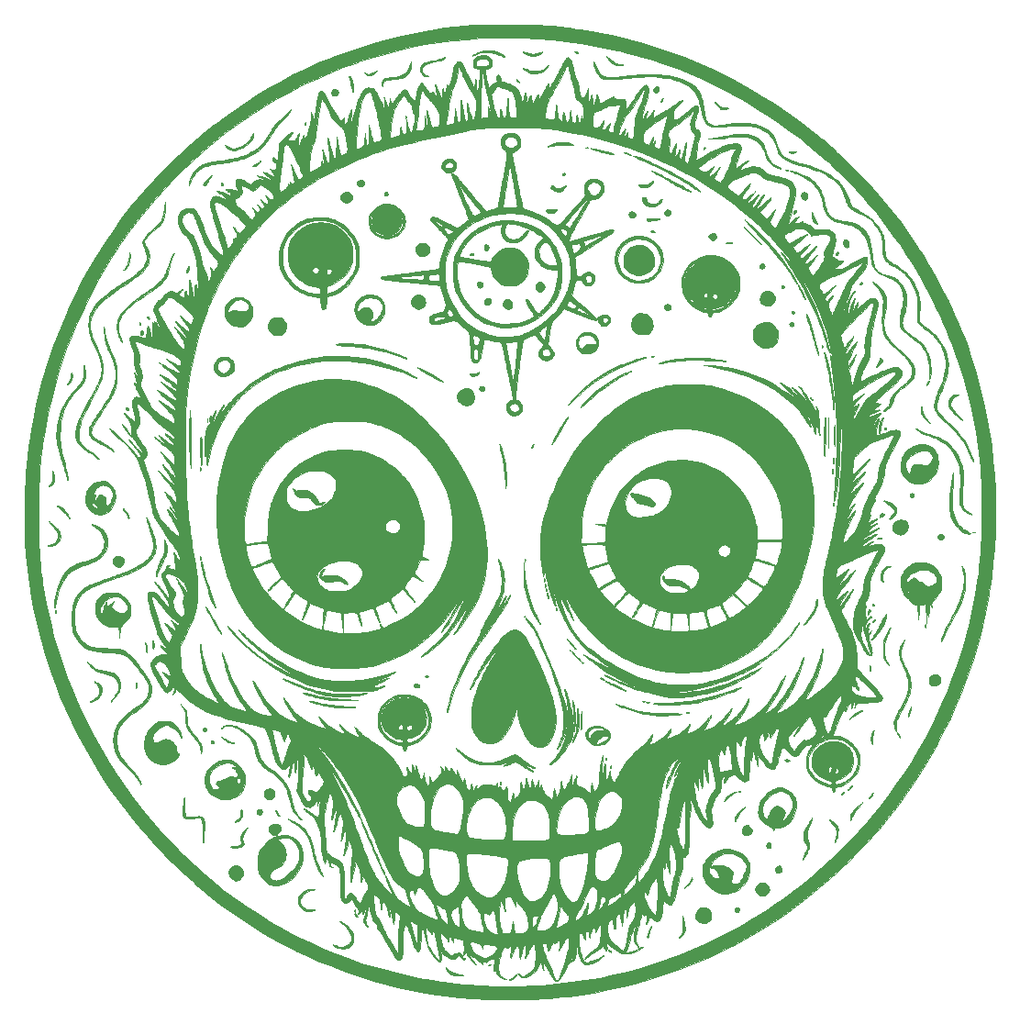
<source format=gbr>
%TF.GenerationSoftware,KiCad,Pcbnew,7.0.1*%
%TF.CreationDate,2023-09-06T23:00:38-07:00*%
%TF.ProjectId,skull_10,736b756c-6c5f-4313-902e-6b696361645f,rev?*%
%TF.SameCoordinates,Original*%
%TF.FileFunction,Soldermask,Bot*%
%TF.FilePolarity,Negative*%
%FSLAX46Y46*%
G04 Gerber Fmt 4.6, Leading zero omitted, Abs format (unit mm)*
G04 Created by KiCad (PCBNEW 7.0.1) date 2023-09-06 23:00:38*
%MOMM*%
%LPD*%
G01*
G04 APERTURE LIST*
%ADD10C,0.010000*%
G04 APERTURE END LIST*
%TO.C,G\u002A\u002A\u002A*%
D10*
X25184239Y-69887196D02*
X26491179Y-69887196D01*
X26491202Y-70255105D01*
X26492133Y-70626769D01*
X26493936Y-70998068D01*
X26496576Y-71364881D01*
X26500017Y-71723086D01*
X26504224Y-72068563D01*
X26509160Y-72397191D01*
X26514792Y-72704848D01*
X26521083Y-72987414D01*
X26527998Y-73240768D01*
X26535501Y-73460789D01*
X26543557Y-73643355D01*
X26545090Y-73672417D01*
X26566933Y-74036519D01*
X26592566Y-74390194D01*
X26622694Y-74739213D01*
X26658020Y-75089345D01*
X26699250Y-75446358D01*
X26747088Y-75816023D01*
X26802238Y-76204109D01*
X26865405Y-76616385D01*
X26937293Y-77058621D01*
X27012895Y-77503584D01*
X27259949Y-78808432D01*
X27548602Y-80106615D01*
X27878513Y-81397239D01*
X28249343Y-82679411D01*
X28660752Y-83952238D01*
X29112400Y-85214826D01*
X29603949Y-86466283D01*
X30135057Y-87705715D01*
X30705385Y-88932229D01*
X31314594Y-90144933D01*
X31962344Y-91342932D01*
X32648295Y-92525334D01*
X32857623Y-92870584D01*
X33588125Y-94023709D01*
X34353494Y-95154466D01*
X35152667Y-96261659D01*
X35984576Y-97344094D01*
X36848158Y-98400575D01*
X37742345Y-99429907D01*
X38666074Y-100430896D01*
X39618279Y-101402347D01*
X40597893Y-102343064D01*
X41603853Y-103251853D01*
X42635092Y-104127519D01*
X43541667Y-104853425D01*
X44593781Y-105646166D01*
X45670110Y-106404405D01*
X46769880Y-107127810D01*
X47892316Y-107816048D01*
X49036643Y-108468789D01*
X50202086Y-109085698D01*
X51387869Y-109666446D01*
X52593219Y-110210699D01*
X53817360Y-110718126D01*
X55059517Y-111188393D01*
X56318916Y-111621170D01*
X57594780Y-112016125D01*
X58886337Y-112372924D01*
X60192809Y-112691236D01*
X61513424Y-112970730D01*
X62847405Y-113211072D01*
X63163167Y-113261901D01*
X63816708Y-113360112D01*
X64454472Y-113446262D01*
X65084074Y-113521027D01*
X65713127Y-113585082D01*
X66349247Y-113639102D01*
X67000046Y-113683762D01*
X67673139Y-113719736D01*
X68376141Y-113747699D01*
X68782917Y-113760035D01*
X68897782Y-113762138D01*
X69049113Y-113763334D01*
X69231052Y-113763687D01*
X69437741Y-113763261D01*
X69663323Y-113762117D01*
X69901942Y-113760319D01*
X70147739Y-113757930D01*
X70394859Y-113755014D01*
X70637442Y-113751632D01*
X70869633Y-113747848D01*
X71085574Y-113743726D01*
X71279408Y-113739327D01*
X71445278Y-113734716D01*
X71576917Y-113729972D01*
X72957420Y-113652499D01*
X74317598Y-113538127D01*
X75658247Y-113386645D01*
X76980164Y-113197841D01*
X78284146Y-112971504D01*
X79570989Y-112707422D01*
X80841490Y-112405385D01*
X82096445Y-112065179D01*
X83336653Y-111686595D01*
X84562909Y-111269420D01*
X85776009Y-110813443D01*
X86976752Y-110318452D01*
X88165933Y-109784237D01*
X89344349Y-109210585D01*
X90120817Y-108808026D01*
X90861296Y-108405388D01*
X91606093Y-107982237D01*
X92348855Y-107542577D01*
X93083229Y-107090414D01*
X93802862Y-106629752D01*
X94501401Y-106164597D01*
X95172493Y-105698953D01*
X95809785Y-105236825D01*
X95939750Y-105139832D01*
X96865922Y-104423413D01*
X97786870Y-103668276D01*
X98698920Y-102878010D01*
X99598395Y-102056203D01*
X100481620Y-101206441D01*
X101344919Y-100332314D01*
X102184615Y-99437408D01*
X102997033Y-98525312D01*
X103778498Y-97599613D01*
X104202709Y-97074755D01*
X104949853Y-96104121D01*
X105675053Y-95099137D01*
X106376689Y-94062587D01*
X107053143Y-92997255D01*
X107702796Y-91905925D01*
X108324028Y-90791383D01*
X108915220Y-89656411D01*
X109474754Y-88503795D01*
X110001010Y-87336319D01*
X110357605Y-86490042D01*
X110848663Y-85237964D01*
X111299507Y-83980625D01*
X111709865Y-82719041D01*
X112079466Y-81454228D01*
X112408040Y-80187200D01*
X112695317Y-78918975D01*
X112941025Y-77650568D01*
X113144894Y-76382995D01*
X113242169Y-75662084D01*
X113311266Y-75057896D01*
X113371838Y-74417637D01*
X113423832Y-73746714D01*
X113467193Y-73050535D01*
X113501865Y-72334505D01*
X113527794Y-71604032D01*
X113544924Y-70864523D01*
X113553202Y-70121385D01*
X113552571Y-69380024D01*
X113542978Y-68645847D01*
X113524366Y-67924261D01*
X113496682Y-67220674D01*
X113459871Y-66540491D01*
X113413877Y-65889120D01*
X113358645Y-65271968D01*
X113348661Y-65174000D01*
X113195754Y-63900942D01*
X113001328Y-62626254D01*
X112765994Y-61352450D01*
X112490363Y-60082044D01*
X112175047Y-58817549D01*
X111820655Y-57561480D01*
X111427799Y-56316350D01*
X110997091Y-55084672D01*
X110714729Y-54337678D01*
X110513969Y-53829121D01*
X110314366Y-53339465D01*
X110112561Y-52861188D01*
X109905195Y-52386766D01*
X109688909Y-51908677D01*
X109460344Y-51419400D01*
X109216141Y-50911411D01*
X108952941Y-50377188D01*
X108890208Y-50251500D01*
X108679983Y-49833659D01*
X108483744Y-49449168D01*
X108298383Y-49092649D01*
X108120792Y-48758724D01*
X107947862Y-48442013D01*
X107776488Y-48137139D01*
X107603559Y-47838723D01*
X107425969Y-47541386D01*
X107240610Y-47239750D01*
X107044374Y-46928437D01*
X106834154Y-46602068D01*
X106606840Y-46255264D01*
X106407376Y-45954667D01*
X105957595Y-45289229D01*
X105517406Y-44657484D01*
X105082091Y-44053282D01*
X104646931Y-43470476D01*
X104207205Y-42902917D01*
X103758195Y-42344456D01*
X103295181Y-41788946D01*
X102813444Y-41230238D01*
X102565019Y-40948821D01*
X102171314Y-40514152D01*
X101748950Y-40062734D01*
X101304579Y-39601168D01*
X100844856Y-39136051D01*
X100376434Y-38673982D01*
X99905966Y-38221561D01*
X99440106Y-37785386D01*
X98985508Y-37372057D01*
X98733750Y-37149012D01*
X97800648Y-36354616D01*
X96834847Y-35578614D01*
X95840591Y-34823851D01*
X94822122Y-34093171D01*
X93783684Y-33389417D01*
X92729520Y-32715433D01*
X91663872Y-32074063D01*
X90590984Y-31468152D01*
X89515098Y-30900543D01*
X89102917Y-30693784D01*
X87932756Y-30136817D01*
X86753493Y-29618654D01*
X85562112Y-29138196D01*
X84355598Y-28694341D01*
X83130936Y-28285988D01*
X81885108Y-27912036D01*
X80615099Y-27571386D01*
X80403417Y-27518402D01*
X79104734Y-27217161D01*
X77799787Y-26955270D01*
X76489912Y-26732676D01*
X75176445Y-26549325D01*
X73860721Y-26405166D01*
X72544078Y-26300146D01*
X71227851Y-26234213D01*
X69913377Y-26207313D01*
X68601991Y-26219394D01*
X67295030Y-26270403D01*
X65993830Y-26360289D01*
X64699728Y-26488998D01*
X63414059Y-26656477D01*
X62138159Y-26862674D01*
X60873365Y-27107537D01*
X59621013Y-27391013D01*
X58382439Y-27713048D01*
X57158979Y-28073592D01*
X55951969Y-28472590D01*
X55924167Y-28482305D01*
X54636941Y-28954119D01*
X53373610Y-29460650D01*
X52132990Y-30002512D01*
X50913897Y-30580315D01*
X49715149Y-31194673D01*
X48535561Y-31846196D01*
X47373950Y-32535497D01*
X46229133Y-33263188D01*
X45099926Y-34029881D01*
X44835640Y-34216534D01*
X43793841Y-34982425D01*
X42767967Y-35785889D01*
X41761051Y-36624177D01*
X40776126Y-37494538D01*
X39816227Y-38394224D01*
X38884385Y-39320485D01*
X37983634Y-40270572D01*
X37233555Y-41107601D01*
X36358610Y-42142117D01*
X35516599Y-43202286D01*
X34708155Y-44287002D01*
X33933912Y-45395164D01*
X33194505Y-46525666D01*
X32490568Y-47677407D01*
X31822735Y-48849283D01*
X31191641Y-50040190D01*
X30597918Y-51249024D01*
X30042203Y-52474684D01*
X29525128Y-53716065D01*
X29047328Y-54972063D01*
X28711183Y-55934750D01*
X28387043Y-56935438D01*
X28091743Y-57922759D01*
X27823092Y-58905555D01*
X27578896Y-59892668D01*
X27356965Y-60892937D01*
X27155104Y-61915205D01*
X26979112Y-62919750D01*
X26913821Y-63319386D01*
X26855147Y-63688247D01*
X26802690Y-64031007D01*
X26756053Y-64352337D01*
X26714839Y-64656909D01*
X26678650Y-64949395D01*
X26647087Y-65234468D01*
X26619752Y-65516798D01*
X26596249Y-65801060D01*
X26576179Y-66091923D01*
X26559143Y-66394061D01*
X26544745Y-66712146D01*
X26532586Y-67050849D01*
X26522269Y-67414843D01*
X26513396Y-67808799D01*
X26505568Y-68237390D01*
X26500870Y-68535539D01*
X26496909Y-68847215D01*
X26493996Y-69179130D01*
X26492098Y-69527164D01*
X26491179Y-69887196D01*
X25184239Y-69887196D01*
X25193572Y-69007628D01*
X25237954Y-67781597D01*
X25265349Y-67280084D01*
X25321463Y-66473743D01*
X25393567Y-65649794D01*
X25480535Y-64817189D01*
X25581238Y-63984882D01*
X25694550Y-63161825D01*
X25819342Y-62356972D01*
X25954486Y-61579275D01*
X26039729Y-61131167D01*
X26254512Y-60114456D01*
X26501871Y-59078731D01*
X26779975Y-58029645D01*
X27086995Y-56972848D01*
X27421101Y-55913994D01*
X27780463Y-54858733D01*
X28163252Y-53812718D01*
X28567637Y-52781600D01*
X28991788Y-51771031D01*
X29281620Y-51118162D01*
X29858399Y-49898780D01*
X30474218Y-48695388D01*
X31128641Y-47508682D01*
X31821233Y-46339360D01*
X32551560Y-45188121D01*
X33319185Y-44055663D01*
X34123673Y-42942682D01*
X34964589Y-41849878D01*
X35400761Y-41308584D01*
X35634089Y-41029228D01*
X35896443Y-40725631D01*
X36184660Y-40401049D01*
X36495576Y-40058733D01*
X36826028Y-39701939D01*
X37172852Y-39333919D01*
X37532884Y-38957928D01*
X37902961Y-38577220D01*
X38279919Y-38195048D01*
X38660595Y-37814666D01*
X39041824Y-37439327D01*
X39420445Y-37072287D01*
X39793292Y-36716798D01*
X40157203Y-36376114D01*
X40509014Y-36053489D01*
X40518460Y-36044927D01*
X40800054Y-35795156D01*
X41114546Y-35526066D01*
X41458648Y-35240307D01*
X41829072Y-34940530D01*
X42222530Y-34629383D01*
X42635732Y-34309517D01*
X43065391Y-33983581D01*
X43224167Y-33864744D01*
X44328773Y-33063566D01*
X45439197Y-32303545D01*
X46557182Y-31583699D01*
X47684470Y-30903048D01*
X48822803Y-30260611D01*
X49973923Y-29655409D01*
X51139573Y-29086461D01*
X52321493Y-28552785D01*
X53521428Y-28053402D01*
X53617000Y-28015400D01*
X54848062Y-27550049D01*
X56100074Y-27121364D01*
X57372662Y-26729439D01*
X58665449Y-26374372D01*
X59978059Y-26056259D01*
X61310116Y-25775196D01*
X62661244Y-25531279D01*
X64031068Y-25324604D01*
X64232084Y-25297620D01*
X64566239Y-25254457D01*
X64883002Y-25215797D01*
X65186790Y-25181377D01*
X65482022Y-25150940D01*
X65773114Y-25124225D01*
X66064485Y-25100972D01*
X66360553Y-25080922D01*
X66665734Y-25063814D01*
X66984446Y-25049390D01*
X67321107Y-25037388D01*
X67680136Y-25027550D01*
X68065948Y-25019616D01*
X68482963Y-25013325D01*
X68935598Y-25008418D01*
X69185084Y-25006338D01*
X69882949Y-25003319D01*
X70539471Y-25005217D01*
X71155356Y-25012054D01*
X71731310Y-25023849D01*
X72268038Y-25040622D01*
X72766247Y-25062393D01*
X73226643Y-25089182D01*
X73649931Y-25121009D01*
X73841750Y-25138235D01*
X74104961Y-25165114D01*
X74402656Y-25198822D01*
X74727713Y-25238387D01*
X75073008Y-25282837D01*
X75431418Y-25331200D01*
X75795819Y-25382505D01*
X76159089Y-25435780D01*
X76514103Y-25490052D01*
X76853738Y-25544350D01*
X77016750Y-25571405D01*
X78375362Y-25818563D01*
X79709924Y-26099074D01*
X81021665Y-26413483D01*
X82311813Y-26762333D01*
X83581598Y-27146168D01*
X84832248Y-27565532D01*
X86064992Y-28020970D01*
X87281057Y-28513026D01*
X88481674Y-29042243D01*
X89668070Y-29609167D01*
X90841474Y-30214340D01*
X92003115Y-30858307D01*
X93154222Y-31541612D01*
X94296022Y-32264799D01*
X95429746Y-33028412D01*
X96556621Y-33832996D01*
X97677875Y-34679094D01*
X97802417Y-34775887D01*
X98126845Y-35030774D01*
X98432833Y-35275625D01*
X98725389Y-35514815D01*
X99009520Y-35752718D01*
X99290234Y-35993710D01*
X99572538Y-36242166D01*
X99861440Y-36502462D01*
X100161947Y-36778973D01*
X100479067Y-37076075D01*
X100817806Y-37398141D01*
X100964216Y-37538531D01*
X101928435Y-38488414D01*
X102851278Y-39445206D01*
X103733229Y-40409488D01*
X104574768Y-41381839D01*
X105376378Y-42362838D01*
X106138540Y-43353065D01*
X106861738Y-44353100D01*
X107546452Y-45363523D01*
X107805486Y-45764167D01*
X108154764Y-46320227D01*
X108488413Y-46869336D01*
X108810930Y-47419452D01*
X109126811Y-47978533D01*
X109440551Y-48554535D01*
X109756647Y-49155417D01*
X110079233Y-49788415D01*
X110448710Y-50536087D01*
X110792710Y-51258029D01*
X111113657Y-51960352D01*
X111413973Y-52649162D01*
X111696085Y-53330569D01*
X111962414Y-54010682D01*
X112215385Y-54695608D01*
X112457422Y-55391457D01*
X112690948Y-56104337D01*
X112918388Y-56840356D01*
X113038800Y-57247084D01*
X113391790Y-58531293D01*
X113706135Y-59831246D01*
X113981735Y-61145185D01*
X114218492Y-62471355D01*
X114416307Y-63808000D01*
X114575082Y-65153364D01*
X114694719Y-66505691D01*
X114775119Y-67863225D01*
X114816183Y-69224210D01*
X114817813Y-70586890D01*
X114779911Y-71949510D01*
X114702377Y-73310313D01*
X114585114Y-74667544D01*
X114428022Y-76019446D01*
X114231005Y-77364263D01*
X114183515Y-77651750D01*
X113959289Y-78882074D01*
X113705263Y-80086337D01*
X113419914Y-81269984D01*
X113101716Y-82438462D01*
X112749144Y-83597215D01*
X112360675Y-84751690D01*
X111934783Y-85907331D01*
X111715171Y-86467667D01*
X111176623Y-87763227D01*
X110607438Y-89029876D01*
X110007135Y-90268409D01*
X109375237Y-91479623D01*
X108711264Y-92664315D01*
X108014738Y-93823279D01*
X107285179Y-94957312D01*
X106522110Y-96067210D01*
X105725051Y-97153770D01*
X104893523Y-98217786D01*
X104027048Y-99260056D01*
X104006442Y-99284084D01*
X103514789Y-99845286D01*
X102992262Y-100419718D01*
X102445384Y-101000765D01*
X101880674Y-101581810D01*
X101304653Y-102156238D01*
X100723842Y-102717433D01*
X100144762Y-103258780D01*
X99632854Y-103721426D01*
X98576112Y-104632683D01*
X97499367Y-105506700D01*
X96402866Y-106343358D01*
X95286853Y-107142538D01*
X94151575Y-107904121D01*
X92997275Y-108627988D01*
X91824201Y-109314020D01*
X90632596Y-109962099D01*
X89422708Y-110572104D01*
X88194780Y-111143918D01*
X86949059Y-111677422D01*
X85685790Y-112172496D01*
X84405218Y-112629021D01*
X83107589Y-113046880D01*
X81793148Y-113425952D01*
X80462140Y-113766118D01*
X79114812Y-114067261D01*
X77751408Y-114329261D01*
X77736417Y-114331908D01*
X77162243Y-114429199D01*
X76591811Y-114517572D01*
X76019855Y-114597580D01*
X75441110Y-114669774D01*
X74850308Y-114734706D01*
X74242183Y-114792929D01*
X73611470Y-114844993D01*
X72952900Y-114891450D01*
X72261210Y-114932853D01*
X71746250Y-114959525D01*
X71621655Y-114964458D01*
X71460446Y-114969039D01*
X71267462Y-114973244D01*
X71047538Y-114977049D01*
X70805512Y-114980432D01*
X70546220Y-114983368D01*
X70274499Y-114985835D01*
X69995186Y-114987808D01*
X69713117Y-114989264D01*
X69433130Y-114990180D01*
X69160061Y-114990532D01*
X68898747Y-114990297D01*
X68654025Y-114989450D01*
X68430731Y-114987969D01*
X68233702Y-114985830D01*
X68067775Y-114983010D01*
X67937788Y-114979485D01*
X67904500Y-114978201D01*
X66593040Y-114901883D01*
X65276744Y-114784296D01*
X63957897Y-114625900D01*
X62638780Y-114427158D01*
X61321676Y-114188529D01*
X60008870Y-113910475D01*
X58702643Y-113593458D01*
X57405278Y-113237939D01*
X56119058Y-112844378D01*
X54846267Y-112413237D01*
X54389584Y-112248104D01*
X53388637Y-111865023D01*
X52381121Y-111450092D01*
X51374437Y-111006833D01*
X50375989Y-110538765D01*
X49393178Y-110049410D01*
X48433408Y-109542288D01*
X47504081Y-109020921D01*
X47076500Y-108769921D01*
X46315107Y-108302913D01*
X45541165Y-107802277D01*
X44760709Y-107272424D01*
X43979773Y-106717762D01*
X43204392Y-106142700D01*
X42440600Y-105551648D01*
X41694431Y-104949015D01*
X40971921Y-104339210D01*
X40758250Y-104153398D01*
X40193295Y-103648590D01*
X39616215Y-103113794D01*
X39034378Y-102556379D01*
X38455154Y-101983713D01*
X37885909Y-101403164D01*
X37334014Y-100822101D01*
X36806835Y-100247893D01*
X36439326Y-99834417D01*
X35542587Y-98779014D01*
X34678095Y-97697932D01*
X33846614Y-96592449D01*
X33048909Y-95463842D01*
X32285746Y-94313387D01*
X31557889Y-93142362D01*
X30866103Y-91952043D01*
X30211154Y-90743709D01*
X29593806Y-89518635D01*
X29014825Y-88278099D01*
X28474975Y-87023378D01*
X27975022Y-85755749D01*
X27924518Y-85621000D01*
X27482799Y-84376795D01*
X27078498Y-83113926D01*
X26712039Y-81834306D01*
X26383844Y-80539848D01*
X26094337Y-79232466D01*
X25843939Y-77914071D01*
X25633073Y-76586577D01*
X25462163Y-75251897D01*
X25331630Y-73911944D01*
X25328490Y-73873500D01*
X25248053Y-72679435D01*
X25198702Y-71464880D01*
X25180515Y-70238166D01*
X25184239Y-69887196D01*
G36*
X25184239Y-69887196D02*
G01*
X26491179Y-69887196D01*
X26491202Y-70255105D01*
X26492133Y-70626769D01*
X26493936Y-70998068D01*
X26496576Y-71364881D01*
X26500017Y-71723086D01*
X26504224Y-72068563D01*
X26509160Y-72397191D01*
X26514792Y-72704848D01*
X26521083Y-72987414D01*
X26527998Y-73240768D01*
X26535501Y-73460789D01*
X26543557Y-73643355D01*
X26545090Y-73672417D01*
X26566933Y-74036519D01*
X26592566Y-74390194D01*
X26622694Y-74739213D01*
X26658020Y-75089345D01*
X26699250Y-75446358D01*
X26747088Y-75816023D01*
X26802238Y-76204109D01*
X26865405Y-76616385D01*
X26937293Y-77058621D01*
X27012895Y-77503584D01*
X27259949Y-78808432D01*
X27548602Y-80106615D01*
X27878513Y-81397239D01*
X28249343Y-82679411D01*
X28660752Y-83952238D01*
X29112400Y-85214826D01*
X29603949Y-86466283D01*
X30135057Y-87705715D01*
X30705385Y-88932229D01*
X31314594Y-90144933D01*
X31962344Y-91342932D01*
X32648295Y-92525334D01*
X32857623Y-92870584D01*
X33588125Y-94023709D01*
X34353494Y-95154466D01*
X35152667Y-96261659D01*
X35984576Y-97344094D01*
X36848158Y-98400575D01*
X37742345Y-99429907D01*
X38666074Y-100430896D01*
X39618279Y-101402347D01*
X40597893Y-102343064D01*
X41603853Y-103251853D01*
X42635092Y-104127519D01*
X43541667Y-104853425D01*
X44593781Y-105646166D01*
X45670110Y-106404405D01*
X46769880Y-107127810D01*
X47892316Y-107816048D01*
X49036643Y-108468789D01*
X50202086Y-109085698D01*
X51387869Y-109666446D01*
X52593219Y-110210699D01*
X53817360Y-110718126D01*
X55059517Y-111188393D01*
X56318916Y-111621170D01*
X57594780Y-112016125D01*
X58886337Y-112372924D01*
X60192809Y-112691236D01*
X61513424Y-112970730D01*
X62847405Y-113211072D01*
X63163167Y-113261901D01*
X63816708Y-113360112D01*
X64454472Y-113446262D01*
X65084074Y-113521027D01*
X65713127Y-113585082D01*
X66349247Y-113639102D01*
X67000046Y-113683762D01*
X67673139Y-113719736D01*
X68376141Y-113747699D01*
X68782917Y-113760035D01*
X68897782Y-113762138D01*
X69049113Y-113763334D01*
X69231052Y-113763687D01*
X69437741Y-113763261D01*
X69663323Y-113762117D01*
X69901942Y-113760319D01*
X70147739Y-113757930D01*
X70394859Y-113755014D01*
X70637442Y-113751632D01*
X70869633Y-113747848D01*
X71085574Y-113743726D01*
X71279408Y-113739327D01*
X71445278Y-113734716D01*
X71576917Y-113729972D01*
X72957420Y-113652499D01*
X74317598Y-113538127D01*
X75658247Y-113386645D01*
X76980164Y-113197841D01*
X78284146Y-112971504D01*
X79570989Y-112707422D01*
X80841490Y-112405385D01*
X82096445Y-112065179D01*
X83336653Y-111686595D01*
X84562909Y-111269420D01*
X85776009Y-110813443D01*
X86976752Y-110318452D01*
X88165933Y-109784237D01*
X89344349Y-109210585D01*
X90120817Y-108808026D01*
X90861296Y-108405388D01*
X91606093Y-107982237D01*
X92348855Y-107542577D01*
X93083229Y-107090414D01*
X93802862Y-106629752D01*
X94501401Y-106164597D01*
X95172493Y-105698953D01*
X95809785Y-105236825D01*
X95939750Y-105139832D01*
X96865922Y-104423413D01*
X97786870Y-103668276D01*
X98698920Y-102878010D01*
X99598395Y-102056203D01*
X100481620Y-101206441D01*
X101344919Y-100332314D01*
X102184615Y-99437408D01*
X102997033Y-98525312D01*
X103778498Y-97599613D01*
X104202709Y-97074755D01*
X104949853Y-96104121D01*
X105675053Y-95099137D01*
X106376689Y-94062587D01*
X107053143Y-92997255D01*
X107702796Y-91905925D01*
X108324028Y-90791383D01*
X108915220Y-89656411D01*
X109474754Y-88503795D01*
X110001010Y-87336319D01*
X110357605Y-86490042D01*
X110848663Y-85237964D01*
X111299507Y-83980625D01*
X111709865Y-82719041D01*
X112079466Y-81454228D01*
X112408040Y-80187200D01*
X112695317Y-78918975D01*
X112941025Y-77650568D01*
X113144894Y-76382995D01*
X113242169Y-75662084D01*
X113311266Y-75057896D01*
X113371838Y-74417637D01*
X113423832Y-73746714D01*
X113467193Y-73050535D01*
X113501865Y-72334505D01*
X113527794Y-71604032D01*
X113544924Y-70864523D01*
X113553202Y-70121385D01*
X113552571Y-69380024D01*
X113542978Y-68645847D01*
X113524366Y-67924261D01*
X113496682Y-67220674D01*
X113459871Y-66540491D01*
X113413877Y-65889120D01*
X113358645Y-65271968D01*
X113348661Y-65174000D01*
X113195754Y-63900942D01*
X113001328Y-62626254D01*
X112765994Y-61352450D01*
X112490363Y-60082044D01*
X112175047Y-58817549D01*
X111820655Y-57561480D01*
X111427799Y-56316350D01*
X110997091Y-55084672D01*
X110714729Y-54337678D01*
X110513969Y-53829121D01*
X110314366Y-53339465D01*
X110112561Y-52861188D01*
X109905195Y-52386766D01*
X109688909Y-51908677D01*
X109460344Y-51419400D01*
X109216141Y-50911411D01*
X108952941Y-50377188D01*
X108890208Y-50251500D01*
X108679983Y-49833659D01*
X108483744Y-49449168D01*
X108298383Y-49092649D01*
X108120792Y-48758724D01*
X107947862Y-48442013D01*
X107776488Y-48137139D01*
X107603559Y-47838723D01*
X107425969Y-47541386D01*
X107240610Y-47239750D01*
X107044374Y-46928437D01*
X106834154Y-46602068D01*
X106606840Y-46255264D01*
X106407376Y-45954667D01*
X105957595Y-45289229D01*
X105517406Y-44657484D01*
X105082091Y-44053282D01*
X104646931Y-43470476D01*
X104207205Y-42902917D01*
X103758195Y-42344456D01*
X103295181Y-41788946D01*
X102813444Y-41230238D01*
X102565019Y-40948821D01*
X102171314Y-40514152D01*
X101748950Y-40062734D01*
X101304579Y-39601168D01*
X100844856Y-39136051D01*
X100376434Y-38673982D01*
X99905966Y-38221561D01*
X99440106Y-37785386D01*
X98985508Y-37372057D01*
X98733750Y-37149012D01*
X97800648Y-36354616D01*
X96834847Y-35578614D01*
X95840591Y-34823851D01*
X94822122Y-34093171D01*
X93783684Y-33389417D01*
X92729520Y-32715433D01*
X91663872Y-32074063D01*
X90590984Y-31468152D01*
X89515098Y-30900543D01*
X89102917Y-30693784D01*
X87932756Y-30136817D01*
X86753493Y-29618654D01*
X85562112Y-29138196D01*
X84355598Y-28694341D01*
X83130936Y-28285988D01*
X81885108Y-27912036D01*
X80615099Y-27571386D01*
X80403417Y-27518402D01*
X79104734Y-27217161D01*
X77799787Y-26955270D01*
X76489912Y-26732676D01*
X75176445Y-26549325D01*
X73860721Y-26405166D01*
X72544078Y-26300146D01*
X71227851Y-26234213D01*
X69913377Y-26207313D01*
X68601991Y-26219394D01*
X67295030Y-26270403D01*
X65993830Y-26360289D01*
X64699728Y-26488998D01*
X63414059Y-26656477D01*
X62138159Y-26862674D01*
X60873365Y-27107537D01*
X59621013Y-27391013D01*
X58382439Y-27713048D01*
X57158979Y-28073592D01*
X55951969Y-28472590D01*
X55924167Y-28482305D01*
X54636941Y-28954119D01*
X53373610Y-29460650D01*
X52132990Y-30002512D01*
X50913897Y-30580315D01*
X49715149Y-31194673D01*
X48535561Y-31846196D01*
X47373950Y-32535497D01*
X46229133Y-33263188D01*
X45099926Y-34029881D01*
X44835640Y-34216534D01*
X43793841Y-34982425D01*
X42767967Y-35785889D01*
X41761051Y-36624177D01*
X40776126Y-37494538D01*
X39816227Y-38394224D01*
X38884385Y-39320485D01*
X37983634Y-40270572D01*
X37233555Y-41107601D01*
X36358610Y-42142117D01*
X35516599Y-43202286D01*
X34708155Y-44287002D01*
X33933912Y-45395164D01*
X33194505Y-46525666D01*
X32490568Y-47677407D01*
X31822735Y-48849283D01*
X31191641Y-50040190D01*
X30597918Y-51249024D01*
X30042203Y-52474684D01*
X29525128Y-53716065D01*
X29047328Y-54972063D01*
X28711183Y-55934750D01*
X28387043Y-56935438D01*
X28091743Y-57922759D01*
X27823092Y-58905555D01*
X27578896Y-59892668D01*
X27356965Y-60892937D01*
X27155104Y-61915205D01*
X26979112Y-62919750D01*
X26913821Y-63319386D01*
X26855147Y-63688247D01*
X26802690Y-64031007D01*
X26756053Y-64352337D01*
X26714839Y-64656909D01*
X26678650Y-64949395D01*
X26647087Y-65234468D01*
X26619752Y-65516798D01*
X26596249Y-65801060D01*
X26576179Y-66091923D01*
X26559143Y-66394061D01*
X26544745Y-66712146D01*
X26532586Y-67050849D01*
X26522269Y-67414843D01*
X26513396Y-67808799D01*
X26505568Y-68237390D01*
X26500870Y-68535539D01*
X26496909Y-68847215D01*
X26493996Y-69179130D01*
X26492098Y-69527164D01*
X26491179Y-69887196D01*
X25184239Y-69887196D01*
X25193572Y-69007628D01*
X25237954Y-67781597D01*
X25265349Y-67280084D01*
X25321463Y-66473743D01*
X25393567Y-65649794D01*
X25480535Y-64817189D01*
X25581238Y-63984882D01*
X25694550Y-63161825D01*
X25819342Y-62356972D01*
X25954486Y-61579275D01*
X26039729Y-61131167D01*
X26254512Y-60114456D01*
X26501871Y-59078731D01*
X26779975Y-58029645D01*
X27086995Y-56972848D01*
X27421101Y-55913994D01*
X27780463Y-54858733D01*
X28163252Y-53812718D01*
X28567637Y-52781600D01*
X28991788Y-51771031D01*
X29281620Y-51118162D01*
X29858399Y-49898780D01*
X30474218Y-48695388D01*
X31128641Y-47508682D01*
X31821233Y-46339360D01*
X32551560Y-45188121D01*
X33319185Y-44055663D01*
X34123673Y-42942682D01*
X34964589Y-41849878D01*
X35400761Y-41308584D01*
X35634089Y-41029228D01*
X35896443Y-40725631D01*
X36184660Y-40401049D01*
X36495576Y-40058733D01*
X36826028Y-39701939D01*
X37172852Y-39333919D01*
X37532884Y-38957928D01*
X37902961Y-38577220D01*
X38279919Y-38195048D01*
X38660595Y-37814666D01*
X39041824Y-37439327D01*
X39420445Y-37072287D01*
X39793292Y-36716798D01*
X40157203Y-36376114D01*
X40509014Y-36053489D01*
X40518460Y-36044927D01*
X40800054Y-35795156D01*
X41114546Y-35526066D01*
X41458648Y-35240307D01*
X41829072Y-34940530D01*
X42222530Y-34629383D01*
X42635732Y-34309517D01*
X43065391Y-33983581D01*
X43224167Y-33864744D01*
X44328773Y-33063566D01*
X45439197Y-32303545D01*
X46557182Y-31583699D01*
X47684470Y-30903048D01*
X48822803Y-30260611D01*
X49973923Y-29655409D01*
X51139573Y-29086461D01*
X52321493Y-28552785D01*
X53521428Y-28053402D01*
X53617000Y-28015400D01*
X54848062Y-27550049D01*
X56100074Y-27121364D01*
X57372662Y-26729439D01*
X58665449Y-26374372D01*
X59978059Y-26056259D01*
X61310116Y-25775196D01*
X62661244Y-25531279D01*
X64031068Y-25324604D01*
X64232084Y-25297620D01*
X64566239Y-25254457D01*
X64883002Y-25215797D01*
X65186790Y-25181377D01*
X65482022Y-25150940D01*
X65773114Y-25124225D01*
X66064485Y-25100972D01*
X66360553Y-25080922D01*
X66665734Y-25063814D01*
X66984446Y-25049390D01*
X67321107Y-25037388D01*
X67680136Y-25027550D01*
X68065948Y-25019616D01*
X68482963Y-25013325D01*
X68935598Y-25008418D01*
X69185084Y-25006338D01*
X69882949Y-25003319D01*
X70539471Y-25005217D01*
X71155356Y-25012054D01*
X71731310Y-25023849D01*
X72268038Y-25040622D01*
X72766247Y-25062393D01*
X73226643Y-25089182D01*
X73649931Y-25121009D01*
X73841750Y-25138235D01*
X74104961Y-25165114D01*
X74402656Y-25198822D01*
X74727713Y-25238387D01*
X75073008Y-25282837D01*
X75431418Y-25331200D01*
X75795819Y-25382505D01*
X76159089Y-25435780D01*
X76514103Y-25490052D01*
X76853738Y-25544350D01*
X77016750Y-25571405D01*
X78375362Y-25818563D01*
X79709924Y-26099074D01*
X81021665Y-26413483D01*
X82311813Y-26762333D01*
X83581598Y-27146168D01*
X84832248Y-27565532D01*
X86064992Y-28020970D01*
X87281057Y-28513026D01*
X88481674Y-29042243D01*
X89668070Y-29609167D01*
X90841474Y-30214340D01*
X92003115Y-30858307D01*
X93154222Y-31541612D01*
X94296022Y-32264799D01*
X95429746Y-33028412D01*
X96556621Y-33832996D01*
X97677875Y-34679094D01*
X97802417Y-34775887D01*
X98126845Y-35030774D01*
X98432833Y-35275625D01*
X98725389Y-35514815D01*
X99009520Y-35752718D01*
X99290234Y-35993710D01*
X99572538Y-36242166D01*
X99861440Y-36502462D01*
X100161947Y-36778973D01*
X100479067Y-37076075D01*
X100817806Y-37398141D01*
X100964216Y-37538531D01*
X101928435Y-38488414D01*
X102851278Y-39445206D01*
X103733229Y-40409488D01*
X104574768Y-41381839D01*
X105376378Y-42362838D01*
X106138540Y-43353065D01*
X106861738Y-44353100D01*
X107546452Y-45363523D01*
X107805486Y-45764167D01*
X108154764Y-46320227D01*
X108488413Y-46869336D01*
X108810930Y-47419452D01*
X109126811Y-47978533D01*
X109440551Y-48554535D01*
X109756647Y-49155417D01*
X110079233Y-49788415D01*
X110448710Y-50536087D01*
X110792710Y-51258029D01*
X111113657Y-51960352D01*
X111413973Y-52649162D01*
X111696085Y-53330569D01*
X111962414Y-54010682D01*
X112215385Y-54695608D01*
X112457422Y-55391457D01*
X112690948Y-56104337D01*
X112918388Y-56840356D01*
X113038800Y-57247084D01*
X113391790Y-58531293D01*
X113706135Y-59831246D01*
X113981735Y-61145185D01*
X114218492Y-62471355D01*
X114416307Y-63808000D01*
X114575082Y-65153364D01*
X114694719Y-66505691D01*
X114775119Y-67863225D01*
X114816183Y-69224210D01*
X114817813Y-70586890D01*
X114779911Y-71949510D01*
X114702377Y-73310313D01*
X114585114Y-74667544D01*
X114428022Y-76019446D01*
X114231005Y-77364263D01*
X114183515Y-77651750D01*
X113959289Y-78882074D01*
X113705263Y-80086337D01*
X113419914Y-81269984D01*
X113101716Y-82438462D01*
X112749144Y-83597215D01*
X112360675Y-84751690D01*
X111934783Y-85907331D01*
X111715171Y-86467667D01*
X111176623Y-87763227D01*
X110607438Y-89029876D01*
X110007135Y-90268409D01*
X109375237Y-91479623D01*
X108711264Y-92664315D01*
X108014738Y-93823279D01*
X107285179Y-94957312D01*
X106522110Y-96067210D01*
X105725051Y-97153770D01*
X104893523Y-98217786D01*
X104027048Y-99260056D01*
X104006442Y-99284084D01*
X103514789Y-99845286D01*
X102992262Y-100419718D01*
X102445384Y-101000765D01*
X101880674Y-101581810D01*
X101304653Y-102156238D01*
X100723842Y-102717433D01*
X100144762Y-103258780D01*
X99632854Y-103721426D01*
X98576112Y-104632683D01*
X97499367Y-105506700D01*
X96402866Y-106343358D01*
X95286853Y-107142538D01*
X94151575Y-107904121D01*
X92997275Y-108627988D01*
X91824201Y-109314020D01*
X90632596Y-109962099D01*
X89422708Y-110572104D01*
X88194780Y-111143918D01*
X86949059Y-111677422D01*
X85685790Y-112172496D01*
X84405218Y-112629021D01*
X83107589Y-113046880D01*
X81793148Y-113425952D01*
X80462140Y-113766118D01*
X79114812Y-114067261D01*
X77751408Y-114329261D01*
X77736417Y-114331908D01*
X77162243Y-114429199D01*
X76591811Y-114517572D01*
X76019855Y-114597580D01*
X75441110Y-114669774D01*
X74850308Y-114734706D01*
X74242183Y-114792929D01*
X73611470Y-114844993D01*
X72952900Y-114891450D01*
X72261210Y-114932853D01*
X71746250Y-114959525D01*
X71621655Y-114964458D01*
X71460446Y-114969039D01*
X71267462Y-114973244D01*
X71047538Y-114977049D01*
X70805512Y-114980432D01*
X70546220Y-114983368D01*
X70274499Y-114985835D01*
X69995186Y-114987808D01*
X69713117Y-114989264D01*
X69433130Y-114990180D01*
X69160061Y-114990532D01*
X68898747Y-114990297D01*
X68654025Y-114989450D01*
X68430731Y-114987969D01*
X68233702Y-114985830D01*
X68067775Y-114983010D01*
X67937788Y-114979485D01*
X67904500Y-114978201D01*
X66593040Y-114901883D01*
X65276744Y-114784296D01*
X63957897Y-114625900D01*
X62638780Y-114427158D01*
X61321676Y-114188529D01*
X60008870Y-113910475D01*
X58702643Y-113593458D01*
X57405278Y-113237939D01*
X56119058Y-112844378D01*
X54846267Y-112413237D01*
X54389584Y-112248104D01*
X53388637Y-111865023D01*
X52381121Y-111450092D01*
X51374437Y-111006833D01*
X50375989Y-110538765D01*
X49393178Y-110049410D01*
X48433408Y-109542288D01*
X47504081Y-109020921D01*
X47076500Y-108769921D01*
X46315107Y-108302913D01*
X45541165Y-107802277D01*
X44760709Y-107272424D01*
X43979773Y-106717762D01*
X43204392Y-106142700D01*
X42440600Y-105551648D01*
X41694431Y-104949015D01*
X40971921Y-104339210D01*
X40758250Y-104153398D01*
X40193295Y-103648590D01*
X39616215Y-103113794D01*
X39034378Y-102556379D01*
X38455154Y-101983713D01*
X37885909Y-101403164D01*
X37334014Y-100822101D01*
X36806835Y-100247893D01*
X36439326Y-99834417D01*
X35542587Y-98779014D01*
X34678095Y-97697932D01*
X33846614Y-96592449D01*
X33048909Y-95463842D01*
X32285746Y-94313387D01*
X31557889Y-93142362D01*
X30866103Y-91952043D01*
X30211154Y-90743709D01*
X29593806Y-89518635D01*
X29014825Y-88278099D01*
X28474975Y-87023378D01*
X27975022Y-85755749D01*
X27924518Y-85621000D01*
X27482799Y-84376795D01*
X27078498Y-83113926D01*
X26712039Y-81834306D01*
X26383844Y-80539848D01*
X26094337Y-79232466D01*
X25843939Y-77914071D01*
X25633073Y-76586577D01*
X25462163Y-75251897D01*
X25331630Y-73911944D01*
X25328490Y-73873500D01*
X25248053Y-72679435D01*
X25198702Y-71464880D01*
X25180515Y-70238166D01*
X25184239Y-69887196D01*
G37*
X66604608Y-28619606D02*
X66867334Y-28619606D01*
X66873159Y-28719750D01*
X66892507Y-28786184D01*
X66928185Y-28826151D01*
X66952000Y-28838087D01*
X66982056Y-28841549D01*
X67047557Y-28844195D01*
X67141621Y-28845909D01*
X67257364Y-28846577D01*
X67387904Y-28846086D01*
X67417667Y-28845813D01*
X67568810Y-28843828D01*
X67684007Y-28840983D01*
X67769643Y-28836736D01*
X67832104Y-28830547D01*
X67877776Y-28821874D01*
X67913044Y-28810177D01*
X67930023Y-28802407D01*
X68003675Y-28744071D01*
X68059449Y-28657172D01*
X68090676Y-28553970D01*
X68095000Y-28499198D01*
X68076443Y-28397695D01*
X68019877Y-28310047D01*
X67923958Y-28234479D01*
X67874315Y-28207258D01*
X67815231Y-28179345D01*
X67764095Y-28161197D01*
X67708940Y-28150724D01*
X67637793Y-28145834D01*
X67538686Y-28144436D01*
X67514482Y-28144391D01*
X67408888Y-28146663D01*
X67309736Y-28152959D01*
X67230291Y-28162223D01*
X67193322Y-28169963D01*
X67062451Y-28226391D01*
X66965329Y-28308180D01*
X66901529Y-28415920D01*
X66870623Y-28550200D01*
X66867334Y-28619606D01*
X66604608Y-28619606D01*
X66602750Y-28555667D01*
X66603633Y-28453142D01*
X66607774Y-28380937D01*
X66617412Y-28327050D01*
X66634787Y-28279478D01*
X66662138Y-28226221D01*
X66665275Y-28220541D01*
X66753183Y-28095972D01*
X66865082Y-27998819D01*
X67003691Y-27927869D01*
X67171733Y-27881909D01*
X67371926Y-27859725D01*
X67480323Y-27857167D01*
X67696602Y-27872844D01*
X67886234Y-27919606D01*
X68048153Y-27997046D01*
X68181293Y-28104757D01*
X68208928Y-28135163D01*
X68278062Y-28233124D01*
X68322091Y-28340514D01*
X68343700Y-28467018D01*
X68345573Y-28622325D01*
X68345351Y-28627564D01*
X68332269Y-28769826D01*
X68303678Y-28877261D01*
X68254330Y-28956114D01*
X68178981Y-29012628D01*
X68072383Y-29053048D01*
X67968000Y-29076702D01*
X67837322Y-29105389D01*
X67746240Y-29135285D01*
X67692018Y-29167606D01*
X67671917Y-29203570D01*
X67671667Y-29208446D01*
X67675663Y-29234219D01*
X67686922Y-29295951D01*
X67704349Y-29388100D01*
X67726849Y-29505125D01*
X67753328Y-29641485D01*
X67782691Y-29791637D01*
X67813843Y-29950042D01*
X67845689Y-30111156D01*
X67877135Y-30269440D01*
X67907086Y-30419351D01*
X67934448Y-30555348D01*
X67958125Y-30671889D01*
X67977023Y-30763433D01*
X67990047Y-30824440D01*
X67995388Y-30847132D01*
X68011610Y-30840316D01*
X68052161Y-30809555D01*
X68110632Y-30760004D01*
X68169657Y-30706944D01*
X68317008Y-30577827D01*
X68447059Y-30477202D01*
X68557425Y-30406709D01*
X68645723Y-30367990D01*
X68670185Y-30362372D01*
X68730254Y-30348819D01*
X68767606Y-30326081D01*
X68785670Y-30286222D01*
X68787880Y-30221311D01*
X68777664Y-30123413D01*
X68776699Y-30116073D01*
X68765933Y-29968989D01*
X68773672Y-29840234D01*
X68798634Y-29735344D01*
X68839539Y-29659853D01*
X68891379Y-29620646D01*
X68929130Y-29626895D01*
X68978307Y-29662938D01*
X69031310Y-29720751D01*
X69080538Y-29792312D01*
X69111733Y-29853228D01*
X69136452Y-29920675D01*
X69149117Y-29987545D01*
X69152015Y-30070366D01*
X69150182Y-30130898D01*
X69142750Y-30301917D01*
X69240946Y-30295112D01*
X69325942Y-30301426D01*
X69439902Y-30327840D01*
X69576316Y-30371355D01*
X69728670Y-30428974D01*
X69890453Y-30497698D01*
X70055154Y-30574528D01*
X70216261Y-30656467D01*
X70367261Y-30740517D01*
X70501643Y-30823678D01*
X70612895Y-30902953D01*
X70673932Y-30954913D01*
X70733978Y-31022908D01*
X70788486Y-31110259D01*
X70839165Y-31221385D01*
X70887728Y-31360702D01*
X70935885Y-31532630D01*
X70985348Y-31741584D01*
X70994103Y-31781540D01*
X71033261Y-31948325D01*
X71069922Y-32076641D01*
X71103727Y-32165490D01*
X71134315Y-32213874D01*
X71153584Y-32223134D01*
X71176847Y-32201364D01*
X71202049Y-32140458D01*
X71228405Y-32043530D01*
X71255129Y-31913690D01*
X71281437Y-31754049D01*
X71293578Y-31668550D01*
X71310864Y-31550759D01*
X71328740Y-31445911D01*
X71345641Y-31362041D01*
X71360007Y-31307184D01*
X71366954Y-31291268D01*
X71384322Y-31274171D01*
X71400651Y-31280853D01*
X71422312Y-31317117D01*
X71442706Y-31360250D01*
X71460677Y-31402688D01*
X71473607Y-31444623D01*
X71482329Y-31493964D01*
X71487676Y-31558623D01*
X71490481Y-31646510D01*
X71491576Y-31765534D01*
X71491725Y-31825917D01*
X71490951Y-31960767D01*
X71488472Y-32095431D01*
X71484623Y-32217981D01*
X71479740Y-32316491D01*
X71476829Y-32355084D01*
X71461407Y-32524417D01*
X71565534Y-32228084D01*
X71612967Y-32099939D01*
X71665080Y-31970680D01*
X71718861Y-31846654D01*
X71771302Y-31734211D01*
X71819389Y-31639697D01*
X71860113Y-31569461D01*
X71890462Y-31529852D01*
X71899578Y-31523814D01*
X71918687Y-31525970D01*
X71935282Y-31548181D01*
X71950296Y-31594615D01*
X71964659Y-31669442D01*
X71979302Y-31776829D01*
X71995157Y-31920946D01*
X72000769Y-31976828D01*
X72013050Y-32097105D01*
X72024725Y-32203960D01*
X72034894Y-32289704D01*
X72042656Y-32346645D01*
X72046305Y-32365667D01*
X72058312Y-32357173D01*
X72086212Y-32315452D01*
X72127254Y-32245288D01*
X72178689Y-32151463D01*
X72237768Y-32038758D01*
X72265350Y-31984667D01*
X72352255Y-31815402D01*
X72424085Y-31681760D01*
X72482927Y-31580664D01*
X72530868Y-31509038D01*
X72569996Y-31463807D01*
X72602397Y-31441894D01*
X72630160Y-31440224D01*
X72633946Y-31441487D01*
X72656353Y-31466967D01*
X72661269Y-31521147D01*
X72648351Y-31606370D01*
X72617257Y-31724977D01*
X72571590Y-31867699D01*
X72542797Y-31954986D01*
X72520829Y-32025983D01*
X72508250Y-32072115D01*
X72506555Y-32085277D01*
X72522342Y-32073590D01*
X72557525Y-32034765D01*
X72606517Y-31975842D01*
X72663731Y-31903859D01*
X72723580Y-31825854D01*
X72780478Y-31748867D01*
X72828837Y-31679937D01*
X72831938Y-31675326D01*
X72891165Y-31582166D01*
X72964129Y-31459888D01*
X73045863Y-31317352D01*
X73131400Y-31163419D01*
X73215772Y-31006947D01*
X73294014Y-30856796D01*
X73323060Y-30799334D01*
X73388944Y-30670558D01*
X73440845Y-30576523D01*
X73481506Y-30513077D01*
X73513668Y-30476072D01*
X73540073Y-30461358D01*
X73546858Y-30460667D01*
X73565428Y-30472991D01*
X73575812Y-30514488D01*
X73579671Y-30582375D01*
X73583450Y-30662153D01*
X73590408Y-30734228D01*
X73595546Y-30765862D01*
X73608917Y-30827641D01*
X73727247Y-30681196D01*
X73792333Y-30598169D01*
X73856595Y-30510549D01*
X73922233Y-30414625D01*
X73991443Y-30306686D01*
X74066424Y-30183021D01*
X74149374Y-30039920D01*
X74242492Y-29873672D01*
X74347976Y-29680567D01*
X74468023Y-29456894D01*
X74600620Y-29206920D01*
X74737146Y-28949857D01*
X74855906Y-28729324D01*
X74957744Y-28543827D01*
X75043506Y-28391872D01*
X75114034Y-28271966D01*
X75170173Y-28182616D01*
X75212767Y-28122327D01*
X75215851Y-28118418D01*
X75279875Y-28062050D01*
X75347957Y-28047283D01*
X75419180Y-28073677D01*
X75492631Y-28140793D01*
X75567395Y-28248190D01*
X75597113Y-28301661D01*
X75641667Y-28391237D01*
X75681935Y-28483907D01*
X75720048Y-28586238D01*
X75758136Y-28704797D01*
X75798332Y-28846151D01*
X75842766Y-29016870D01*
X75885628Y-29190667D01*
X75966660Y-29508579D01*
X76046157Y-29787496D01*
X76123791Y-30026342D01*
X76199235Y-30224039D01*
X76201316Y-30228981D01*
X76261495Y-30384572D01*
X76308017Y-30537691D01*
X76343306Y-30699466D01*
X76369784Y-30881026D01*
X76389874Y-31093499D01*
X76390046Y-31095748D01*
X76411417Y-31286892D01*
X76444396Y-31440305D01*
X76490499Y-31559367D01*
X76551245Y-31647460D01*
X76628153Y-31707965D01*
X76674567Y-31729471D01*
X76729137Y-31740796D01*
X76785798Y-31727183D01*
X76807275Y-31717625D01*
X76873186Y-31674687D01*
X76931742Y-31609695D01*
X76985311Y-31518194D01*
X77036257Y-31395727D01*
X77086948Y-31237839D01*
X77114073Y-31139957D01*
X77145605Y-31026720D01*
X77169633Y-30953001D01*
X77186926Y-30916801D01*
X77198251Y-30916122D01*
X77199227Y-30918285D01*
X77204251Y-30951331D01*
X77208827Y-31019324D01*
X77212660Y-31114876D01*
X77215454Y-31230601D01*
X77216913Y-31359111D01*
X77216919Y-31360250D01*
X77219392Y-31544995D01*
X77224625Y-31715274D01*
X77232265Y-31866272D01*
X77241960Y-31993174D01*
X77253357Y-32091167D01*
X77266105Y-32155436D01*
X77276857Y-32179157D01*
X77295846Y-32173931D01*
X77322268Y-32132484D01*
X77353966Y-32059829D01*
X77388787Y-31960979D01*
X77424576Y-31840946D01*
X77428681Y-31825917D01*
X77468613Y-31682326D01*
X77500384Y-31577311D01*
X77524967Y-31508110D01*
X77543338Y-31471964D01*
X77555864Y-31465690D01*
X77562901Y-31489505D01*
X77570641Y-31547778D01*
X77578296Y-31632659D01*
X77585078Y-31736299D01*
X77587219Y-31778063D01*
X77598825Y-31972927D01*
X77613471Y-32128509D01*
X77631597Y-32247780D01*
X77653646Y-32333712D01*
X77677485Y-32385433D01*
X77710742Y-32436949D01*
X77757706Y-32382349D01*
X77791880Y-32324188D01*
X77827698Y-32230065D01*
X77863424Y-32106219D01*
X77897324Y-31958886D01*
X77927664Y-31794305D01*
X77936001Y-31741250D01*
X77952245Y-31638815D01*
X77965639Y-31571356D01*
X77978498Y-31531831D01*
X77993136Y-31513200D01*
X78011866Y-31508420D01*
X78012516Y-31508417D01*
X78050889Y-31528715D01*
X78091887Y-31586632D01*
X78133573Y-31677697D01*
X78174007Y-31797442D01*
X78211252Y-31941398D01*
X78222172Y-31991808D01*
X78249660Y-32116540D01*
X78273583Y-32204630D01*
X78296096Y-32261385D01*
X78319350Y-32292107D01*
X78345500Y-32302103D01*
X78348134Y-32302167D01*
X78373134Y-32291727D01*
X78428310Y-32262645D01*
X78507667Y-32218278D01*
X78605213Y-32161984D01*
X78714953Y-32097120D01*
X78725994Y-32090515D01*
X78931208Y-31968665D01*
X79103567Y-31868915D01*
X79245651Y-31790202D01*
X79360040Y-31731463D01*
X79449314Y-31691636D01*
X79516053Y-31669659D01*
X79562836Y-31664469D01*
X79592245Y-31675004D01*
X79606858Y-31700200D01*
X79609667Y-31726621D01*
X79620409Y-31786722D01*
X79639767Y-31827163D01*
X79652632Y-31841196D01*
X79671670Y-31851621D01*
X79702737Y-31858971D01*
X79751689Y-31863777D01*
X79824383Y-31866570D01*
X79926676Y-31867882D01*
X80064423Y-31868245D01*
X80092501Y-31868250D01*
X80238486Y-31868597D01*
X80348124Y-31869963D01*
X80427396Y-31872839D01*
X80482285Y-31877715D01*
X80518773Y-31885082D01*
X80542843Y-31895430D01*
X80557363Y-31906351D01*
X80592900Y-31950361D01*
X80619556Y-32013071D01*
X80638166Y-32099459D01*
X80649566Y-32214507D01*
X80654591Y-32363196D01*
X80654783Y-32487375D01*
X80654289Y-32625630D01*
X80656433Y-32725173D01*
X80663004Y-32789619D01*
X80675794Y-32822582D01*
X80696593Y-32827675D01*
X80727190Y-32808512D01*
X80769375Y-32768707D01*
X80785850Y-32751958D01*
X80824240Y-32711313D01*
X80864033Y-32665921D01*
X80907800Y-32612245D01*
X80958115Y-32546750D01*
X81017549Y-32465901D01*
X81088673Y-32366161D01*
X81174060Y-32243995D01*
X81276282Y-32095867D01*
X81397911Y-31918241D01*
X81482444Y-31794317D01*
X81617193Y-31596906D01*
X81731149Y-31430857D01*
X81827097Y-31292377D01*
X81907821Y-31177669D01*
X81976109Y-31082938D01*
X82034743Y-31004387D01*
X82086510Y-30938222D01*
X82134195Y-30880647D01*
X82180583Y-30827866D01*
X82228458Y-30776083D01*
X82233550Y-30770691D01*
X82337309Y-30671965D01*
X82427847Y-30610947D01*
X82508811Y-30586517D01*
X82583842Y-30597553D01*
X82654522Y-30641185D01*
X82710420Y-30699925D01*
X82749034Y-30771266D01*
X82772169Y-30862332D01*
X82781633Y-30980246D01*
X82779233Y-31132133D01*
X82779203Y-31132779D01*
X82768736Y-31267074D01*
X82748405Y-31410730D01*
X82716952Y-31569103D01*
X82673117Y-31747551D01*
X82615641Y-31951431D01*
X82543266Y-32186099D01*
X82500524Y-32318405D01*
X82407400Y-32608710D01*
X82330353Y-32861458D01*
X82269084Y-33078129D01*
X82223298Y-33260205D01*
X82192698Y-33409167D01*
X82176984Y-33526496D01*
X82175862Y-33613673D01*
X82189033Y-33672179D01*
X82216200Y-33703496D01*
X82222073Y-33706178D01*
X82258565Y-33701454D01*
X82300246Y-33660113D01*
X82348029Y-33580773D01*
X82402822Y-33462051D01*
X82434747Y-33383375D01*
X82490547Y-33250788D01*
X82542660Y-33144538D01*
X82589000Y-33065931D01*
X82627481Y-33016275D01*
X82656014Y-32996876D01*
X82672515Y-33009040D01*
X82674894Y-33054075D01*
X82661067Y-33133286D01*
X82628945Y-33247981D01*
X82623419Y-33265250D01*
X82579446Y-33443456D01*
X82557442Y-33625084D01*
X82546339Y-33815584D01*
X82604950Y-33762667D01*
X82662043Y-33705141D01*
X82737092Y-33620829D01*
X82823709Y-33517575D01*
X82915503Y-33403225D01*
X83006086Y-33285625D01*
X83089069Y-33172619D01*
X83112208Y-33139809D01*
X83168568Y-33061010D01*
X83216303Y-32998093D01*
X83250364Y-32957452D01*
X83265687Y-32945465D01*
X83266431Y-32969025D01*
X83261385Y-33026789D01*
X83251400Y-33111152D01*
X83237330Y-33214509D01*
X83229789Y-33265873D01*
X83214167Y-33375410D01*
X83202296Y-33469469D01*
X83195018Y-33540429D01*
X83193174Y-33580672D01*
X83194363Y-33586752D01*
X83215782Y-33580484D01*
X83269009Y-33555627D01*
X83349237Y-33514835D01*
X83451656Y-33460765D01*
X83571460Y-33396070D01*
X83703840Y-33323407D01*
X83843987Y-33245429D01*
X83987094Y-33164793D01*
X84128351Y-33084153D01*
X84262952Y-33006164D01*
X84386087Y-32933480D01*
X84478000Y-32877944D01*
X84597968Y-32803149D01*
X84741501Y-32711614D01*
X84897326Y-32610652D01*
X85054172Y-32507577D01*
X85200766Y-32409701D01*
X85225703Y-32392856D01*
X85397863Y-32276984D01*
X85538543Y-32184103D01*
X85650772Y-32112680D01*
X85737574Y-32061180D01*
X85801976Y-32028069D01*
X85847004Y-32011813D01*
X85875684Y-32010877D01*
X85891043Y-32023727D01*
X85896107Y-32048829D01*
X85896167Y-32052937D01*
X85884147Y-32081272D01*
X85847100Y-32130627D01*
X85783544Y-32202650D01*
X85691997Y-32298990D01*
X85570979Y-32421294D01*
X85515826Y-32476038D01*
X85398000Y-32592902D01*
X85306702Y-32684829D01*
X85238106Y-32756386D01*
X85188382Y-32812141D01*
X85153701Y-32856661D01*
X85130235Y-32894514D01*
X85114155Y-32930268D01*
X85101634Y-32968488D01*
X85100880Y-32971070D01*
X85085906Y-33044121D01*
X85077671Y-33139866D01*
X85076197Y-33262417D01*
X85081505Y-33415881D01*
X85093618Y-33604370D01*
X85105011Y-33745989D01*
X85117135Y-33888060D01*
X85289693Y-33801342D01*
X85429247Y-33726045D01*
X85571811Y-33638149D01*
X85722317Y-33534044D01*
X85885696Y-33410118D01*
X86066880Y-33262761D01*
X86270799Y-33088361D01*
X86308917Y-33055031D01*
X86506681Y-32887218D01*
X86680485Y-32751924D01*
X86832097Y-32648049D01*
X86963286Y-32574495D01*
X87075821Y-32530162D01*
X87171469Y-32513951D01*
X87179594Y-32513834D01*
X87259162Y-32525062D01*
X87317790Y-32560010D01*
X87355579Y-32620575D01*
X87372631Y-32708650D01*
X87369049Y-32826132D01*
X87344934Y-32974917D01*
X87300389Y-33156899D01*
X87235515Y-33373974D01*
X87227250Y-33399742D01*
X87157739Y-33622146D01*
X87104219Y-33810279D01*
X87065877Y-33968728D01*
X87041901Y-34102076D01*
X87031478Y-34214910D01*
X87033798Y-34311815D01*
X87048047Y-34397376D01*
X87049504Y-34403193D01*
X87095499Y-34540196D01*
X87153021Y-34637834D01*
X87217638Y-34693227D01*
X87262688Y-34710461D01*
X87295382Y-34700518D01*
X87302759Y-34694823D01*
X87343680Y-34677125D01*
X87383664Y-34695686D01*
X87425498Y-34752621D01*
X87454491Y-34810093D01*
X87489034Y-34896247D01*
X87511567Y-34982152D01*
X87521735Y-35073897D01*
X87519184Y-35177571D01*
X87503558Y-35299263D01*
X87474501Y-35445061D01*
X87431658Y-35621052D01*
X87400225Y-35739835D01*
X87312961Y-36102682D01*
X87244033Y-36479606D01*
X87192172Y-36878893D01*
X87156115Y-37308828D01*
X87153178Y-37356347D01*
X87138894Y-37595110D01*
X87775481Y-37213796D01*
X88067091Y-37041155D01*
X88329790Y-36890161D01*
X88569135Y-36757878D01*
X88790681Y-36641371D01*
X88999984Y-36537706D01*
X89202600Y-36443948D01*
X89370586Y-36371165D01*
X89658095Y-36256508D01*
X89931077Y-36160030D01*
X90186233Y-36082511D01*
X90420265Y-36024727D01*
X90629876Y-35987457D01*
X90811766Y-35971480D01*
X90962637Y-35977573D01*
X91007190Y-35984998D01*
X91127789Y-36028187D01*
X91219029Y-36100245D01*
X91280470Y-36199131D01*
X91311676Y-36322800D01*
X91312209Y-36469210D01*
X91281631Y-36636318D01*
X91219505Y-36822080D01*
X91197702Y-36874167D01*
X91125639Y-37056892D01*
X91052262Y-37276072D01*
X90979415Y-37525949D01*
X90934973Y-37695155D01*
X90874324Y-37919493D01*
X90809398Y-38130906D01*
X90743357Y-38319733D01*
X90679364Y-38476316D01*
X90678707Y-38477770D01*
X90618782Y-38610290D01*
X90898016Y-38327765D01*
X91041529Y-38188582D01*
X91190505Y-38055017D01*
X91340351Y-37930369D01*
X91486475Y-37817935D01*
X91624287Y-37721014D01*
X91749194Y-37642903D01*
X91856605Y-37586901D01*
X91941929Y-37556307D01*
X91978723Y-37551500D01*
X92016404Y-37558063D01*
X92020845Y-37578672D01*
X91990933Y-37614711D01*
X91925557Y-37667560D01*
X91833545Y-37731941D01*
X91686269Y-37840189D01*
X91551436Y-37957057D01*
X91434101Y-38076909D01*
X91339315Y-38194108D01*
X91272134Y-38303018D01*
X91237967Y-38396181D01*
X91223553Y-38468279D01*
X91301415Y-38455644D01*
X91356651Y-38441059D01*
X91435722Y-38413260D01*
X91524326Y-38377414D01*
X91553430Y-38364605D01*
X91831289Y-38250883D01*
X92086602Y-38170620D01*
X92322205Y-38123396D01*
X92540934Y-38108790D01*
X92745625Y-38126381D01*
X92903735Y-38164146D01*
X92995620Y-38200467D01*
X93096925Y-38256334D01*
X93212481Y-38334985D01*
X93347124Y-38439658D01*
X93473834Y-38546033D01*
X93559789Y-38618115D01*
X93642905Y-38684474D01*
X93713403Y-38737499D01*
X93759584Y-38768473D01*
X93853726Y-38815473D01*
X93976880Y-38863109D01*
X94131863Y-38912225D01*
X94321490Y-38963666D01*
X94548577Y-39018278D01*
X94715653Y-39055453D01*
X94952238Y-39107668D01*
X95151741Y-39154202D01*
X95318753Y-39196814D01*
X95457865Y-39237264D01*
X95573669Y-39277310D01*
X95670758Y-39318713D01*
X95753723Y-39363230D01*
X95827154Y-39412622D01*
X95895645Y-39468649D01*
X95963787Y-39533069D01*
X95964787Y-39534065D01*
X96104373Y-39689614D01*
X96209379Y-39846998D01*
X96284826Y-40016531D01*
X96335733Y-40208526D01*
X96356647Y-40339267D01*
X96366083Y-40574522D01*
X96333300Y-40806810D01*
X96271356Y-41004081D01*
X96231395Y-41118107D01*
X96190050Y-41262318D01*
X96146662Y-41439468D01*
X96100572Y-41652311D01*
X96051119Y-41903600D01*
X96033752Y-41996500D01*
X95974535Y-42297866D01*
X95914305Y-42564070D01*
X95851036Y-42802275D01*
X95782703Y-43019640D01*
X95707279Y-43223326D01*
X95644762Y-43371597D01*
X95606164Y-43459718D01*
X95574902Y-43533127D01*
X95554453Y-43583517D01*
X95548167Y-43602208D01*
X95562254Y-43592972D01*
X95600912Y-43558830D01*
X95658731Y-43504766D01*
X95730304Y-43435763D01*
X95754542Y-43412017D01*
X95943694Y-43231332D01*
X96118236Y-43075352D01*
X96274567Y-42947173D01*
X96406146Y-42851837D01*
X96498245Y-42794020D01*
X96581963Y-42747473D01*
X96649988Y-42715755D01*
X96695012Y-42702422D01*
X96708086Y-42704864D01*
X96698561Y-42723415D01*
X96664209Y-42765860D01*
X96610206Y-42826227D01*
X96541727Y-42898544D01*
X96528481Y-42912146D01*
X96413133Y-43035277D01*
X96331642Y-43135178D01*
X96283746Y-43213677D01*
X96269181Y-43272604D01*
X96287685Y-43313787D01*
X96338993Y-43339053D01*
X96422844Y-43350231D01*
X96465296Y-43351167D01*
X96566387Y-43342710D01*
X96674504Y-43320019D01*
X96776763Y-43287110D01*
X96860280Y-43248000D01*
X96906129Y-43213715D01*
X96955761Y-43172089D01*
X96991162Y-43164092D01*
X97007912Y-43190220D01*
X97008667Y-43202237D01*
X97029271Y-43247989D01*
X97089350Y-43296911D01*
X97186307Y-43347489D01*
X97317545Y-43398207D01*
X97379084Y-43418203D01*
X97544808Y-43473720D01*
X97674507Y-43527561D01*
X97774138Y-43583455D01*
X97849664Y-43645130D01*
X97907043Y-43716316D01*
X97935954Y-43766535D01*
X97973964Y-43829360D01*
X98015583Y-43882026D01*
X98024541Y-43890831D01*
X98046496Y-43906494D01*
X98076494Y-43918355D01*
X98119157Y-43926556D01*
X98179106Y-43931241D01*
X98260963Y-43932551D01*
X98369349Y-43930630D01*
X98508884Y-43925619D01*
X98684191Y-43917661D01*
X98765500Y-43913678D01*
X98985266Y-43907042D01*
X99169727Y-43911785D01*
X99324695Y-43929213D01*
X99455982Y-43960630D01*
X99569400Y-44007340D01*
X99670761Y-44070650D01*
X99746999Y-44134057D01*
X99875601Y-44278613D01*
X99967050Y-44441686D01*
X100022089Y-44625065D01*
X100041459Y-44830537D01*
X100041504Y-44843417D01*
X100039101Y-44939386D01*
X100031014Y-45031143D01*
X100015541Y-45126817D01*
X99990977Y-45234536D01*
X99955620Y-45362430D01*
X99907766Y-45518625D01*
X99885092Y-45589761D01*
X99818436Y-45815341D01*
X99772550Y-46011740D01*
X99747706Y-46177173D01*
X99744176Y-46309854D01*
X99761247Y-46405215D01*
X99786081Y-46463276D01*
X99815160Y-46491594D01*
X99855086Y-46501577D01*
X99908326Y-46520020D01*
X99970574Y-46558453D01*
X99997201Y-46580210D01*
X100103691Y-46660310D01*
X100227929Y-46728069D01*
X100359660Y-46779974D01*
X100488625Y-46812513D01*
X100604565Y-46822174D01*
X100675792Y-46812570D01*
X100716484Y-46805417D01*
X100731802Y-46821956D01*
X100734000Y-46860846D01*
X100713868Y-46921409D01*
X100653479Y-46995022D01*
X100552846Y-47081674D01*
X100411980Y-47181354D01*
X100257396Y-47278253D01*
X100121954Y-47362227D01*
X100023831Y-47429428D01*
X99961889Y-47480779D01*
X99934988Y-47517205D01*
X99938485Y-47536792D01*
X99964312Y-47542384D01*
X100024551Y-47547011D01*
X100111284Y-47550305D01*
X100216592Y-47551897D01*
X100264887Y-47551969D01*
X100401078Y-47550485D01*
X100515813Y-47545112D01*
X100615842Y-47533345D01*
X100707911Y-47512679D01*
X100798768Y-47480607D01*
X100895160Y-47434624D01*
X101003834Y-47372225D01*
X101131539Y-47290902D01*
X101285022Y-47188152D01*
X101333795Y-47155024D01*
X101479702Y-47061045D01*
X101643110Y-46964867D01*
X101817772Y-46869415D01*
X101997444Y-46777620D01*
X102175879Y-46692407D01*
X102346832Y-46616707D01*
X102504057Y-46553447D01*
X102641309Y-46505554D01*
X102752342Y-46475958D01*
X102797552Y-46468780D01*
X102907477Y-46457435D01*
X102943702Y-46547969D01*
X102971754Y-46657898D01*
X102981267Y-46790789D01*
X102972448Y-46931649D01*
X102945502Y-47065483D01*
X102936147Y-47095529D01*
X102864908Y-47276258D01*
X102769810Y-47465097D01*
X102648859Y-47665014D01*
X102500064Y-47878976D01*
X102321432Y-48109950D01*
X102110973Y-48360902D01*
X102007640Y-48478567D01*
X101867309Y-48638160D01*
X101752842Y-48773718D01*
X101660632Y-48891592D01*
X101587074Y-48998139D01*
X101528560Y-49099711D01*
X101481485Y-49202664D01*
X101442243Y-49313351D01*
X101407226Y-49438126D01*
X101372828Y-49583345D01*
X101367802Y-49605917D01*
X101337237Y-49742549D01*
X101312701Y-49846568D01*
X101291371Y-49926760D01*
X101270423Y-49991910D01*
X101247035Y-50050801D01*
X101218382Y-50112220D01*
X101181842Y-50184560D01*
X101135089Y-50282842D01*
X101083652Y-50403142D01*
X101029666Y-50539159D01*
X100975265Y-50684592D01*
X100922583Y-50833140D01*
X100873754Y-50978502D01*
X100830911Y-51114377D01*
X100796188Y-51234465D01*
X100771720Y-51332464D01*
X100759640Y-51402074D01*
X100759765Y-51430859D01*
X100771242Y-51431542D01*
X100795670Y-51398095D01*
X100830389Y-51335741D01*
X100872736Y-51249700D01*
X100920051Y-51145193D01*
X100969672Y-51027440D01*
X100985566Y-50987907D01*
X101063963Y-50798397D01*
X101149213Y-50606060D01*
X101238214Y-50416935D01*
X101327863Y-50237063D01*
X101415056Y-50072483D01*
X101496691Y-49929234D01*
X101569664Y-49813356D01*
X101630871Y-49730888D01*
X101632272Y-49729250D01*
X101689118Y-49675720D01*
X101751059Y-49636518D01*
X101807193Y-49616862D01*
X101846617Y-49621971D01*
X101850175Y-49624953D01*
X101844293Y-49646271D01*
X101816548Y-49689399D01*
X101778562Y-49738092D01*
X101605356Y-49976740D01*
X101458837Y-50246365D01*
X101338617Y-50547842D01*
X101244307Y-50882041D01*
X101220289Y-50992334D01*
X101202722Y-51092351D01*
X101187523Y-51204930D01*
X101175074Y-51323160D01*
X101165752Y-51440129D01*
X101159938Y-51548926D01*
X101158011Y-51642640D01*
X101160352Y-51714359D01*
X101167340Y-51757172D01*
X101177823Y-51765335D01*
X101208173Y-51729045D01*
X101247326Y-51653017D01*
X101294667Y-51538789D01*
X101349581Y-51387894D01*
X101411452Y-51201868D01*
X101440888Y-51108750D01*
X101514307Y-50879002D01*
X101579835Y-50685975D01*
X101637111Y-50530611D01*
X101685773Y-50413850D01*
X101725460Y-50336633D01*
X101750132Y-50304298D01*
X101781228Y-50279325D01*
X101796580Y-50283756D01*
X101805732Y-50304121D01*
X101806227Y-50337915D01*
X101797339Y-50403565D01*
X101780602Y-50492028D01*
X101757552Y-50594259D01*
X101754039Y-50608628D01*
X101706994Y-50812277D01*
X101669341Y-51002406D01*
X101642263Y-51171891D01*
X101626939Y-51313608D01*
X101623846Y-51394500D01*
X101624523Y-51510917D01*
X101674592Y-51449685D01*
X101699635Y-51409261D01*
X101736029Y-51337711D01*
X101779834Y-51243385D01*
X101827111Y-51134632D01*
X101854386Y-51068685D01*
X101922744Y-50903490D01*
X101978952Y-50775348D01*
X102024535Y-50681245D01*
X102061016Y-50618170D01*
X102089919Y-50583110D01*
X102104542Y-50574173D01*
X102125051Y-50583954D01*
X102130439Y-50629293D01*
X102121101Y-50706365D01*
X102097437Y-50811342D01*
X102069787Y-50908508D01*
X102032670Y-51031878D01*
X102007757Y-51120102D01*
X101993912Y-51178211D01*
X101989997Y-51211236D01*
X101994878Y-51224208D01*
X101998305Y-51224944D01*
X102026602Y-51211290D01*
X102082750Y-51172709D01*
X102162820Y-51112244D01*
X102262881Y-51032932D01*
X102379006Y-50937816D01*
X102490617Y-50844084D01*
X102684002Y-50683890D01*
X102852999Y-50552984D01*
X103001457Y-50449109D01*
X103133222Y-50370009D01*
X103252139Y-50313426D01*
X103362055Y-50277105D01*
X103466816Y-50258789D01*
X103491597Y-50256823D01*
X103575958Y-50253471D01*
X103632754Y-50257817D01*
X103676443Y-50272457D01*
X103717714Y-50297398D01*
X103776697Y-50347422D01*
X103834876Y-50411587D01*
X103849918Y-50431730D01*
X103880839Y-50480979D01*
X103905416Y-50533475D01*
X103923292Y-50592285D01*
X103934111Y-50660479D01*
X103937515Y-50741123D01*
X103933147Y-50837286D01*
X103920650Y-50952035D01*
X103899666Y-51088440D01*
X103869839Y-51249567D01*
X103830810Y-51438485D01*
X103782224Y-51658262D01*
X103723722Y-51911965D01*
X103654947Y-52202663D01*
X103633088Y-52294084D01*
X103561997Y-52592280D01*
X103500504Y-52854464D01*
X103447828Y-53085669D01*
X103403193Y-53290924D01*
X103365820Y-53475260D01*
X103334931Y-53643709D01*
X103309748Y-53801302D01*
X103289493Y-53953069D01*
X103273389Y-54104042D01*
X103260656Y-54259252D01*
X103250517Y-54423729D01*
X103242194Y-54602504D01*
X103234909Y-54800610D01*
X103232092Y-54887000D01*
X103225601Y-55078101D01*
X103219253Y-55232689D01*
X103212582Y-55356583D01*
X103205123Y-55455600D01*
X103196410Y-55535556D01*
X103185978Y-55602269D01*
X103173361Y-55661557D01*
X103168570Y-55680750D01*
X103155872Y-55728345D01*
X103142466Y-55773067D01*
X103126297Y-55819373D01*
X103105311Y-55871719D01*
X103077454Y-55934561D01*
X103040673Y-56012357D01*
X102992912Y-56109563D01*
X102932118Y-56230635D01*
X102856238Y-56380031D01*
X102763215Y-56562207D01*
X102753947Y-56580334D01*
X102687785Y-56713168D01*
X102622265Y-56850844D01*
X102562432Y-56982322D01*
X102513331Y-57096565D01*
X102484545Y-57169833D01*
X102453117Y-57266070D01*
X102421352Y-57380940D01*
X102391151Y-57505292D01*
X102364415Y-57629976D01*
X102343045Y-57745839D01*
X102328942Y-57843731D01*
X102324006Y-57914501D01*
X102325413Y-57935916D01*
X102330564Y-57944392D01*
X102344627Y-57946573D01*
X102370854Y-57941039D01*
X102412498Y-57926371D01*
X102472811Y-57901153D01*
X102555045Y-57863963D01*
X102662452Y-57813385D01*
X102798285Y-57748000D01*
X102965797Y-57666389D01*
X103147000Y-57577564D01*
X103452827Y-57428013D01*
X103724468Y-57296628D01*
X103965251Y-57181959D01*
X104178507Y-57082557D01*
X104367563Y-56996973D01*
X104535748Y-56923757D01*
X104686391Y-56861459D01*
X104822820Y-56808631D01*
X104948365Y-56763823D01*
X105066355Y-56725585D01*
X105179000Y-56692775D01*
X105387847Y-56648757D01*
X105576313Y-56636781D01*
X105742465Y-56656414D01*
X105884369Y-56707221D01*
X106000091Y-56788769D01*
X106085110Y-56896172D01*
X106114701Y-56952376D01*
X106131921Y-57005672D01*
X106139904Y-57070987D01*
X106141788Y-57163244D01*
X106141784Y-57165971D01*
X106140479Y-57246680D01*
X106134471Y-57308585D01*
X106120133Y-57365033D01*
X106093834Y-57429373D01*
X106051947Y-57514952D01*
X106041077Y-57536388D01*
X105908244Y-57755459D01*
X105737698Y-57966510D01*
X105533983Y-58164009D01*
X105504584Y-58189000D01*
X105284568Y-58374326D01*
X105068775Y-58558324D01*
X104859588Y-58738827D01*
X104659390Y-58913664D01*
X104470563Y-59080669D01*
X104295491Y-59237670D01*
X104136555Y-59382500D01*
X103996139Y-59512990D01*
X103876624Y-59626971D01*
X103780394Y-59722274D01*
X103709831Y-59796730D01*
X103667317Y-59848170D01*
X103655000Y-59872671D01*
X103674391Y-59900014D01*
X103733167Y-59924706D01*
X103832227Y-59946999D01*
X103972475Y-59967143D01*
X104010116Y-59971440D01*
X104099350Y-59982663D01*
X104169674Y-59994250D01*
X104212619Y-60004633D01*
X104221783Y-60010647D01*
X104204127Y-60028033D01*
X104158455Y-60067319D01*
X104089982Y-60124177D01*
X104003924Y-60194282D01*
X103905493Y-60273305D01*
X103898417Y-60278946D01*
X103759838Y-60389933D01*
X103651996Y-60477764D01*
X103572003Y-60545006D01*
X103516970Y-60594222D01*
X103484011Y-60627977D01*
X103470238Y-60648838D01*
X103471371Y-60658260D01*
X103495398Y-60658355D01*
X103551700Y-60649762D01*
X103631477Y-60634025D01*
X103711852Y-60616027D01*
X103851585Y-60584548D01*
X103955098Y-60564695D01*
X104026740Y-60555995D01*
X104070858Y-60557974D01*
X104091801Y-60570161D01*
X104093836Y-60574472D01*
X104089852Y-60590369D01*
X104066365Y-60611442D01*
X104019981Y-60639414D01*
X103947306Y-60676006D01*
X103844946Y-60722940D01*
X103709507Y-60781937D01*
X103559750Y-60845417D01*
X103446321Y-60894224D01*
X103344930Y-60939974D01*
X103262779Y-60979250D01*
X103207067Y-61008636D01*
X103186667Y-61022424D01*
X103156904Y-61060074D01*
X103117760Y-61119183D01*
X103092692Y-61161046D01*
X103033134Y-61265009D01*
X103107436Y-61252952D01*
X103152691Y-61240397D01*
X103227717Y-61213871D01*
X103323662Y-61176735D01*
X103431674Y-61132352D01*
X103484224Y-61109885D01*
X103690537Y-61022894D01*
X103860810Y-60956330D01*
X103995942Y-60909940D01*
X104096831Y-60883471D01*
X104164375Y-60876669D01*
X104199473Y-60889282D01*
X104205334Y-60906506D01*
X104191427Y-60934334D01*
X104154375Y-60982980D01*
X104101175Y-61043538D01*
X104080044Y-61065891D01*
X104003942Y-61152648D01*
X103916971Y-61264218D01*
X103826200Y-61390271D01*
X103738696Y-61520476D01*
X103661528Y-61644502D01*
X103601763Y-61752018D01*
X103581178Y-61795078D01*
X103535583Y-61910007D01*
X103502912Y-62023289D01*
X103481414Y-62145389D01*
X103469336Y-62286772D01*
X103464926Y-62457903D01*
X103464813Y-62490083D01*
X103467198Y-62645665D01*
X103474309Y-62779831D01*
X103485581Y-62888018D01*
X103500450Y-62965664D01*
X103518352Y-63008206D01*
X103529754Y-63015000D01*
X103537956Y-63013382D01*
X103544222Y-63005097D01*
X103548864Y-62985005D01*
X103552190Y-62947960D01*
X103554512Y-62888822D01*
X103556138Y-62802448D01*
X103557380Y-62683693D01*
X103558467Y-62538750D01*
X103559828Y-62399987D01*
X103562323Y-62294961D01*
X103566900Y-62215078D01*
X103574505Y-62151740D01*
X103586088Y-62096353D01*
X103602595Y-62040321D01*
X103618604Y-61993197D01*
X103672742Y-61851529D01*
X103731990Y-61719337D01*
X103793504Y-61600878D01*
X103854444Y-61500408D01*
X103911966Y-61422183D01*
X103963230Y-61370461D01*
X104005393Y-61349497D01*
X104035612Y-61363549D01*
X104037304Y-61366110D01*
X104046438Y-61410849D01*
X104035390Y-61485284D01*
X104003628Y-61592198D01*
X103983138Y-61649750D01*
X103936811Y-61793445D01*
X103891682Y-61967096D01*
X103850450Y-62158354D01*
X103815813Y-62354868D01*
X103793483Y-62517584D01*
X103780401Y-62628599D01*
X103768064Y-62731237D01*
X103757808Y-62814528D01*
X103750967Y-62867503D01*
X103750649Y-62869800D01*
X103739910Y-62946849D01*
X103924997Y-62906195D01*
X104041493Y-62878668D01*
X104160531Y-62846190D01*
X104289630Y-62806341D01*
X104436308Y-62756698D01*
X104608083Y-62694840D01*
X104776834Y-62631832D01*
X104970032Y-62561005D01*
X105131961Y-62506863D01*
X105269473Y-62467689D01*
X105389423Y-62441765D01*
X105498663Y-62427373D01*
X105604049Y-62422797D01*
X105611011Y-62422798D01*
X105760152Y-62432736D01*
X105873495Y-62462980D01*
X105953417Y-62515542D01*
X106002296Y-62592433D01*
X106022510Y-62695666D01*
X106021910Y-62770454D01*
X106019019Y-62802112D01*
X106013369Y-62834769D01*
X106003310Y-62871979D01*
X105987195Y-62917293D01*
X105963377Y-62974265D01*
X105930207Y-63046445D01*
X105886040Y-63137388D01*
X105829225Y-63250644D01*
X105758117Y-63389767D01*
X105671067Y-63558309D01*
X105566427Y-63759822D01*
X105535028Y-63820186D01*
X105396327Y-64086987D01*
X105275750Y-64319477D01*
X105171723Y-64520816D01*
X105082673Y-64694163D01*
X105007024Y-64842677D01*
X104943203Y-64969520D01*
X104889636Y-65077850D01*
X104844747Y-65170827D01*
X104806963Y-65251611D01*
X104774710Y-65323361D01*
X104746414Y-65389238D01*
X104720500Y-65452401D01*
X104715078Y-65465953D01*
X104673822Y-65574600D01*
X104641919Y-65673242D01*
X104617517Y-65771460D01*
X104598764Y-65878837D01*
X104583811Y-66004952D01*
X104570804Y-66159389D01*
X104564942Y-66242917D01*
X104554052Y-66374073D01*
X104539347Y-66508561D01*
X104522604Y-66632122D01*
X104505597Y-66730498D01*
X104502323Y-66745884D01*
X104415785Y-67058295D01*
X104291562Y-67387667D01*
X104130183Y-67732748D01*
X103936812Y-68084417D01*
X103848468Y-68236442D01*
X103780084Y-68358790D01*
X103728657Y-68457346D01*
X103691184Y-68537996D01*
X103664661Y-68606625D01*
X103655114Y-68636436D01*
X103641190Y-68696243D01*
X103645069Y-68743511D01*
X103669177Y-68800887D01*
X103673702Y-68809836D01*
X103698991Y-68868109D01*
X103704433Y-68915957D01*
X103686958Y-68963967D01*
X103643494Y-69022728D01*
X103596790Y-69075029D01*
X103514909Y-69182745D01*
X103434807Y-69322167D01*
X103360527Y-69482728D01*
X103296110Y-69653862D01*
X103245598Y-69825002D01*
X103213033Y-69985581D01*
X103202483Y-70105834D01*
X103201885Y-70186504D01*
X103205015Y-70233455D01*
X103214395Y-70255285D01*
X103232544Y-70260590D01*
X103247542Y-70259541D01*
X103276032Y-70261823D01*
X103290454Y-70278815D01*
X103289789Y-70314569D01*
X103273015Y-70373131D01*
X103239114Y-70458552D01*
X103187065Y-70574880D01*
X103146010Y-70662660D01*
X103096529Y-70769466D01*
X103054860Y-70863439D01*
X103023886Y-70937744D01*
X103006491Y-70985541D01*
X103003925Y-70999525D01*
X103024058Y-70998433D01*
X103073671Y-70979809D01*
X103145322Y-70946822D01*
X103231566Y-70902646D01*
X103232458Y-70902169D01*
X103417098Y-70804018D01*
X103566881Y-70726019D01*
X103683674Y-70667267D01*
X103769345Y-70626857D01*
X103825760Y-70603887D01*
X103854790Y-70597451D01*
X103858860Y-70598971D01*
X103861723Y-70614272D01*
X103846457Y-70639731D01*
X103810353Y-70677757D01*
X103750700Y-70730754D01*
X103664787Y-70801129D01*
X103549904Y-70891287D01*
X103403340Y-71003637D01*
X103401000Y-71005417D01*
X103289052Y-71091365D01*
X103185696Y-71172202D01*
X103096747Y-71243261D01*
X103028020Y-71299876D01*
X102985331Y-71337382D01*
X102977667Y-71345077D01*
X102924750Y-71402970D01*
X102988250Y-71388189D01*
X103037575Y-71372175D01*
X103120912Y-71339710D01*
X103234066Y-71292572D01*
X103372839Y-71232540D01*
X103533038Y-71161390D01*
X103670494Y-71099169D01*
X103743957Y-71068346D01*
X103802542Y-71048749D01*
X103836011Y-71043657D01*
X103839332Y-71045109D01*
X103833983Y-71066964D01*
X103799045Y-71105795D01*
X103740839Y-71156164D01*
X103665691Y-71212633D01*
X103579921Y-71269766D01*
X103573349Y-71273856D01*
X103460415Y-71351341D01*
X103354005Y-71441672D01*
X103246465Y-71552281D01*
X103130142Y-71690598D01*
X103085564Y-71747413D01*
X103023280Y-71828880D01*
X102972705Y-71896817D01*
X102938294Y-71945103D01*
X102924502Y-71967613D01*
X102924724Y-71968500D01*
X102945874Y-71959434D01*
X102998933Y-71934153D01*
X103078026Y-71895528D01*
X103177276Y-71846434D01*
X103290809Y-71789743D01*
X103310805Y-71779709D01*
X103503818Y-71684080D01*
X103663632Y-71607869D01*
X103793817Y-71549513D01*
X103897942Y-71507449D01*
X103979578Y-71480112D01*
X104015727Y-71470887D01*
X104060868Y-71464218D01*
X104076185Y-71475007D01*
X104074713Y-71495417D01*
X104051524Y-71523921D01*
X103991271Y-71567257D01*
X103896003Y-71624062D01*
X103813463Y-71669054D01*
X103709252Y-71726915D01*
X103590620Y-71797209D01*
X103461534Y-71877167D01*
X103325960Y-71964017D01*
X103187863Y-72054990D01*
X103051208Y-72147315D01*
X102919963Y-72238222D01*
X102798092Y-72324941D01*
X102689561Y-72404700D01*
X102598337Y-72474730D01*
X102528384Y-72532261D01*
X102483670Y-72574522D01*
X102468159Y-72598742D01*
X102475783Y-72603500D01*
X102505190Y-72594660D01*
X102565709Y-72570214D01*
X102650482Y-72533272D01*
X102752650Y-72486945D01*
X102865355Y-72434343D01*
X102981738Y-72378578D01*
X103094941Y-72322761D01*
X103096566Y-72321946D01*
X103243945Y-72249986D01*
X103389919Y-72182293D01*
X103526744Y-72122200D01*
X103646674Y-72073042D01*
X103741964Y-72038152D01*
X103787109Y-72024682D01*
X103837746Y-72017506D01*
X103852684Y-72029445D01*
X103833108Y-72058838D01*
X103780202Y-72104023D01*
X103695152Y-72163338D01*
X103682296Y-72171679D01*
X103574088Y-72244154D01*
X103442166Y-72336950D01*
X103292738Y-72445319D01*
X103132014Y-72564513D01*
X102966201Y-72689784D01*
X102801508Y-72816384D01*
X102644143Y-72939567D01*
X102500316Y-73054583D01*
X102376233Y-73156685D01*
X102278105Y-73241125D01*
X102247417Y-73268980D01*
X102224508Y-73291783D01*
X102217891Y-73303690D01*
X102230868Y-73303336D01*
X102266741Y-73289353D01*
X102328814Y-73260373D01*
X102420388Y-73215030D01*
X102544766Y-73151957D01*
X102607250Y-73120019D01*
X102817848Y-73012400D01*
X102993926Y-72922951D01*
X103138531Y-72850325D01*
X103254710Y-72793178D01*
X103345510Y-72750164D01*
X103413979Y-72719938D01*
X103463164Y-72701153D01*
X103496111Y-72692466D01*
X103515868Y-72692530D01*
X103525482Y-72699999D01*
X103528000Y-72713473D01*
X103515156Y-72736612D01*
X103475281Y-72775735D01*
X103406358Y-72832478D01*
X103306370Y-72908481D01*
X103173301Y-73005384D01*
X103136038Y-73032061D01*
X103071065Y-73081304D01*
X103014739Y-73128887D01*
X102987871Y-73155261D01*
X102945917Y-73202630D01*
X103013450Y-73189596D01*
X103059152Y-73177218D01*
X103134073Y-73153064D01*
X103227933Y-73120588D01*
X103330450Y-73083242D01*
X103333310Y-73082173D01*
X103497421Y-73023881D01*
X103634817Y-72983069D01*
X103756312Y-72957631D01*
X103872720Y-72945461D01*
X103994856Y-72944453D01*
X104032744Y-72945941D01*
X104189275Y-72963721D01*
X104313760Y-73002247D01*
X104412508Y-73064351D01*
X104490890Y-73151522D01*
X104524010Y-73202984D01*
X104543177Y-73249635D01*
X104552115Y-73306324D01*
X104554549Y-73387897D01*
X104554584Y-73405472D01*
X104553542Y-73475661D01*
X104548331Y-73532287D01*
X104535818Y-73586072D01*
X104512872Y-73647739D01*
X104476362Y-73728011D01*
X104436126Y-73811107D01*
X104380519Y-73920749D01*
X104310914Y-74051881D01*
X104235280Y-74189802D01*
X104161583Y-74319814D01*
X104144166Y-74349750D01*
X104054778Y-74507867D01*
X103954255Y-74694923D01*
X103847331Y-74901365D01*
X103738744Y-75117639D01*
X103633228Y-75334190D01*
X103535521Y-75541466D01*
X103450358Y-75729912D01*
X103390992Y-75869070D01*
X103317623Y-76054071D01*
X103261826Y-76212329D01*
X103221354Y-76354510D01*
X103193963Y-76491281D01*
X103177407Y-76633307D01*
X103169440Y-76791255D01*
X103167748Y-76929506D01*
X103166312Y-77117802D01*
X103161105Y-77273179D01*
X103150051Y-77405017D01*
X103131076Y-77522696D01*
X103102104Y-77635595D01*
X103061062Y-77753096D01*
X103005874Y-77884577D01*
X102934467Y-78039419D01*
X102911624Y-78087524D01*
X102844997Y-78229884D01*
X102796987Y-78340270D01*
X102766396Y-78424116D01*
X102752022Y-78486856D01*
X102752665Y-78533924D01*
X102767125Y-78570753D01*
X102794203Y-78602778D01*
X102797199Y-78605593D01*
X102828454Y-78638691D01*
X102843071Y-78671567D01*
X102841011Y-78714584D01*
X102822237Y-78778105D01*
X102796306Y-78847667D01*
X102779354Y-78906287D01*
X102766575Y-78986344D01*
X102757231Y-79094427D01*
X102750586Y-79237130D01*
X102749701Y-79264367D01*
X102739758Y-79585818D01*
X102798695Y-79640439D01*
X102833552Y-79676143D01*
X102847225Y-79707964D01*
X102843662Y-79752985D01*
X102834479Y-79795239D01*
X102823687Y-79856502D01*
X102822265Y-79899721D01*
X102825704Y-79910222D01*
X102856713Y-79913050D01*
X102912379Y-79888122D01*
X102988029Y-79838208D01*
X103078989Y-79766078D01*
X103101180Y-79746989D01*
X103191279Y-79675061D01*
X103266503Y-79628349D01*
X103322347Y-79609196D01*
X103351611Y-79616722D01*
X103361197Y-79653627D01*
X103336641Y-79705807D01*
X103281183Y-79768663D01*
X103198061Y-79837599D01*
X103193871Y-79840662D01*
X103056156Y-79961381D01*
X102941324Y-80103417D01*
X102855071Y-80257907D01*
X102803095Y-80415988D01*
X102795321Y-80460696D01*
X102793112Y-80534730D01*
X102802975Y-80611956D01*
X102821843Y-80677885D01*
X102846650Y-80718028D01*
X102850345Y-80720718D01*
X102864910Y-80707752D01*
X102886771Y-80663359D01*
X102911465Y-80596782D01*
X102914092Y-80588721D01*
X102963578Y-80455723D01*
X103015324Y-80360265D01*
X103072263Y-80297556D01*
X103105659Y-80275904D01*
X103165867Y-80249244D01*
X103199997Y-80246517D01*
X103208168Y-80269905D01*
X103190500Y-80321591D01*
X103147112Y-80403757D01*
X103115603Y-80457299D01*
X103059921Y-80556217D01*
X103029945Y-80629723D01*
X103025164Y-80685643D01*
X103045067Y-80731804D01*
X103089146Y-80776032D01*
X103094547Y-80780397D01*
X103142903Y-80827525D01*
X103154022Y-80860708D01*
X103127703Y-80877798D01*
X103103906Y-80879667D01*
X103054055Y-80898932D01*
X103019801Y-80953482D01*
X103003335Y-81038446D01*
X103003009Y-81104075D01*
X103009417Y-81226673D01*
X103168167Y-81090029D01*
X103241059Y-81027739D01*
X103305977Y-80973074D01*
X103353516Y-80933917D01*
X103368885Y-80921818D01*
X103386440Y-80908276D01*
X103397280Y-80901002D01*
X103398806Y-80904781D01*
X103388423Y-80924397D01*
X103363534Y-80964636D01*
X103321542Y-81030282D01*
X103259852Y-81126122D01*
X103248191Y-81144250D01*
X103188639Y-81243174D01*
X103143880Y-81335560D01*
X103114015Y-81426984D01*
X103099144Y-81523023D01*
X103099370Y-81629252D01*
X103114794Y-81751247D01*
X103145516Y-81894586D01*
X103191638Y-82064843D01*
X103253260Y-82267596D01*
X103269506Y-82319000D01*
X103334305Y-82533715D01*
X103380472Y-82713071D01*
X103407994Y-82859728D01*
X103416856Y-82976347D01*
X103407045Y-83065587D01*
X103378546Y-83130109D01*
X103331347Y-83172574D01*
X103265432Y-83195642D01*
X103264934Y-83195736D01*
X103186772Y-83202961D01*
X103113970Y-83192000D01*
X103043619Y-83159945D01*
X102972813Y-83103885D01*
X102898644Y-83020912D01*
X102818204Y-82908116D01*
X102728587Y-82762587D01*
X102626885Y-82581417D01*
X102598458Y-82528775D01*
X102516055Y-82377143D01*
X102419882Y-82203306D01*
X102317872Y-82021407D01*
X102217957Y-81845590D01*
X102128769Y-81691202D01*
X102018872Y-81502739D01*
X101928360Y-81345231D01*
X101881665Y-81260667D01*
X102379893Y-81260667D01*
X102380067Y-81369968D01*
X102384702Y-81467448D01*
X102395651Y-81558966D01*
X102414766Y-81650379D01*
X102443899Y-81747544D01*
X102484902Y-81856319D01*
X102539628Y-81982561D01*
X102609928Y-82132128D01*
X102697655Y-82310878D01*
X102736778Y-82389336D01*
X102845956Y-82602329D01*
X102941111Y-82776427D01*
X103022798Y-82912480D01*
X103091571Y-83011335D01*
X103147986Y-83073842D01*
X103192598Y-83100850D01*
X103202918Y-83102167D01*
X103224260Y-83083648D01*
X103241560Y-83038221D01*
X103243339Y-83029722D01*
X103244300Y-82982211D01*
X103233849Y-82907632D01*
X103211473Y-82804062D01*
X103176658Y-82669578D01*
X103128890Y-82502258D01*
X103067653Y-82300179D01*
X102992434Y-82061418D01*
X102944588Y-81912748D01*
X102844271Y-81595329D01*
X102757988Y-81306203D01*
X102686187Y-81047157D01*
X102629316Y-80819972D01*
X102587822Y-80626434D01*
X102562155Y-80468326D01*
X102552846Y-80353019D01*
X102547394Y-80289108D01*
X102536168Y-80237722D01*
X102535217Y-80235166D01*
X102522941Y-80213265D01*
X102510681Y-80223355D01*
X102493607Y-80266916D01*
X102476957Y-80331585D01*
X102459040Y-80429913D01*
X102440843Y-80553285D01*
X102423352Y-80693085D01*
X102407553Y-80840698D01*
X102394430Y-80987511D01*
X102384971Y-81124907D01*
X102380160Y-81244272D01*
X102379893Y-81260667D01*
X101881665Y-81260667D01*
X101855358Y-81213028D01*
X101797989Y-81100477D01*
X101754378Y-81001928D01*
X101722647Y-80911729D01*
X101700921Y-80824229D01*
X101687324Y-80733777D01*
X101679979Y-80634722D01*
X101677010Y-80521412D01*
X101676541Y-80388196D01*
X101676632Y-80329334D01*
X101678997Y-80135993D01*
X101686395Y-79965620D01*
X101700306Y-79807897D01*
X101722212Y-79652503D01*
X101753593Y-79489118D01*
X101795931Y-79307423D01*
X101850706Y-79097098D01*
X101856614Y-79075239D01*
X101955511Y-78743596D01*
X102064724Y-78443985D01*
X102188313Y-78166570D01*
X102330335Y-77901515D01*
X102365442Y-77842250D01*
X102421925Y-77743486D01*
X102468044Y-77649197D01*
X102505393Y-77552743D01*
X102535568Y-77447485D01*
X102560166Y-77326784D01*
X102580783Y-77184000D01*
X102599014Y-77012496D01*
X102616456Y-76805630D01*
X102617316Y-76794500D01*
X102626468Y-76684850D01*
X102637055Y-76583972D01*
X102650377Y-76488476D01*
X102667734Y-76394974D01*
X102690424Y-76300077D01*
X102719748Y-76200396D01*
X102757007Y-76092543D01*
X102803499Y-75973129D01*
X102860524Y-75838766D01*
X102929382Y-75686065D01*
X103011374Y-75511636D01*
X103107798Y-75312092D01*
X103219955Y-75084044D01*
X103349144Y-74824103D01*
X103452416Y-74617335D01*
X103551684Y-74417977D01*
X103644610Y-74229699D01*
X103729556Y-74055933D01*
X103804884Y-73900108D01*
X103868958Y-73765657D01*
X103920138Y-73656009D01*
X103956786Y-73574596D01*
X103977266Y-73524848D01*
X103980953Y-73510219D01*
X103948827Y-73497044D01*
X103881735Y-73500361D01*
X103783235Y-73519118D01*
X103656889Y-73552265D01*
X103506256Y-73598750D01*
X103334897Y-73657521D01*
X103146372Y-73727530D01*
X102944242Y-73807723D01*
X102871834Y-73837630D01*
X102781939Y-73875947D01*
X102659510Y-73929349D01*
X102510460Y-73995194D01*
X102340699Y-74070844D01*
X102156138Y-74153659D01*
X101962689Y-74241000D01*
X101766263Y-74330227D01*
X101658234Y-74379545D01*
X101470699Y-74465227D01*
X101289627Y-74547769D01*
X101119781Y-74625015D01*
X100965921Y-74694806D01*
X100832810Y-74754985D01*
X100725211Y-74803395D01*
X100647884Y-74837877D01*
X100613513Y-74852918D01*
X100460701Y-74930272D01*
X100342932Y-75019337D01*
X100253735Y-75127722D01*
X100186639Y-75263033D01*
X100141354Y-75408002D01*
X100118656Y-75516476D01*
X100105132Y-75634169D01*
X100099412Y-75774889D01*
X100099000Y-75835159D01*
X100099000Y-76096713D01*
X100347709Y-75899534D01*
X100567057Y-75727051D01*
X100755813Y-75581651D01*
X100913787Y-75463466D01*
X101040788Y-75372633D01*
X101136625Y-75309285D01*
X101201109Y-75273558D01*
X101234050Y-75265585D01*
X101238195Y-75269667D01*
X101234583Y-75296091D01*
X101212414Y-75345167D01*
X101170451Y-75418893D01*
X101107461Y-75519267D01*
X101022206Y-75648289D01*
X100913452Y-75807956D01*
X100838011Y-75916988D01*
X100731970Y-76071145D01*
X100632913Y-76218203D01*
X100543500Y-76353970D01*
X100466395Y-76474259D01*
X100404258Y-76574878D01*
X100359752Y-76651638D01*
X100335538Y-76700349D01*
X100331834Y-76713759D01*
X100344809Y-76721693D01*
X100384008Y-76701559D01*
X100449841Y-76653001D01*
X100542716Y-76575665D01*
X100663042Y-76469193D01*
X100811230Y-76333231D01*
X100987688Y-76167423D01*
X101192826Y-75971414D01*
X101252584Y-75913846D01*
X101376451Y-75794159D01*
X101492505Y-75681688D01*
X101596715Y-75580367D01*
X101685051Y-75494126D01*
X101753481Y-75426898D01*
X101797975Y-75382614D01*
X101811898Y-75368270D01*
X101856447Y-75323363D01*
X101877665Y-75309644D01*
X101877489Y-75324330D01*
X101857854Y-75364642D01*
X101820697Y-75427799D01*
X101767953Y-75511023D01*
X101701558Y-75611531D01*
X101623449Y-75726545D01*
X101535562Y-75853284D01*
X101439831Y-75988968D01*
X101338194Y-76130816D01*
X101232586Y-76276048D01*
X101124944Y-76421885D01*
X101017203Y-76565546D01*
X100911299Y-76704251D01*
X100809168Y-76835220D01*
X100712746Y-76955672D01*
X100671352Y-77006167D01*
X100511690Y-77203241D01*
X100380887Y-77373851D01*
X100277221Y-77520808D01*
X100198972Y-77646921D01*
X100144420Y-77755003D01*
X100111842Y-77847863D01*
X100099518Y-77928313D01*
X100099312Y-77940526D01*
X100108848Y-78033235D01*
X100133735Y-78098071D01*
X100169461Y-78131830D01*
X100211516Y-78131305D01*
X100255389Y-78093291D01*
X100273757Y-78064500D01*
X100300757Y-78019509D01*
X100333100Y-77975538D01*
X100375780Y-77927532D01*
X100433790Y-77870439D01*
X100512126Y-77799201D01*
X100615782Y-77708766D01*
X100678296Y-77655085D01*
X100827170Y-77529494D01*
X100947045Y-77432468D01*
X101039237Y-77363025D01*
X101105062Y-77320182D01*
X101145838Y-77302958D01*
X101150941Y-77302500D01*
X101148724Y-77318952D01*
X101125438Y-77364716D01*
X101084265Y-77434408D01*
X101028388Y-77522644D01*
X100960990Y-77624039D01*
X100960140Y-77625292D01*
X100795763Y-77872254D01*
X100659604Y-78087693D01*
X100551649Y-78271631D01*
X100471885Y-78424091D01*
X100420301Y-78545097D01*
X100396883Y-78634670D01*
X100395334Y-78657447D01*
X100398384Y-78700759D01*
X100413141Y-78710139D01*
X100437933Y-78699358D01*
X100472194Y-78673464D01*
X100520065Y-78624419D01*
X100583053Y-78550290D01*
X100662664Y-78449145D01*
X100760404Y-78319050D01*
X100877782Y-78158071D01*
X101016302Y-77964277D01*
X101070016Y-77888399D01*
X101206298Y-77696124D01*
X101320528Y-77536502D01*
X101414486Y-77407197D01*
X101489951Y-77305875D01*
X101548705Y-77230200D01*
X101592528Y-77177838D01*
X101623199Y-77146455D01*
X101642500Y-77133714D01*
X101645903Y-77133167D01*
X101658933Y-77142179D01*
X101655044Y-77171405D01*
X101632721Y-77224130D01*
X101590452Y-77303638D01*
X101526724Y-77413214D01*
X101485059Y-77482417D01*
X101437454Y-77561536D01*
X101375513Y-77665533D01*
X101302148Y-77789429D01*
X101220272Y-77928244D01*
X101132800Y-78076997D01*
X101042642Y-78230707D01*
X100952714Y-78384395D01*
X100865927Y-78533081D01*
X100785194Y-78671784D01*
X100713429Y-78795524D01*
X100653545Y-78899321D01*
X100608454Y-78978195D01*
X100581070Y-79027165D01*
X100576589Y-79035578D01*
X100569004Y-79051872D01*
X100564831Y-79069337D01*
X100565627Y-79091731D01*
X100572948Y-79122815D01*
X100588352Y-79166347D01*
X100613396Y-79226087D01*
X100649637Y-79305794D01*
X100698632Y-79409226D01*
X100761938Y-79540143D01*
X100841113Y-79702305D01*
X100916532Y-79856256D01*
X101060997Y-80152060D01*
X101187655Y-80413918D01*
X101298111Y-80645503D01*
X101393969Y-80850490D01*
X101476833Y-81032553D01*
X101548309Y-81195367D01*
X101610000Y-81342604D01*
X101663510Y-81477941D01*
X101710445Y-81605049D01*
X101752409Y-81727605D01*
X101791006Y-81849282D01*
X101800463Y-81880481D01*
X101843738Y-82032607D01*
X101879933Y-82179895D01*
X101909614Y-82327922D01*
X101933346Y-82482260D01*
X101951694Y-82648486D01*
X101965226Y-82832173D01*
X101974505Y-83038897D01*
X101980098Y-83274232D01*
X101982571Y-83543753D01*
X101982816Y-83677752D01*
X101982834Y-84390921D01*
X102591375Y-85033134D01*
X102847156Y-85303635D01*
X103075325Y-85546211D01*
X103277931Y-85763139D01*
X103457022Y-85956698D01*
X103614648Y-86129167D01*
X103752857Y-86282824D01*
X103873699Y-86419948D01*
X103979221Y-86542819D01*
X104071473Y-86653713D01*
X104152505Y-86754911D01*
X104224364Y-86848691D01*
X104226981Y-86852193D01*
X104294438Y-86948530D01*
X104336773Y-87025222D01*
X104359165Y-87092186D01*
X104362819Y-87112196D01*
X104364131Y-87215974D01*
X104332891Y-87302208D01*
X104267216Y-87372548D01*
X104165223Y-87428646D01*
X104025027Y-87472153D01*
X103930167Y-87491450D01*
X103853119Y-87504597D01*
X103782140Y-87515645D01*
X103711197Y-87525134D01*
X103634254Y-87533608D01*
X103545277Y-87541609D01*
X103438231Y-87549678D01*
X103307083Y-87558357D01*
X103145796Y-87568189D01*
X102948338Y-87579716D01*
X102945917Y-87579856D01*
X102785838Y-87589536D01*
X102631847Y-87599673D01*
X102491377Y-87609713D01*
X102371856Y-87619104D01*
X102280715Y-87627295D01*
X102230297Y-87633015D01*
X102118647Y-87652537D01*
X102038823Y-87679392D01*
X101980316Y-87721080D01*
X101932617Y-87785105D01*
X101885220Y-87878966D01*
X101884947Y-87879567D01*
X101850468Y-87951093D01*
X101821738Y-88003123D01*
X101803437Y-88027457D01*
X101800294Y-88027850D01*
X101797527Y-88002638D01*
X101801270Y-87947315D01*
X101810707Y-87873467D01*
X101811615Y-87867547D01*
X101829653Y-87723309D01*
X101832881Y-87618133D01*
X101821287Y-87551419D01*
X101806130Y-87528667D01*
X101772315Y-87523953D01*
X101732356Y-87558053D01*
X101687929Y-87628177D01*
X101640707Y-87731534D01*
X101592365Y-87865333D01*
X101579126Y-87907000D01*
X101547211Y-88005014D01*
X101523990Y-88062959D01*
X101508345Y-88081948D01*
X101499157Y-88063091D01*
X101495310Y-88007501D01*
X101495071Y-87990609D01*
X101491520Y-87890799D01*
X101483278Y-87787585D01*
X101471670Y-87690904D01*
X101458018Y-87610696D01*
X101443647Y-87556897D01*
X101435232Y-87541432D01*
X101403246Y-87535226D01*
X101360610Y-87569143D01*
X101307773Y-87642456D01*
X101245181Y-87754434D01*
X101173284Y-87904350D01*
X101092530Y-88091473D01*
X101083560Y-88113238D01*
X101046118Y-88199455D01*
X101010752Y-88272166D01*
X100982517Y-88321379D01*
X100971082Y-88335488D01*
X100953409Y-88345906D01*
X100946266Y-88333627D01*
X100948247Y-88291414D01*
X100953611Y-88245667D01*
X100964666Y-88163810D01*
X100976286Y-88086273D01*
X100981475Y-88055167D01*
X100987959Y-88008181D01*
X100981843Y-87995354D01*
X100961901Y-88008200D01*
X100926218Y-88049102D01*
X100875717Y-88122975D01*
X100813354Y-88224369D01*
X100742085Y-88347834D01*
X100664867Y-88487920D01*
X100584656Y-88639177D01*
X100504409Y-88796156D01*
X100427083Y-88953406D01*
X100355633Y-89105477D01*
X100304869Y-89219334D01*
X100199359Y-89467830D01*
X100105364Y-89699173D01*
X100023723Y-89910800D01*
X99955275Y-90100151D01*
X99900857Y-90264663D01*
X99861309Y-90401776D01*
X99837469Y-90508927D01*
X99830176Y-90583555D01*
X99840269Y-90623099D01*
X99844229Y-90626440D01*
X99874579Y-90634339D01*
X99937541Y-90643799D01*
X100023488Y-90653554D01*
X100109004Y-90661258D01*
X100409824Y-90702531D01*
X100689512Y-90777598D01*
X100951943Y-90888287D01*
X101200993Y-91036425D01*
X101440538Y-91223843D01*
X101581271Y-91355865D01*
X101796194Y-91596981D01*
X101977315Y-91856986D01*
X102122114Y-92131580D01*
X102228067Y-92416464D01*
X102250000Y-92495810D01*
X102293910Y-92749557D01*
X102300684Y-93016222D01*
X102271459Y-93290633D01*
X102207371Y-93567618D01*
X102109559Y-93842003D01*
X101979157Y-94108617D01*
X101849937Y-94316032D01*
X101708800Y-94492410D01*
X101531422Y-94667235D01*
X101323773Y-94835709D01*
X101091820Y-94993031D01*
X100841532Y-95134402D01*
X100816802Y-95146936D01*
X100648522Y-95226656D01*
X100503879Y-95283969D01*
X100372918Y-95322229D01*
X100245685Y-95344793D01*
X100221870Y-95347504D01*
X100128173Y-95361819D01*
X100066888Y-95386785D01*
X100029991Y-95430811D01*
X100009461Y-95502306D01*
X99999864Y-95580232D01*
X99981429Y-95686807D01*
X99950089Y-95760620D01*
X99907680Y-95798103D01*
X99885705Y-95802167D01*
X99844082Y-95784028D01*
X99798308Y-95737583D01*
X99757303Y-95674794D01*
X99729986Y-95607618D01*
X99725661Y-95587578D01*
X99713520Y-95529634D01*
X99694367Y-95482278D01*
X99663348Y-95442843D01*
X99615606Y-95408663D01*
X99546285Y-95377071D01*
X99450530Y-95345400D01*
X99323484Y-95310984D01*
X99160292Y-95271155D01*
X99141283Y-95266650D01*
X98861814Y-95179654D01*
X98589501Y-95054261D01*
X98330317Y-94894389D01*
X98090237Y-94703958D01*
X97875233Y-94486887D01*
X97784096Y-94376199D01*
X97631541Y-94164422D01*
X97513348Y-93964956D01*
X97426798Y-93769690D01*
X97369170Y-93570513D01*
X97337747Y-93359315D01*
X97329808Y-93127982D01*
X97332541Y-93029334D01*
X97336335Y-92989359D01*
X97507064Y-92989359D01*
X97507919Y-93160017D01*
X97521405Y-93326143D01*
X97547310Y-93472826D01*
X97555539Y-93504140D01*
X97647468Y-93752501D01*
X97778325Y-93993431D01*
X97944873Y-94223278D01*
X98143876Y-94438390D01*
X98372097Y-94635114D01*
X98626299Y-94809796D01*
X98798674Y-94907065D01*
X99012105Y-95009533D01*
X99199882Y-95081793D01*
X99361286Y-95123686D01*
X99495595Y-95135053D01*
X99602089Y-95115736D01*
X99646156Y-95093563D01*
X99686271Y-95049653D01*
X99696834Y-94990452D01*
X99686981Y-94932238D01*
X99654619Y-94881222D01*
X99595542Y-94834572D01*
X99505543Y-94789455D01*
X99380416Y-94743041D01*
X99284084Y-94712591D01*
X99038761Y-94624210D01*
X98802372Y-94511609D01*
X98581476Y-94379209D01*
X98382636Y-94231429D01*
X98212410Y-94072689D01*
X98197584Y-94054543D01*
X100019457Y-94054543D01*
X100034871Y-94137087D01*
X100067024Y-94182582D01*
X100115238Y-94190183D01*
X100178840Y-94159043D01*
X100191986Y-94149166D01*
X100255314Y-94080775D01*
X100299425Y-93995971D01*
X100323934Y-93903487D01*
X100328458Y-93812059D01*
X100312614Y-93730423D01*
X100276018Y-93667314D01*
X100218287Y-93631467D01*
X100214757Y-93630527D01*
X100151682Y-93633878D01*
X100098610Y-93675830D01*
X100057402Y-93753441D01*
X100029924Y-93863767D01*
X100021459Y-93935796D01*
X100019457Y-94054543D01*
X98197584Y-94054543D01*
X98077360Y-93907408D01*
X98067650Y-93893105D01*
X98001073Y-93779248D01*
X99355894Y-93779248D01*
X99362283Y-93876310D01*
X99394078Y-93957347D01*
X99402036Y-93968396D01*
X99446485Y-94012480D01*
X99489066Y-94019778D01*
X99541939Y-93991397D01*
X99553939Y-93982230D01*
X99602312Y-93925435D01*
X99643597Y-93843495D01*
X99674182Y-93749405D01*
X99690453Y-93656159D01*
X99688798Y-93576753D01*
X99676962Y-93539754D01*
X99637249Y-93505867D01*
X99576153Y-93494756D01*
X99508495Y-93507256D01*
X99468589Y-93528035D01*
X99411104Y-93591498D01*
X99372854Y-93679773D01*
X99355894Y-93779248D01*
X98001073Y-93779248D01*
X97992172Y-93764027D01*
X97936017Y-93628263D01*
X97896912Y-93477134D01*
X97872587Y-93301956D01*
X97861040Y-93103417D01*
X97861301Y-92879260D01*
X97877852Y-92684513D01*
X97912591Y-92508770D01*
X97967415Y-92341631D01*
X98023061Y-92215239D01*
X98130604Y-92033496D01*
X98273334Y-91854182D01*
X98444244Y-91683143D01*
X98636324Y-91526224D01*
X98842568Y-91389269D01*
X99055967Y-91278126D01*
X99225596Y-91212221D01*
X99448806Y-91158689D01*
X99692120Y-91134667D01*
X99945962Y-91139479D01*
X100200755Y-91172450D01*
X100446920Y-91232906D01*
X100659972Y-91313321D01*
X100905485Y-91445200D01*
X101119827Y-91603406D01*
X101301545Y-91786290D01*
X101449182Y-91992203D01*
X101561284Y-92219497D01*
X101620782Y-92401547D01*
X101669801Y-92666095D01*
X101682668Y-92939673D01*
X101660185Y-93213713D01*
X101603150Y-93479644D01*
X101512364Y-93728896D01*
X101493063Y-93770167D01*
X101449892Y-93853795D01*
X101405611Y-93924730D01*
X101352212Y-93993425D01*
X101281683Y-94070331D01*
X101201058Y-94151167D01*
X100980881Y-94343736D01*
X100753267Y-94496883D01*
X100519807Y-94609722D01*
X100282091Y-94681368D01*
X100230378Y-94691341D01*
X100151735Y-94707148D01*
X100089114Y-94723698D01*
X100054627Y-94737724D01*
X100052795Y-94739239D01*
X100028639Y-94784761D01*
X100011869Y-94856920D01*
X100004818Y-94940323D01*
X100009816Y-95019576D01*
X100010091Y-95021231D01*
X100022970Y-95079596D01*
X100042093Y-95108115D01*
X100077537Y-95119099D01*
X100091478Y-95120682D01*
X100164512Y-95117463D01*
X100267204Y-95098767D01*
X100390986Y-95067310D01*
X100527289Y-95025807D01*
X100667548Y-94976974D01*
X100803193Y-94923527D01*
X100925658Y-94868180D01*
X100985220Y-94837406D01*
X101232510Y-94680350D01*
X101451574Y-94497457D01*
X101641186Y-94292258D01*
X101800114Y-94068286D01*
X101927132Y-93829074D01*
X102021010Y-93578155D01*
X102080520Y-93319061D01*
X102104432Y-93055324D01*
X102091519Y-92790478D01*
X102040551Y-92528054D01*
X101950300Y-92271585D01*
X101908595Y-92182667D01*
X101764865Y-91940547D01*
X101585710Y-91712123D01*
X101377192Y-91502670D01*
X101145373Y-91317463D01*
X100896315Y-91161777D01*
X100636082Y-91040889D01*
X100567856Y-91015986D01*
X100375595Y-90964026D01*
X100158012Y-90929258D01*
X99928850Y-90912568D01*
X99701855Y-90914839D01*
X99490770Y-90936958D01*
X99450521Y-90944060D01*
X99142375Y-91023441D01*
X98851252Y-91139497D01*
X98579974Y-91289639D01*
X98331362Y-91471278D01*
X98108237Y-91681822D01*
X97913419Y-91918684D01*
X97749731Y-92179273D01*
X97619992Y-92461000D01*
X97544088Y-92694093D01*
X97519050Y-92829081D01*
X97507064Y-92989359D01*
X97336335Y-92989359D01*
X97363455Y-92703687D01*
X97428691Y-92398317D01*
X97530030Y-92108615D01*
X97669251Y-91829969D01*
X97848136Y-91557768D01*
X97952739Y-91422975D01*
X98011238Y-91351200D01*
X97906828Y-91366706D01*
X97789059Y-91391207D01*
X97653192Y-91430392D01*
X97514454Y-91478958D01*
X97388071Y-91531604D01*
X97294245Y-91580011D01*
X97141192Y-91689681D01*
X97004208Y-91822523D01*
X96895507Y-91966445D01*
X96882971Y-91987254D01*
X96777580Y-92159833D01*
X96682721Y-92295783D01*
X96594824Y-92398390D01*
X96510322Y-92470941D01*
X96425646Y-92516724D01*
X96337229Y-92539024D01*
X96280215Y-92542500D01*
X96233712Y-92534487D01*
X96175761Y-92509061D01*
X96103667Y-92464145D01*
X96014738Y-92397662D01*
X95906278Y-92307533D01*
X95775595Y-92191681D01*
X95619995Y-92048028D01*
X95533520Y-91966559D01*
X95421848Y-91863144D01*
X95334462Y-91788259D01*
X95267136Y-91739142D01*
X95215646Y-91713032D01*
X95175765Y-91707165D01*
X95149173Y-91715302D01*
X95121975Y-91739565D01*
X95092022Y-91786328D01*
X95058157Y-91858626D01*
X95019220Y-91959496D01*
X94974052Y-92091974D01*
X94921493Y-92259098D01*
X94860383Y-92463904D01*
X94850620Y-92497335D01*
X94769792Y-92768630D01*
X94696614Y-93000790D01*
X94630138Y-93196131D01*
X94569411Y-93356969D01*
X94513483Y-93485621D01*
X94461404Y-93584400D01*
X94412222Y-93655624D01*
X94364988Y-93701609D01*
X94352933Y-93709702D01*
X94263689Y-93745667D01*
X94166066Y-93748847D01*
X94058975Y-93718442D01*
X93941327Y-93653650D01*
X93812033Y-93553670D01*
X93670003Y-93417700D01*
X93514149Y-93244939D01*
X93343381Y-93034586D01*
X93226731Y-92881167D01*
X93142428Y-92768953D01*
X93063259Y-92665581D01*
X92993821Y-92576893D01*
X92938707Y-92508734D01*
X92902515Y-92466948D01*
X92895520Y-92459954D01*
X92857803Y-92428213D01*
X92838411Y-92424304D01*
X92825767Y-92446093D01*
X92825407Y-92447027D01*
X92823396Y-92477117D01*
X92824886Y-92541645D01*
X92829297Y-92632914D01*
X92836052Y-92743228D01*
X92844571Y-92864889D01*
X92854276Y-92990199D01*
X92864587Y-93111462D01*
X92874927Y-93220979D01*
X92884715Y-93311054D01*
X92893375Y-93373989D01*
X92896244Y-93389167D01*
X92899527Y-93423918D01*
X92886544Y-93420917D01*
X92875892Y-93396469D01*
X92854757Y-93335992D01*
X92824595Y-93244075D01*
X92786861Y-93125305D01*
X92743010Y-92984268D01*
X92694497Y-92825552D01*
X92642777Y-92653744D01*
X92636422Y-92632459D01*
X92584670Y-92460428D01*
X92536120Y-92301849D01*
X92492189Y-92161145D01*
X92454297Y-92042741D01*
X92423862Y-91951061D01*
X92402304Y-91890530D01*
X92391041Y-91865571D01*
X92390361Y-91865167D01*
X92380315Y-91884154D01*
X92374068Y-91932457D01*
X92373061Y-91965709D01*
X92371037Y-92022603D01*
X92365562Y-92112369D01*
X92357409Y-92225756D01*
X92347353Y-92353514D01*
X92336168Y-92486392D01*
X92324628Y-92615139D01*
X92313508Y-92730506D01*
X92303582Y-92823242D01*
X92296881Y-92875875D01*
X92283121Y-92939844D01*
X92267700Y-92962287D01*
X92252180Y-92942966D01*
X92238610Y-92884738D01*
X92219473Y-92821247D01*
X92189458Y-92771380D01*
X92184508Y-92766417D01*
X92157497Y-92745231D01*
X92141215Y-92750018D01*
X92126421Y-92787032D01*
X92119378Y-92810471D01*
X92112725Y-92852391D01*
X92105662Y-92931878D01*
X92098444Y-93044168D01*
X92091323Y-93184501D01*
X92084556Y-93348114D01*
X92078395Y-93530245D01*
X92075465Y-93632584D01*
X92068718Y-93873054D01*
X92062001Y-94074988D01*
X92054555Y-94242175D01*
X92045617Y-94378406D01*
X92034427Y-94487470D01*
X92020223Y-94573156D01*
X92002246Y-94639254D01*
X91979734Y-94689555D01*
X91951926Y-94727847D01*
X91918061Y-94757921D01*
X91877378Y-94783566D01*
X91840470Y-94802908D01*
X91755943Y-94840121D01*
X91678811Y-94860084D01*
X91603816Y-94860809D01*
X91525700Y-94840311D01*
X91439205Y-94796605D01*
X91339073Y-94727703D01*
X91220047Y-94631619D01*
X91092584Y-94520406D01*
X90998047Y-94437392D01*
X90910048Y-94362454D01*
X90835191Y-94301042D01*
X90780081Y-94258603D01*
X90755701Y-94242514D01*
X90666399Y-94219105D01*
X90553359Y-94230399D01*
X90417004Y-94276338D01*
X90379444Y-94293172D01*
X90260759Y-94360745D01*
X90158568Y-94447312D01*
X90066371Y-94559889D01*
X89977666Y-94705488D01*
X89951909Y-94754417D01*
X89902752Y-94848112D01*
X89866603Y-94909771D01*
X89838622Y-94945745D01*
X89813974Y-94962386D01*
X89790712Y-94966084D01*
X89756862Y-94961128D01*
X89739916Y-94938557D01*
X89732206Y-94886810D01*
X89731438Y-94876730D01*
X89736526Y-94797705D01*
X89759780Y-94687959D01*
X89790019Y-94584270D01*
X89816289Y-94496841D01*
X89834918Y-94424081D01*
X89843641Y-94375541D01*
X89842874Y-94361416D01*
X89814480Y-94342665D01*
X89769655Y-94355707D01*
X89705483Y-94401814D01*
X89662865Y-94439871D01*
X89608325Y-94496058D01*
X89564781Y-94555226D01*
X89530728Y-94623173D01*
X89504659Y-94705695D01*
X89485069Y-94808587D01*
X89470453Y-94937647D01*
X89459306Y-95098671D01*
X89451981Y-95251834D01*
X89444348Y-95417240D01*
X89436457Y-95546605D01*
X89427460Y-95646217D01*
X89416510Y-95722365D01*
X89402757Y-95781337D01*
X89385355Y-95829420D01*
X89369762Y-95861440D01*
X89347475Y-95893238D01*
X89303031Y-95949319D01*
X89242426Y-96022352D01*
X89171653Y-96105005D01*
X89155388Y-96123666D01*
X89062842Y-96234207D01*
X88984926Y-96339559D01*
X88917326Y-96447849D01*
X88855727Y-96567202D01*
X88795816Y-96705745D01*
X88733277Y-96871603D01*
X88685505Y-97008667D01*
X88573750Y-97336750D01*
X88575429Y-97633084D01*
X88580334Y-97812770D01*
X88594126Y-97983817D01*
X88618666Y-98166151D01*
X88633638Y-98256767D01*
X88666655Y-98473024D01*
X88684895Y-98653319D01*
X88688323Y-98796670D01*
X88676902Y-98902096D01*
X88659177Y-98954530D01*
X88590491Y-99047579D01*
X88502467Y-99105284D01*
X88401139Y-99126185D01*
X88292541Y-99108825D01*
X88202186Y-99064944D01*
X88126282Y-99007506D01*
X88032648Y-98922971D01*
X87928405Y-98818510D01*
X87820677Y-98701297D01*
X87716583Y-98578505D01*
X87705220Y-98564417D01*
X87569293Y-98386298D01*
X87445123Y-98204143D01*
X87329842Y-98012282D01*
X87220581Y-97805042D01*
X87114471Y-97576753D01*
X87008642Y-97321742D01*
X86900226Y-97034339D01*
X86828035Y-96830432D01*
X86765702Y-96658267D01*
X86705542Y-96506750D01*
X86649621Y-96380416D01*
X86600002Y-96283801D01*
X86558752Y-96221440D01*
X86543786Y-96206023D01*
X86511340Y-96190561D01*
X86496966Y-96212460D01*
X86500609Y-96270825D01*
X86522217Y-96364760D01*
X86560873Y-96490774D01*
X86637328Y-96757167D01*
X86682391Y-97006948D01*
X86696752Y-97251126D01*
X86681100Y-97500709D01*
X86639760Y-97749500D01*
X86607676Y-97906449D01*
X86580277Y-98049480D01*
X86557213Y-98183558D01*
X86538130Y-98313644D01*
X86522678Y-98444703D01*
X86510504Y-98581696D01*
X86501257Y-98729587D01*
X86494586Y-98893339D01*
X86490138Y-99077915D01*
X86487562Y-99288277D01*
X86486506Y-99529389D01*
X86486619Y-99806213D01*
X86486855Y-99907143D01*
X86487336Y-100192555D01*
X86486851Y-100439322D01*
X86484968Y-100651129D01*
X86481257Y-100831660D01*
X86475287Y-100984600D01*
X86466625Y-101113634D01*
X86454842Y-101222446D01*
X86439506Y-101314721D01*
X86420186Y-101394145D01*
X86396450Y-101464401D01*
X86367869Y-101529174D01*
X86334010Y-101592149D01*
X86294442Y-101657012D01*
X86279368Y-101680527D01*
X86211156Y-101770780D01*
X86142894Y-101825018D01*
X86065745Y-101848637D01*
X86002000Y-101849860D01*
X85927917Y-101845250D01*
X85927876Y-102332084D01*
X85927251Y-102507939D01*
X85924468Y-102650205D01*
X85918114Y-102767620D01*
X85906778Y-102868921D01*
X85889047Y-102962846D01*
X85863510Y-103058132D01*
X85828754Y-103163518D01*
X85783368Y-103287740D01*
X85765979Y-103333929D01*
X85694010Y-103538292D01*
X85624664Y-103764488D01*
X85556698Y-104017237D01*
X85488867Y-104301261D01*
X85419925Y-104621283D01*
X85397227Y-104733061D01*
X85363916Y-104896207D01*
X85330091Y-105056327D01*
X85297493Y-105205577D01*
X85267865Y-105336112D01*
X85242946Y-105440087D01*
X85225796Y-105505138D01*
X85161524Y-105705581D01*
X85092204Y-105879681D01*
X85019689Y-106024071D01*
X84945829Y-106135383D01*
X84872476Y-106210251D01*
X84822299Y-106239216D01*
X84757047Y-106243801D01*
X84673916Y-106214000D01*
X84571684Y-106149174D01*
X84449131Y-106048683D01*
X84435667Y-106036608D01*
X84340163Y-105951570D01*
X84270440Y-105892980D01*
X84221905Y-105857799D01*
X84189967Y-105842984D01*
X84170032Y-105845497D01*
X84161342Y-105854971D01*
X84152970Y-105880037D01*
X84143238Y-105931750D01*
X84131834Y-106012724D01*
X84118448Y-106125569D01*
X84102769Y-106272899D01*
X84084486Y-106457325D01*
X84064238Y-106671250D01*
X84042327Y-106887231D01*
X84019563Y-107065962D01*
X83994425Y-107212519D01*
X83965393Y-107331981D01*
X83930948Y-107429426D01*
X83889567Y-107509930D01*
X83839733Y-107578572D01*
X83779923Y-107640429D01*
X83771861Y-107647766D01*
X83712709Y-107699092D01*
X83669937Y-107727218D01*
X83629114Y-107737976D01*
X83575811Y-107737198D01*
X83554684Y-107735542D01*
X83501835Y-107728019D01*
X83449445Y-107711985D01*
X83388638Y-107683305D01*
X83310539Y-107637840D01*
X83215490Y-107577441D01*
X83101702Y-107504072D01*
X83017503Y-107451102D01*
X82957304Y-107415388D01*
X82915511Y-107393785D01*
X82886534Y-107383149D01*
X82864985Y-107380334D01*
X82843972Y-107400685D01*
X82823449Y-107458531D01*
X82812233Y-107509004D01*
X82792197Y-107587541D01*
X82761494Y-107676392D01*
X82723816Y-107768076D01*
X82682854Y-107855110D01*
X82642301Y-107930015D01*
X82605848Y-107985308D01*
X82577188Y-108013509D01*
X82563547Y-108012935D01*
X82561213Y-107988178D01*
X82564206Y-107929970D01*
X82571872Y-107846773D01*
X82583559Y-107747046D01*
X82584753Y-107737802D01*
X82603900Y-107540280D01*
X82604972Y-107380251D01*
X82587943Y-107256917D01*
X82567676Y-107197183D01*
X82537389Y-107155722D01*
X82501476Y-107154909D01*
X82458001Y-107194964D01*
X82446000Y-107211000D01*
X82404175Y-107258432D01*
X82368140Y-107269977D01*
X82333594Y-107243967D01*
X82296232Y-107178733D01*
X82282200Y-107147500D01*
X82252065Y-107082691D01*
X82226641Y-107036928D01*
X82212000Y-107020500D01*
X82201101Y-107027575D01*
X82187170Y-107050794D01*
X82169261Y-107093147D01*
X82146423Y-107157622D01*
X82117709Y-107247209D01*
X82082170Y-107364900D01*
X82038858Y-107513682D01*
X81986825Y-107696545D01*
X81925123Y-107916481D01*
X81905719Y-107986065D01*
X81839912Y-108223250D01*
X81784849Y-108424207D01*
X81739493Y-108593368D01*
X81702803Y-108735166D01*
X81673740Y-108854032D01*
X81651267Y-108954399D01*
X81634343Y-109040699D01*
X81621930Y-109117363D01*
X81612988Y-109188825D01*
X81606479Y-109259517D01*
X81606128Y-109264023D01*
X81603802Y-109430694D01*
X81624873Y-109592124D01*
X81671635Y-109756290D01*
X81746380Y-109931168D01*
X81851401Y-110124733D01*
X81855686Y-110132000D01*
X81890267Y-110192141D01*
X81903389Y-110220790D01*
X81896227Y-110222233D01*
X81876003Y-110206084D01*
X81816895Y-110144736D01*
X81747099Y-110057740D01*
X81675029Y-109957227D01*
X81609096Y-109855329D01*
X81557713Y-109764177D01*
X81535701Y-109715380D01*
X81474042Y-109512621D01*
X81442207Y-109305017D01*
X81440058Y-109085875D01*
X81467457Y-108848500D01*
X81513309Y-108629698D01*
X81548560Y-108475235D01*
X81570029Y-108355523D01*
X81577595Y-108271851D01*
X81571140Y-108225510D01*
X81551649Y-108217338D01*
X81517194Y-108246046D01*
X81472375Y-108305176D01*
X81422595Y-108385859D01*
X81373255Y-108479229D01*
X81329759Y-108576419D01*
X81323973Y-108591037D01*
X81267032Y-108752343D01*
X81205726Y-108953909D01*
X81140566Y-109193946D01*
X81072064Y-109470662D01*
X81070836Y-109475834D01*
X81009583Y-109718510D01*
X80948247Y-109928474D01*
X80883712Y-110115238D01*
X80812866Y-110288313D01*
X80784406Y-110350836D01*
X80732278Y-110464954D01*
X80701060Y-110545600D01*
X80692955Y-110597275D01*
X80710163Y-110624479D01*
X80754885Y-110631715D01*
X80829322Y-110623483D01*
X80910638Y-110608995D01*
X81071108Y-110571600D01*
X81255902Y-110516249D01*
X81453206Y-110447029D01*
X81651203Y-110368031D01*
X81803023Y-110300132D01*
X81962971Y-110226473D01*
X82095300Y-110169476D01*
X82197772Y-110129984D01*
X82268152Y-110108841D01*
X82304200Y-110106892D01*
X82307743Y-110109744D01*
X82305854Y-110127703D01*
X82280413Y-110153856D01*
X82228559Y-110189979D01*
X82147430Y-110237844D01*
X82034164Y-110299225D01*
X81885901Y-110375898D01*
X81844579Y-110396880D01*
X81573240Y-110527733D01*
X81327882Y-110630330D01*
X81103580Y-110704110D01*
X80895409Y-110748508D01*
X80698442Y-110762961D01*
X80507755Y-110746906D01*
X80318422Y-110699778D01*
X80125517Y-110621015D01*
X79924116Y-110510053D01*
X79709293Y-110366329D01*
X79476122Y-110189279D01*
X79384502Y-110115446D01*
X79260330Y-110014447D01*
X79163401Y-109936635D01*
X79088457Y-109878070D01*
X79030239Y-109834814D01*
X78983490Y-109802926D01*
X78942952Y-109778468D01*
X78914026Y-109762919D01*
X78855753Y-109739577D01*
X78824024Y-109744531D01*
X78818333Y-109779427D01*
X78838173Y-109845912D01*
X78867631Y-109913517D01*
X78924142Y-110057048D01*
X78948362Y-110181116D01*
X78941152Y-110292582D01*
X78922931Y-110354105D01*
X78896301Y-110409858D01*
X78869608Y-110444215D01*
X78858381Y-110449500D01*
X78821855Y-110431430D01*
X78775886Y-110383716D01*
X78726545Y-110316101D01*
X78679903Y-110238330D01*
X78642032Y-110160146D01*
X78619002Y-110091293D01*
X78614834Y-110058620D01*
X78621303Y-110018496D01*
X78633948Y-110005000D01*
X78657162Y-110019256D01*
X78699883Y-110056682D01*
X78752986Y-110109267D01*
X78754489Y-110110834D01*
X78818270Y-110174860D01*
X78858055Y-110207722D01*
X78876809Y-110210892D01*
X78877493Y-110185845D01*
X78873895Y-110170236D01*
X78852060Y-110129081D01*
X78809857Y-110075719D01*
X78757433Y-110020449D01*
X78704937Y-109973568D01*
X78662515Y-109945374D01*
X78648495Y-109941500D01*
X78619923Y-109958530D01*
X78584965Y-110001299D01*
X78572393Y-110021833D01*
X78525523Y-110086630D01*
X78452549Y-110158723D01*
X78350520Y-110240423D01*
X78216487Y-110334041D01*
X78047498Y-110441889D01*
X77995739Y-110473599D01*
X77766096Y-110617041D01*
X77563050Y-110752672D01*
X77374226Y-110889218D01*
X77187252Y-111035407D01*
X77112805Y-111096386D01*
X77031818Y-111161386D01*
X76962929Y-111212719D01*
X76912206Y-111246165D01*
X76885718Y-111257502D01*
X76883410Y-111255979D01*
X76889310Y-111217081D01*
X76920641Y-111155607D01*
X76972591Y-111078600D01*
X77040345Y-110993105D01*
X77119090Y-110906165D01*
X77130288Y-110894714D01*
X77196995Y-110832251D01*
X77288592Y-110753541D01*
X77395305Y-110666634D01*
X77507356Y-110579581D01*
X77567084Y-110535021D01*
X77747132Y-110399486D01*
X77894344Y-110279381D01*
X78012630Y-110169122D01*
X78105903Y-110063126D01*
X78178074Y-109955808D01*
X78233055Y-109841583D01*
X78274758Y-109714867D01*
X78307095Y-109570077D01*
X78326959Y-109450259D01*
X78345866Y-109308898D01*
X78362845Y-109153773D01*
X78377624Y-108990700D01*
X78389933Y-108825491D01*
X78399502Y-108663962D01*
X78402429Y-108596094D01*
X78997730Y-108596094D01*
X79007045Y-108803609D01*
X79032294Y-108983976D01*
X79075945Y-109144061D01*
X79140465Y-109290729D01*
X79228323Y-109430847D01*
X79341985Y-109571280D01*
X79483920Y-109718895D01*
X79496731Y-109731376D01*
X79623303Y-109850264D01*
X79755935Y-109967858D01*
X79889820Y-110080499D01*
X80020152Y-110184528D01*
X80142124Y-110276288D01*
X80250928Y-110352118D01*
X80341759Y-110408360D01*
X80409808Y-110441354D01*
X80438926Y-110448565D01*
X80456209Y-110432314D01*
X80488027Y-110388725D01*
X80527642Y-110327061D01*
X80529512Y-110323990D01*
X80590038Y-110209391D01*
X80644528Y-110073315D01*
X80693976Y-109911887D01*
X80739378Y-109721234D01*
X80781728Y-109497481D01*
X80822022Y-109236755D01*
X80837081Y-109126584D01*
X80869393Y-108894846D01*
X80900779Y-108699362D01*
X80933008Y-108534137D01*
X80967848Y-108393179D01*
X81007071Y-108270492D01*
X81052446Y-108160084D01*
X81105742Y-108055960D01*
X81168728Y-107952127D01*
X81196023Y-107910831D01*
X81327228Y-107701854D01*
X81430075Y-107507303D01*
X81502355Y-107331582D01*
X81526036Y-107253334D01*
X81555704Y-107102581D01*
X81575547Y-106920985D01*
X81584937Y-106719023D01*
X81583251Y-106507173D01*
X81577478Y-106391810D01*
X81563965Y-106236917D01*
X81545912Y-106121407D01*
X81522499Y-106042498D01*
X81492905Y-105997403D01*
X81457053Y-105983334D01*
X81398243Y-106001179D01*
X81326704Y-106050372D01*
X81248640Y-106124399D01*
X81170258Y-106216744D01*
X81097763Y-106320893D01*
X81043708Y-106417250D01*
X81004760Y-106501768D01*
X80971526Y-106588704D01*
X80941640Y-106686440D01*
X80912736Y-106803359D01*
X80882449Y-106947846D01*
X80858480Y-107073524D01*
X80837064Y-107186846D01*
X80817822Y-107284687D01*
X80802233Y-107359849D01*
X80791770Y-107405133D01*
X80788458Y-107415098D01*
X80784624Y-107398210D01*
X80779606Y-107346240D01*
X80773955Y-107266402D01*
X80768221Y-107165912D01*
X80765973Y-107120415D01*
X80759207Y-107004083D01*
X80750633Y-106896271D01*
X80741232Y-106807325D01*
X80731987Y-106747592D01*
X80729680Y-106737942D01*
X80701784Y-106670978D01*
X80667558Y-106643351D01*
X80628830Y-106652858D01*
X80587427Y-106697297D01*
X80545176Y-106774465D01*
X80503904Y-106882158D01*
X80465437Y-107018175D01*
X80453115Y-107071422D01*
X80437571Y-107161114D01*
X80422164Y-107283937D01*
X80407619Y-107430695D01*
X80394660Y-107592190D01*
X80384010Y-107759223D01*
X80376393Y-107922599D01*
X80372534Y-108073118D01*
X80372293Y-108098236D01*
X80370214Y-108152217D01*
X80365674Y-108181237D01*
X80363072Y-108182903D01*
X80356590Y-108160681D01*
X80342655Y-108102466D01*
X80322486Y-108013701D01*
X80297299Y-107899830D01*
X80268313Y-107766295D01*
X80236746Y-107618540D01*
X80235607Y-107613167D01*
X80204030Y-107464454D01*
X80175201Y-107329230D01*
X80150313Y-107213055D01*
X80130562Y-107121484D01*
X80117141Y-107060077D01*
X80111244Y-107034391D01*
X80111203Y-107034254D01*
X80093587Y-107034369D01*
X80054856Y-107057831D01*
X80003357Y-107097588D01*
X79947436Y-107146585D01*
X79895440Y-107197770D01*
X79855714Y-107244090D01*
X79845856Y-107258487D01*
X79819540Y-107308023D01*
X79798307Y-107366132D01*
X79781285Y-107438553D01*
X79767601Y-107531021D01*
X79756383Y-107649273D01*
X79746761Y-107799047D01*
X79738880Y-107962417D01*
X79732489Y-108094037D01*
X79725474Y-108212755D01*
X79718352Y-108311480D01*
X79711645Y-108383122D01*
X79705872Y-108420592D01*
X79705133Y-108422792D01*
X79675515Y-108455292D01*
X79636306Y-108453432D01*
X79599433Y-108419307D01*
X79590392Y-108402615D01*
X79578135Y-108359800D01*
X79563909Y-108285222D01*
X79549460Y-108189285D01*
X79536533Y-108082396D01*
X79536260Y-108079823D01*
X79513200Y-107906078D01*
X79484831Y-107772922D01*
X79450709Y-107678893D01*
X79410389Y-107622527D01*
X79393717Y-107610875D01*
X79360003Y-107602010D01*
X79319417Y-107614862D01*
X79266890Y-107647765D01*
X79186032Y-107711720D01*
X79123393Y-107782079D01*
X79076550Y-107865305D01*
X79043080Y-107967858D01*
X79020560Y-108096202D01*
X79006567Y-108256798D01*
X79001881Y-108354565D01*
X78997730Y-108596094D01*
X78402429Y-108596094D01*
X78406061Y-108511926D01*
X78409340Y-108375199D01*
X78409068Y-108259594D01*
X78404976Y-108170925D01*
X78396793Y-108115007D01*
X78389724Y-108099511D01*
X78360782Y-108087396D01*
X78314941Y-108101703D01*
X78302908Y-108107701D01*
X78204797Y-108181338D01*
X78116370Y-108295312D01*
X78038255Y-108448605D01*
X77971082Y-108640199D01*
X77968974Y-108647456D01*
X77944657Y-108723613D01*
X77921603Y-108782020D01*
X77904050Y-108812246D01*
X77901289Y-108814098D01*
X77888700Y-108798197D01*
X77876489Y-108747030D01*
X77866258Y-108667649D01*
X77865094Y-108654907D01*
X77845935Y-108525771D01*
X77814911Y-108431943D01*
X77773417Y-108374881D01*
X77722849Y-108356042D01*
X77664599Y-108376886D01*
X77628274Y-108407302D01*
X77563002Y-108496380D01*
X77503927Y-108626521D01*
X77451385Y-108796863D01*
X77415819Y-108953732D01*
X77387846Y-109091414D01*
X77366187Y-109188133D01*
X77349590Y-109244579D01*
X77336806Y-109261439D01*
X77326585Y-109239403D01*
X77317676Y-109179159D01*
X77308829Y-109081398D01*
X77303802Y-109015471D01*
X77290856Y-108879560D01*
X77273853Y-108780780D01*
X77250866Y-108713980D01*
X77219970Y-108674011D01*
X77179240Y-108655722D01*
X77168684Y-108654087D01*
X77090958Y-108663802D01*
X77029289Y-108712460D01*
X76983814Y-108799780D01*
X76954668Y-108925480D01*
X76941987Y-109089279D01*
X76941447Y-109125134D01*
X76939206Y-109222832D01*
X76934310Y-109314871D01*
X76927680Y-109385474D01*
X76925311Y-109401148D01*
X76910394Y-109485213D01*
X76819873Y-109249047D01*
X76762384Y-109109869D01*
X76709772Y-109007985D01*
X76658721Y-108939153D01*
X76605915Y-108899134D01*
X76548035Y-108883689D01*
X76533632Y-108883167D01*
X76446881Y-108903471D01*
X76391122Y-108940351D01*
X76323163Y-108997535D01*
X76335123Y-109337226D01*
X76347414Y-109550927D01*
X76369039Y-109778447D01*
X76398740Y-110013179D01*
X76435256Y-110248518D01*
X76477328Y-110477857D01*
X76523695Y-110694590D01*
X76573099Y-110892112D01*
X76624279Y-111063817D01*
X76675975Y-111203098D01*
X76701459Y-111258193D01*
X76768787Y-111368952D01*
X76847660Y-111463534D01*
X76928525Y-111530968D01*
X76949593Y-111543165D01*
X77014446Y-111564261D01*
X77093323Y-111565245D01*
X77191377Y-111545057D01*
X77313764Y-111502636D01*
X77465285Y-111437084D01*
X77604970Y-111374287D01*
X77715065Y-111329202D01*
X77803191Y-111299359D01*
X77876970Y-111282286D01*
X77944025Y-111275513D01*
X77965010Y-111275118D01*
X78054419Y-111261734D01*
X78148761Y-111219418D01*
X78255951Y-111144526D01*
X78265584Y-111136804D01*
X78319207Y-111096075D01*
X78386570Y-111048521D01*
X78458139Y-111000397D01*
X78524381Y-110957963D01*
X78575762Y-110927475D01*
X78602750Y-110915191D01*
X78603233Y-110915167D01*
X78618309Y-110928728D01*
X78606533Y-110964905D01*
X78571535Y-111016940D01*
X78516948Y-111078073D01*
X78514292Y-111080728D01*
X78431597Y-111151258D01*
X78320600Y-111228599D01*
X78187334Y-111309989D01*
X78037832Y-111392666D01*
X77878127Y-111473867D01*
X77714252Y-111550830D01*
X77552242Y-111620792D01*
X77398128Y-111680993D01*
X77257945Y-111728668D01*
X77137725Y-111761057D01*
X77043502Y-111775396D01*
X77000241Y-111773924D01*
X76908380Y-111750991D01*
X76829412Y-111709840D01*
X76750651Y-111642751D01*
X76704774Y-111594173D01*
X76605236Y-111461329D01*
X76511554Y-111293241D01*
X76426618Y-111096897D01*
X76353320Y-110879281D01*
X76294552Y-110647381D01*
X76277551Y-110561969D01*
X76265390Y-110486197D01*
X76250528Y-110378138D01*
X76234196Y-110247656D01*
X76217625Y-110104612D01*
X76202044Y-109958870D01*
X76200953Y-109948135D01*
X76178935Y-109739049D01*
X76159355Y-109571062D01*
X76142048Y-109443021D01*
X76126848Y-109353770D01*
X76113589Y-109302157D01*
X76106434Y-109288712D01*
X76101503Y-109285972D01*
X76097480Y-109291154D01*
X76094264Y-109308100D01*
X76091753Y-109340654D01*
X76089845Y-109392659D01*
X76088438Y-109467959D01*
X76087432Y-109570396D01*
X76086725Y-109703814D01*
X76086214Y-109872056D01*
X76085817Y-110068500D01*
X76085328Y-110265661D01*
X76084451Y-110425678D01*
X76082907Y-110553741D01*
X76080419Y-110655037D01*
X76076710Y-110734758D01*
X76071500Y-110798091D01*
X76064513Y-110850226D01*
X76055470Y-110896352D01*
X76044093Y-110941659D01*
X76037862Y-110964145D01*
X75986424Y-111116081D01*
X75923451Y-111253463D01*
X75853848Y-111366956D01*
X75785001Y-111445079D01*
X75721604Y-111492308D01*
X75675666Y-111504285D01*
X75641642Y-111481296D01*
X75625733Y-111453273D01*
X75614254Y-111393662D01*
X75633851Y-111348312D01*
X75679318Y-111328132D01*
X75685557Y-111327917D01*
X75728178Y-111318131D01*
X75743860Y-111284186D01*
X75737901Y-111227293D01*
X75726877Y-111185664D01*
X75712783Y-111160285D01*
X75694020Y-111153427D01*
X75668986Y-111167357D01*
X75636083Y-111204344D01*
X75593711Y-111266658D01*
X75540271Y-111356565D01*
X75474162Y-111476337D01*
X75393786Y-111628240D01*
X75297542Y-111814543D01*
X75228394Y-111949906D01*
X75145365Y-112112078D01*
X75063802Y-112269824D01*
X74986835Y-112417211D01*
X74917589Y-112548304D01*
X74859193Y-112657168D01*
X74814773Y-112737870D01*
X74795514Y-112771343D01*
X74679637Y-112955403D01*
X74573965Y-113099829D01*
X74476996Y-113205667D01*
X74387226Y-113273965D01*
X74303149Y-113305769D01*
X74223261Y-113302126D01*
X74146059Y-113264083D01*
X74118804Y-113242318D01*
X74071451Y-113194293D01*
X74019156Y-113127876D01*
X73959493Y-113039203D01*
X73890034Y-112924405D01*
X73808349Y-112779618D01*
X73712012Y-112600974D01*
X73690323Y-112559989D01*
X73624659Y-112437518D01*
X73557641Y-112315903D01*
X73494887Y-112205112D01*
X73442018Y-112115111D01*
X73414237Y-112070339D01*
X73369622Y-112004900D01*
X73313533Y-111927949D01*
X73251318Y-111846171D01*
X73188323Y-111766249D01*
X73129897Y-111694869D01*
X73081386Y-111638715D01*
X73048138Y-111604473D01*
X73035972Y-111597473D01*
X73036238Y-111619704D01*
X73041508Y-111676418D01*
X73050967Y-111760168D01*
X73063802Y-111863505D01*
X73071156Y-111919629D01*
X73085510Y-112032547D01*
X73096880Y-112132148D01*
X73104417Y-112210150D01*
X73107276Y-112258273D01*
X73106801Y-112268022D01*
X73097953Y-112260296D01*
X73077367Y-112218341D01*
X73047464Y-112147819D01*
X73010665Y-112054397D01*
X72976305Y-111962669D01*
X72933789Y-111846843D01*
X72895110Y-111741641D01*
X72863160Y-111654910D01*
X72840827Y-111594498D01*
X72832385Y-111571862D01*
X72823447Y-111555128D01*
X72811785Y-111553350D01*
X72794325Y-111570864D01*
X72767994Y-111612006D01*
X72729719Y-111681112D01*
X72676424Y-111782517D01*
X72658354Y-111817361D01*
X72599356Y-111929256D01*
X72540841Y-112036619D01*
X72488228Y-112129756D01*
X72446932Y-112198971D01*
X72433980Y-112218999D01*
X72265622Y-112436329D01*
X72079892Y-112615400D01*
X71875707Y-112757027D01*
X71651982Y-112862025D01*
X71523851Y-112903452D01*
X71357466Y-112943819D01*
X71221013Y-112962324D01*
X71107483Y-112957778D01*
X71009867Y-112928995D01*
X70921154Y-112874786D01*
X70834336Y-112793965D01*
X70826305Y-112785268D01*
X70761562Y-112710459D01*
X70728198Y-112659528D01*
X70725870Y-112628326D01*
X70754233Y-112612701D01*
X70811636Y-112608500D01*
X70894292Y-112620720D01*
X70948194Y-112661044D01*
X70980377Y-112734966D01*
X70981998Y-112741540D01*
X71013231Y-112795262D01*
X71071999Y-112822846D01*
X71153953Y-112826004D01*
X71254745Y-112806446D01*
X71370028Y-112765883D01*
X71495451Y-112706028D01*
X71626667Y-112628589D01*
X71759327Y-112535280D01*
X71889083Y-112427810D01*
X71967033Y-112353951D01*
X72091966Y-112213328D01*
X72186716Y-112068154D01*
X72255257Y-111909426D01*
X72301563Y-111728141D01*
X72327631Y-111536991D01*
X72336368Y-111418506D01*
X72342651Y-111277726D01*
X72346605Y-111120142D01*
X72348357Y-110951245D01*
X72348031Y-110776525D01*
X72345753Y-110601474D01*
X72341648Y-110431582D01*
X72335842Y-110272340D01*
X72328460Y-110129238D01*
X72319627Y-110007768D01*
X72309469Y-109913420D01*
X72304206Y-109884813D01*
X72942315Y-109884813D01*
X72948175Y-109924936D01*
X72963890Y-109996295D01*
X72987044Y-110089610D01*
X73015221Y-110195600D01*
X73046005Y-110304985D01*
X73076981Y-110408484D01*
X73086561Y-110438917D01*
X73186693Y-110731201D01*
X73305153Y-111041177D01*
X73435382Y-111352288D01*
X73539418Y-111581917D01*
X73643345Y-111805374D01*
X73730921Y-111999131D01*
X73805448Y-112170982D01*
X73870229Y-112328721D01*
X73928565Y-112480143D01*
X73979151Y-112619920D01*
X74019994Y-112730851D01*
X74063390Y-112840265D01*
X74103870Y-112934802D01*
X74133154Y-112995880D01*
X74183621Y-113078044D01*
X74239840Y-113148703D01*
X74294012Y-113199460D01*
X74338337Y-113221923D01*
X74343583Y-113222334D01*
X74370259Y-113208065D01*
X74412383Y-113171895D01*
X74434846Y-113149249D01*
X74454103Y-113127740D01*
X74472187Y-113103856D01*
X74490584Y-113073871D01*
X74510774Y-113034061D01*
X74534241Y-112980699D01*
X74562467Y-112910062D01*
X74596936Y-112818423D01*
X74639129Y-112702059D01*
X74690531Y-112557242D01*
X74752622Y-112380249D01*
X74826886Y-112167354D01*
X74835427Y-112142834D01*
X74972816Y-111742050D01*
X75092648Y-111379003D01*
X75195123Y-111053004D01*
X75280443Y-110763362D01*
X75348811Y-110509386D01*
X75400427Y-110290387D01*
X75435494Y-110105673D01*
X75440723Y-110071530D01*
X75456780Y-109910154D01*
X75458976Y-109750928D01*
X75447990Y-109603897D01*
X75424498Y-109479105D01*
X75395244Y-109398097D01*
X75349856Y-109324759D01*
X75303266Y-109292217D01*
X75249770Y-109299175D01*
X75183663Y-109344335D01*
X75178501Y-109348819D01*
X75133706Y-109393485D01*
X75085811Y-109452792D01*
X75032306Y-109530813D01*
X74970684Y-109631617D01*
X74898438Y-109759278D01*
X74813061Y-109917865D01*
X74729026Y-110078603D01*
X74668096Y-110195380D01*
X74613776Y-110297787D01*
X74569000Y-110380434D01*
X74536700Y-110437933D01*
X74519809Y-110464894D01*
X74518125Y-110466181D01*
X74518049Y-110444038D01*
X74521841Y-110386388D01*
X74528955Y-110299826D01*
X74538848Y-110190947D01*
X74550974Y-110066348D01*
X74551853Y-110057602D01*
X74567595Y-109899866D01*
X74579109Y-109778740D01*
X74586543Y-109688727D01*
X74590048Y-109624331D01*
X74589772Y-109580053D01*
X74585866Y-109550399D01*
X74578479Y-109529870D01*
X74567760Y-109512971D01*
X74566709Y-109511538D01*
X74547415Y-109491217D01*
X74523428Y-109488748D01*
X74481577Y-109505045D01*
X74451862Y-109519511D01*
X74375273Y-109572926D01*
X74341241Y-109627148D01*
X74321966Y-109668881D01*
X74293542Y-109684831D01*
X74239808Y-109683981D01*
X74239129Y-109683921D01*
X74186170Y-109682522D01*
X74161603Y-109695554D01*
X74152166Y-109729834D01*
X74136649Y-109788282D01*
X74110519Y-109805827D01*
X74072670Y-109782819D01*
X74053017Y-109761149D01*
X74000947Y-109698084D01*
X73936439Y-109768087D01*
X73905875Y-109810272D01*
X73861959Y-109882900D01*
X73809150Y-109978008D01*
X73751908Y-110087635D01*
X73708674Y-110174748D01*
X73655378Y-110283432D01*
X73608068Y-110377603D01*
X73569908Y-110451152D01*
X73544059Y-110497969D01*
X73534019Y-110512202D01*
X73525690Y-110492990D01*
X73510279Y-110439511D01*
X73489646Y-110358875D01*
X73465652Y-110258194D01*
X73452677Y-110201228D01*
X73419434Y-110056712D01*
X73391849Y-109948568D01*
X73367465Y-109871617D01*
X73343830Y-109820681D01*
X73318489Y-109790582D01*
X73288989Y-109776143D01*
X73252876Y-109772186D01*
X73249334Y-109772167D01*
X73190429Y-109779043D01*
X73119295Y-109796819D01*
X73047600Y-109821211D01*
X72987016Y-109847938D01*
X72949210Y-109872719D01*
X72942315Y-109884813D01*
X72304206Y-109884813D01*
X72298111Y-109851684D01*
X72288649Y-109829849D01*
X72255905Y-109824550D01*
X72204467Y-109845743D01*
X72143551Y-109888092D01*
X72082373Y-109946260D01*
X72076766Y-109952547D01*
X72039311Y-109997121D01*
X72003268Y-110045063D01*
X71965639Y-110101496D01*
X71923427Y-110171548D01*
X71873637Y-110260343D01*
X71813271Y-110373008D01*
X71739333Y-110514667D01*
X71673789Y-110641818D01*
X71591122Y-110802105D01*
X71525269Y-110928113D01*
X71474133Y-111023433D01*
X71435617Y-111091660D01*
X71407623Y-111136387D01*
X71388053Y-111161207D01*
X71374809Y-111169714D01*
X71367191Y-111167030D01*
X71364664Y-111141504D01*
X71370535Y-111086365D01*
X71383533Y-111013216D01*
X71384559Y-111008280D01*
X71413756Y-110854171D01*
X71438283Y-110695184D01*
X71457801Y-110537068D01*
X71471968Y-110385568D01*
X71480446Y-110246434D01*
X71482894Y-110125412D01*
X71478972Y-110028250D01*
X71468340Y-109960695D01*
X71450659Y-109928495D01*
X71448489Y-109927440D01*
X71405095Y-109926876D01*
X71369114Y-109939541D01*
X71319142Y-109979309D01*
X71270738Y-110045462D01*
X71222863Y-110140683D01*
X71174476Y-110267651D01*
X71124538Y-110429050D01*
X71072010Y-110627561D01*
X71024152Y-110829209D01*
X70995130Y-110955180D01*
X70968901Y-111066422D01*
X70947016Y-111156567D01*
X70931024Y-111219248D01*
X70922477Y-111248097D01*
X70921865Y-111249190D01*
X70914197Y-111238297D01*
X70905256Y-111190569D01*
X70894884Y-111104686D01*
X70882926Y-110979328D01*
X70869226Y-110813174D01*
X70867282Y-110788167D01*
X70850799Y-110598437D01*
X70833093Y-110444896D01*
X70813142Y-110321397D01*
X70789922Y-110221796D01*
X70762410Y-110139947D01*
X70757252Y-110127402D01*
X70716531Y-110050191D01*
X70674529Y-110014401D01*
X70626983Y-110019228D01*
X70569631Y-110063866D01*
X70547362Y-110087719D01*
X70513383Y-110131729D01*
X70476680Y-110191528D01*
X70435431Y-110271086D01*
X70387816Y-110374371D01*
X70332013Y-110505355D01*
X70266200Y-110668007D01*
X70188557Y-110866296D01*
X70179978Y-110888483D01*
X70141529Y-110983391D01*
X70106761Y-111060754D01*
X70079044Y-111113661D01*
X70061746Y-111135206D01*
X70059701Y-111135069D01*
X70053422Y-111109786D01*
X70049739Y-111045373D01*
X70048686Y-110944957D01*
X70050298Y-110811664D01*
X70054502Y-110651881D01*
X70059899Y-110458407D01*
X70061774Y-110304452D01*
X70059115Y-110187278D01*
X70050910Y-110104146D01*
X70036147Y-110052316D01*
X70013813Y-110029050D01*
X69982898Y-110031609D01*
X69942388Y-110057253D01*
X69891272Y-110103243D01*
X69862417Y-110132000D01*
X69805693Y-110184938D01*
X69756282Y-110222893D01*
X69724681Y-110237825D01*
X69724232Y-110237834D01*
X69690687Y-110222935D01*
X69645245Y-110185292D01*
X69624701Y-110163750D01*
X69581452Y-110119666D01*
X69547287Y-110093141D01*
X69537764Y-110089667D01*
X69495287Y-110107399D01*
X69441834Y-110155147D01*
X69384694Y-110224736D01*
X69331157Y-110307991D01*
X69313404Y-110341252D01*
X69249792Y-110484276D01*
X69184597Y-110661328D01*
X69120272Y-110864296D01*
X69059267Y-111085066D01*
X69004033Y-111315525D01*
X68970542Y-111476084D01*
X68950928Y-111606345D01*
X68937889Y-111755801D01*
X68931431Y-111914191D01*
X68931555Y-112071255D01*
X68938266Y-112216732D01*
X68951567Y-112340362D01*
X68970223Y-112427946D01*
X69029827Y-112590692D01*
X69101359Y-112719875D01*
X69192024Y-112824002D01*
X69309026Y-112911580D01*
X69439084Y-112981518D01*
X69629584Y-113072105D01*
X69485865Y-113073136D01*
X69388974Y-113068405D01*
X69305172Y-113049526D01*
X69223469Y-113011774D01*
X69132875Y-112950425D01*
X69054296Y-112887594D01*
X68947594Y-112788433D01*
X68852586Y-112680628D01*
X68776692Y-112573759D01*
X68727331Y-112477408D01*
X68719907Y-112455758D01*
X68692690Y-112365084D01*
X68595581Y-112371367D01*
X68535337Y-112372983D01*
X68504124Y-112363779D01*
X68488947Y-112338025D01*
X68484616Y-112322445D01*
X68478763Y-112261551D01*
X68481504Y-112163658D01*
X68492460Y-112033141D01*
X68511256Y-111874373D01*
X68537513Y-111691729D01*
X68540775Y-111670789D01*
X68561533Y-111534057D01*
X68574584Y-111432663D01*
X68579756Y-111360288D01*
X68576878Y-111310612D01*
X68565778Y-111277316D01*
X68546286Y-111254081D01*
X68529125Y-111241440D01*
X68490836Y-111222324D01*
X68446330Y-111216915D01*
X68380546Y-111224097D01*
X68354500Y-111228525D01*
X68207625Y-111263019D01*
X68078369Y-111309808D01*
X67972045Y-111365731D01*
X67893963Y-111427632D01*
X67849435Y-111492352D01*
X67841000Y-111533822D01*
X67839281Y-111577661D01*
X67828072Y-111584686D01*
X67798296Y-111560414D01*
X67797874Y-111560032D01*
X67737848Y-111529824D01*
X67640710Y-111512847D01*
X67628487Y-111511871D01*
X67537026Y-111510272D01*
X67480766Y-111523956D01*
X67454205Y-111556578D01*
X67451838Y-111611794D01*
X67454080Y-111627718D01*
X67466239Y-111702647D01*
X67401815Y-111669332D01*
X67365429Y-111644434D01*
X67304517Y-111596068D01*
X67225520Y-111529631D01*
X67134878Y-111450520D01*
X67054737Y-111378481D01*
X66925626Y-111261913D01*
X66823235Y-111172314D01*
X66743953Y-111107120D01*
X66684170Y-111063769D01*
X66640275Y-111039695D01*
X66608657Y-111032337D01*
X66585706Y-111039129D01*
X66581335Y-111042373D01*
X66557806Y-111053846D01*
X66530825Y-111047470D01*
X66496621Y-111019465D01*
X66451424Y-110966051D01*
X66391463Y-110883448D01*
X66324029Y-110784413D01*
X66266446Y-110700308D01*
X66214459Y-110627710D01*
X66174115Y-110574862D01*
X66152707Y-110550952D01*
X66132087Y-110538063D01*
X66125977Y-110551640D01*
X66131590Y-110598906D01*
X66132356Y-110603706D01*
X66161422Y-110707674D01*
X66217834Y-110836644D01*
X66298805Y-110985883D01*
X66401548Y-111150660D01*
X66523276Y-111326241D01*
X66661203Y-111507894D01*
X66675426Y-111525770D01*
X66743391Y-111611437D01*
X66800774Y-111684917D01*
X66842898Y-111740130D01*
X66865085Y-111770995D01*
X66867334Y-111775224D01*
X66854034Y-111778797D01*
X66817158Y-111754465D01*
X66761237Y-111705974D01*
X66690803Y-111637074D01*
X66654134Y-111598878D01*
X66475690Y-111404344D01*
X66329162Y-111232756D01*
X66212712Y-111081513D01*
X66124500Y-110948015D01*
X66062686Y-110829660D01*
X66025431Y-110723848D01*
X66020576Y-110703072D01*
X65992455Y-110570562D01*
X65828853Y-110748156D01*
X65762797Y-110816916D01*
X65706332Y-110870208D01*
X65665740Y-110902459D01*
X65647772Y-110908716D01*
X65645834Y-110881827D01*
X65657149Y-110827053D01*
X65679295Y-110755833D01*
X65681390Y-110749966D01*
X65708635Y-110659262D01*
X65727712Y-110557494D01*
X65738963Y-110438558D01*
X65742732Y-110296350D01*
X65739360Y-110124765D01*
X65729190Y-109917698D01*
X65728623Y-109908199D01*
X65721926Y-109809260D01*
X66319218Y-109809260D01*
X66321246Y-109840291D01*
X66339018Y-109934509D01*
X66375705Y-110052232D01*
X66426606Y-110181829D01*
X66487022Y-110311671D01*
X66552253Y-110430127D01*
X66572920Y-110463030D01*
X66628540Y-110538381D01*
X66703797Y-110627050D01*
X66786239Y-110714741D01*
X66825774Y-110753294D01*
X67005982Y-110898473D01*
X67199238Y-111009270D01*
X67400758Y-111084243D01*
X67605757Y-111121948D01*
X67809451Y-111120941D01*
X67956537Y-111094423D01*
X68152736Y-111022436D01*
X68330558Y-110913196D01*
X68490746Y-110766109D01*
X68634039Y-110580576D01*
X68674322Y-110516535D01*
X68747266Y-110379133D01*
X68786117Y-110265232D01*
X68790715Y-110173022D01*
X68760901Y-110100693D01*
X68696513Y-110046433D01*
X68630259Y-110018061D01*
X68574403Y-110003689D01*
X68485114Y-109985281D01*
X68370942Y-109964230D01*
X68240439Y-109941927D01*
X68102155Y-109919762D01*
X67964641Y-109899128D01*
X67836449Y-109881416D01*
X67726128Y-109868017D01*
X67678715Y-109863221D01*
X67548179Y-109851320D01*
X67525374Y-109933452D01*
X67513814Y-109996871D01*
X67505568Y-110083626D01*
X67502452Y-110173275D01*
X67500315Y-110245526D01*
X67494761Y-110294700D01*
X67486892Y-110312114D01*
X67484991Y-110310859D01*
X67469547Y-110282481D01*
X67444418Y-110225630D01*
X67414527Y-110151567D01*
X67408597Y-110136170D01*
X67355228Y-110014206D01*
X67297756Y-109924444D01*
X67228107Y-109856938D01*
X67138208Y-109801745D01*
X67136334Y-109800792D01*
X67039116Y-109759913D01*
X66916502Y-109720412D01*
X66783114Y-109685909D01*
X66653573Y-109660027D01*
X66542498Y-109646387D01*
X66508067Y-109645167D01*
X66414131Y-109652542D01*
X66355021Y-109678509D01*
X66325222Y-109728827D01*
X66319218Y-109809260D01*
X65721926Y-109809260D01*
X65718868Y-109764084D01*
X65708159Y-109656227D01*
X65694743Y-109578557D01*
X65676869Y-109525007D01*
X65652783Y-109489507D01*
X65620735Y-109465988D01*
X65597920Y-109455490D01*
X65553753Y-109441624D01*
X65478284Y-109421933D01*
X65380446Y-109398375D01*
X65269171Y-109372906D01*
X65153390Y-109347483D01*
X65042035Y-109324063D01*
X64944039Y-109304604D01*
X64868334Y-109291061D01*
X64823851Y-109285392D01*
X64821277Y-109285334D01*
X64766033Y-109285334D01*
X64780794Y-109486417D01*
X64785369Y-109572657D01*
X64785623Y-109640397D01*
X64781705Y-109680500D01*
X64777505Y-109687500D01*
X64761461Y-109669482D01*
X64733561Y-109621201D01*
X64698594Y-109551320D01*
X64680139Y-109511388D01*
X64615335Y-109381083D01*
X64553042Y-109281683D01*
X64495338Y-109215043D01*
X64444303Y-109183017D01*
X64402012Y-109187460D01*
X64370544Y-109230226D01*
X64369143Y-109233795D01*
X64359747Y-109279365D01*
X64352590Y-109353791D01*
X64348813Y-109443608D01*
X64348500Y-109477211D01*
X64346803Y-109560770D01*
X64342259Y-109625445D01*
X64335690Y-109661759D01*
X64332111Y-109666334D01*
X64316601Y-109648546D01*
X64287318Y-109600395D01*
X64248772Y-109529698D01*
X64214355Y-109462275D01*
X64108425Y-109280595D01*
X63985513Y-109124748D01*
X63851067Y-109001032D01*
X63766417Y-108944436D01*
X63674402Y-108899430D01*
X63606336Y-108885321D01*
X63557863Y-108901529D01*
X63544183Y-108914898D01*
X63531772Y-108957302D01*
X63532643Y-109033461D01*
X63545301Y-109137459D01*
X63568255Y-109263380D01*
X63600010Y-109405306D01*
X63639074Y-109557322D01*
X63683954Y-109713512D01*
X63733157Y-109867957D01*
X63785190Y-110014743D01*
X63838560Y-110147952D01*
X63876155Y-110230445D01*
X63945263Y-110352789D01*
X64032865Y-110478447D01*
X64129302Y-110595229D01*
X64224916Y-110690945D01*
X64270010Y-110727545D01*
X64409469Y-110814000D01*
X64537846Y-110860845D01*
X64654351Y-110867923D01*
X64758195Y-110835076D01*
X64771834Y-110827188D01*
X64926922Y-110741609D01*
X65062151Y-110688724D01*
X65182752Y-110667131D01*
X65293959Y-110675429D01*
X65317418Y-110681055D01*
X65429727Y-110729954D01*
X65511722Y-110808340D01*
X65564127Y-110916913D01*
X65565167Y-110920366D01*
X65602598Y-111025167D01*
X65642255Y-111091425D01*
X65686841Y-111122929D01*
X65712507Y-111126834D01*
X65782679Y-111135292D01*
X65819769Y-111163831D01*
X65830167Y-111214429D01*
X65816729Y-111269960D01*
X65775919Y-111293537D01*
X65715879Y-111288009D01*
X65681072Y-111269436D01*
X65623133Y-111228069D01*
X65549954Y-111169917D01*
X65469428Y-111100987D01*
X65464671Y-111096761D01*
X65264157Y-110918237D01*
X65122872Y-111043653D01*
X65050807Y-111104969D01*
X64982557Y-111158488D01*
X64929813Y-111195178D01*
X64917905Y-111202000D01*
X64802290Y-111239957D01*
X64668530Y-111247250D01*
X64528305Y-111223259D01*
X64526660Y-111222787D01*
X64430883Y-111189726D01*
X64335880Y-111144550D01*
X64236577Y-111083643D01*
X64127897Y-111003386D01*
X64004767Y-110900162D01*
X63862111Y-110770352D01*
X63771709Y-110684607D01*
X63700711Y-110617148D01*
X63642299Y-110562862D01*
X63602302Y-110527080D01*
X63586551Y-110515131D01*
X63586504Y-110515274D01*
X63590207Y-110538503D01*
X63600037Y-110592778D01*
X63614077Y-110667586D01*
X63618254Y-110689487D01*
X63642026Y-110855077D01*
X63649616Y-111011833D01*
X63642069Y-111154739D01*
X63620430Y-111278779D01*
X63585745Y-111378938D01*
X63539058Y-111450200D01*
X63481415Y-111487547D01*
X63451051Y-111491959D01*
X63395196Y-111473631D01*
X63321543Y-111420170D01*
X63232098Y-111333863D01*
X63128863Y-111216992D01*
X63013843Y-111071843D01*
X62889041Y-110900701D01*
X62756462Y-110705851D01*
X62741008Y-110682334D01*
X62656834Y-110549278D01*
X62579308Y-110418191D01*
X62510549Y-110293570D01*
X62452675Y-110179916D01*
X62407806Y-110081726D01*
X62378061Y-110003500D01*
X62365556Y-109949737D01*
X62372413Y-109924937D01*
X62384369Y-109924991D01*
X62415368Y-109951352D01*
X62462652Y-110015009D01*
X62525311Y-110114576D01*
X62602438Y-110248665D01*
X62634000Y-110305909D01*
X62730715Y-110468726D01*
X62851824Y-110649789D01*
X62990125Y-110839169D01*
X63138415Y-111026940D01*
X63264864Y-111175519D01*
X63470084Y-111407755D01*
X63476060Y-111251419D01*
X63473045Y-111135626D01*
X63456753Y-110980431D01*
X63427304Y-110786593D01*
X63384818Y-110554866D01*
X63329417Y-110286007D01*
X63302671Y-110163750D01*
X63270862Y-110012973D01*
X63236984Y-109839756D01*
X63204705Y-109663601D01*
X63177695Y-109504011D01*
X63173254Y-109475834D01*
X63139115Y-109266687D01*
X63107125Y-109095661D01*
X63076041Y-108958679D01*
X63044623Y-108851666D01*
X63011628Y-108770545D01*
X62975817Y-108711239D01*
X62935947Y-108669673D01*
X62925325Y-108661663D01*
X62888872Y-108640626D01*
X62863289Y-108648173D01*
X62837994Y-108676134D01*
X62816285Y-108710597D01*
X62807094Y-108753006D01*
X62808508Y-108816968D01*
X62812333Y-108858732D01*
X62817278Y-108933710D01*
X62812091Y-108974339D01*
X62794984Y-108979877D01*
X62764171Y-108949583D01*
X62717865Y-108882714D01*
X62665750Y-108797840D01*
X62589088Y-108679572D01*
X62508613Y-108573295D01*
X62429512Y-108484521D01*
X62356976Y-108418760D01*
X62296193Y-108381524D01*
X62267837Y-108375167D01*
X62236120Y-108377393D01*
X62219034Y-108390733D01*
X62212058Y-108425178D01*
X62210672Y-108490720D01*
X62210667Y-108501528D01*
X62213621Y-108565629D01*
X62221849Y-108663700D01*
X62234398Y-108787838D01*
X62250316Y-108930140D01*
X62268652Y-109082703D01*
X62288452Y-109237625D01*
X62308765Y-109387003D01*
X62328640Y-109522932D01*
X62347122Y-109637512D01*
X62348451Y-109645167D01*
X62365739Y-109746497D01*
X62375443Y-109811467D01*
X62377839Y-109845318D01*
X62373204Y-109853286D01*
X62361814Y-109840611D01*
X62358491Y-109835667D01*
X62335451Y-109787541D01*
X62305214Y-109704840D01*
X62269750Y-109594317D01*
X62231032Y-109462726D01*
X62191031Y-109316821D01*
X62151718Y-109163354D01*
X62115066Y-109009079D01*
X62107958Y-108977509D01*
X62064367Y-108790337D01*
X62023556Y-108631808D01*
X61986405Y-108504802D01*
X61953795Y-108412199D01*
X61926606Y-108356879D01*
X61914025Y-108343226D01*
X61897179Y-108339722D01*
X61882142Y-108353265D01*
X61868533Y-108386792D01*
X61855970Y-108443239D01*
X61844074Y-108525542D01*
X61832462Y-108636638D01*
X61820752Y-108779464D01*
X61808565Y-108956955D01*
X61795519Y-109172049D01*
X61787084Y-109321036D01*
X61770956Y-109561310D01*
X61750523Y-109783474D01*
X61726397Y-109984062D01*
X61699188Y-110159605D01*
X61669506Y-110306636D01*
X61637961Y-110421687D01*
X61605164Y-110501290D01*
X61572209Y-110541684D01*
X61527799Y-110545680D01*
X61468386Y-110518085D01*
X61400449Y-110463790D01*
X61330466Y-110387683D01*
X61283621Y-110323886D01*
X61242895Y-110257633D01*
X61201947Y-110179381D01*
X61159322Y-110085249D01*
X61113566Y-109971357D01*
X61063226Y-109833824D01*
X61006846Y-109668770D01*
X60942973Y-109472314D01*
X60870153Y-109240576D01*
X60834949Y-109126584D01*
X60761335Y-108890372D01*
X60697182Y-108692170D01*
X60641183Y-108529043D01*
X60592029Y-108398060D01*
X60548415Y-108296288D01*
X60509032Y-108220795D01*
X60472575Y-108168647D01*
X60437735Y-108136914D01*
X60403205Y-108122661D01*
X60386777Y-108121167D01*
X60347890Y-108139529D01*
X60301647Y-108188191D01*
X60254735Y-108257518D01*
X60213842Y-108337873D01*
X60189397Y-108405566D01*
X60173086Y-108469352D01*
X60158953Y-108540360D01*
X60146753Y-108622382D01*
X60136243Y-108719211D01*
X60127181Y-108834636D01*
X60119323Y-108972449D01*
X60112427Y-109136443D01*
X60106250Y-109330407D01*
X60100548Y-109558135D01*
X60095078Y-109823416D01*
X60093661Y-109899167D01*
X60088617Y-110157442D01*
X60083581Y-110376895D01*
X60078322Y-110561039D01*
X60072607Y-110713385D01*
X60066204Y-110837445D01*
X60058880Y-110936729D01*
X60050402Y-111014751D01*
X60040539Y-111075020D01*
X60029058Y-111121049D01*
X60015726Y-111156349D01*
X60009632Y-111168609D01*
X59960074Y-111228461D01*
X59884787Y-111283246D01*
X59797230Y-111326346D01*
X59710862Y-111351147D01*
X59639143Y-111351031D01*
X59638745Y-111350932D01*
X59606317Y-111332961D01*
X59563875Y-111291844D01*
X59510298Y-111225849D01*
X59444462Y-111133244D01*
X59365246Y-111012295D01*
X59271528Y-110861271D01*
X59162187Y-110678438D01*
X59036100Y-110462065D01*
X58892145Y-110210418D01*
X58835718Y-110110834D01*
X58676753Y-109831453D01*
X58535597Y-109587263D01*
X58410743Y-109375784D01*
X58300681Y-109194540D01*
X58203903Y-109041051D01*
X58118901Y-108912839D01*
X58044165Y-108807427D01*
X58033878Y-108793603D01*
X57924042Y-108636156D01*
X57839774Y-108487634D01*
X57772713Y-108331648D01*
X57725238Y-108188473D01*
X57695005Y-108098852D01*
X57661374Y-108033026D01*
X57613473Y-107973122D01*
X57564324Y-107923890D01*
X57487056Y-107837292D01*
X57416250Y-107729677D01*
X57348933Y-107595344D01*
X57282137Y-107428588D01*
X57234423Y-107290502D01*
X57200961Y-107180992D01*
X57161767Y-107040227D01*
X57119398Y-106878466D01*
X57076413Y-106705968D01*
X57035372Y-106532990D01*
X56998831Y-106369793D01*
X56970298Y-106231515D01*
X56953671Y-106150416D01*
X56939426Y-106088900D01*
X56929700Y-106055839D01*
X56927247Y-106052698D01*
X56923138Y-106075000D01*
X56916095Y-106132453D01*
X56906882Y-106218035D01*
X56896262Y-106324725D01*
X56887469Y-106418350D01*
X56863634Y-106658712D01*
X56839201Y-106862243D01*
X56813158Y-107034442D01*
X56784494Y-107180808D01*
X56752197Y-107306840D01*
X56715258Y-107418038D01*
X56693656Y-107472352D01*
X56663127Y-107557773D01*
X56649966Y-107635948D01*
X56655341Y-107716473D01*
X56680421Y-107808944D01*
X56726372Y-107922954D01*
X56756543Y-107988908D01*
X56810924Y-108107309D01*
X56847087Y-108192436D01*
X56866462Y-108248513D01*
X56870481Y-108279761D01*
X56860574Y-108290406D01*
X56858725Y-108290500D01*
X56829652Y-108273750D01*
X56783512Y-108228047D01*
X56725874Y-108160213D01*
X56662306Y-108077067D01*
X56598376Y-107985432D01*
X56557056Y-107920968D01*
X56496026Y-107812649D01*
X56461907Y-107722090D01*
X56453896Y-107636681D01*
X56471186Y-107543811D01*
X56512975Y-107430869D01*
X56524129Y-107404929D01*
X56566338Y-107298985D01*
X56608223Y-107178816D01*
X56639872Y-107073417D01*
X56670246Y-106948131D01*
X56696784Y-106817992D01*
X56718716Y-106689528D01*
X56735270Y-106569271D01*
X56745676Y-106463752D01*
X56749162Y-106379502D01*
X56744956Y-106323050D01*
X56732289Y-106300928D01*
X56731107Y-106300834D01*
X56709656Y-106320890D01*
X56680210Y-106378664D01*
X56644022Y-106470560D01*
X56602341Y-106592983D01*
X56556418Y-106742340D01*
X56507505Y-106915035D01*
X56475150Y-107036375D01*
X56457322Y-107090824D01*
X56439823Y-107122800D01*
X56433997Y-107126334D01*
X56416178Y-107106249D01*
X56402204Y-107050131D01*
X56393086Y-106964186D01*
X56389834Y-106854904D01*
X56389833Y-106715765D01*
X56208154Y-106910466D01*
X56136837Y-106984564D01*
X56073870Y-107045684D01*
X56025721Y-107087840D01*
X55998862Y-107105047D01*
X55997736Y-107105167D01*
X55966761Y-107096211D01*
X55957574Y-107065896D01*
X55970222Y-107009054D01*
X55999220Y-106933530D01*
X56028113Y-106862408D01*
X56041553Y-106815102D01*
X56040861Y-106776558D01*
X56027354Y-106731720D01*
X56018872Y-106709210D01*
X55993111Y-106657898D01*
X55947358Y-106582332D01*
X55887535Y-106491731D01*
X55819561Y-106395317D01*
X55801615Y-106370883D01*
X55724573Y-106262111D01*
X55647062Y-106144414D01*
X55577830Y-106031566D01*
X55525628Y-105937343D01*
X55523338Y-105932800D01*
X55469848Y-105830550D01*
X55426159Y-105765784D01*
X55385037Y-105737228D01*
X55339250Y-105743612D01*
X55281565Y-105783663D01*
X55204751Y-105856107D01*
X55187165Y-105873661D01*
X55089020Y-105964499D01*
X55003867Y-106023883D01*
X54922180Y-106056208D01*
X54834433Y-106065868D01*
X54777122Y-106062828D01*
X54684761Y-106043632D01*
X54606070Y-106001213D01*
X54530220Y-105928693D01*
X54492074Y-105881735D01*
X54456361Y-105826194D01*
X54426226Y-105757881D01*
X54401261Y-105673250D01*
X54381057Y-105568754D01*
X54365206Y-105440847D01*
X54353301Y-105285983D01*
X54344932Y-105100616D01*
X54339692Y-104881200D01*
X54337173Y-104624187D01*
X54336874Y-104533417D01*
X54335081Y-104273358D01*
X54330884Y-104024458D01*
X54324490Y-103791399D01*
X54316105Y-103578863D01*
X54305933Y-103391534D01*
X54294182Y-103234094D01*
X54281056Y-103111227D01*
X54271815Y-103051750D01*
X54229829Y-102893567D01*
X54165310Y-102760837D01*
X54073355Y-102647571D01*
X53949062Y-102547780D01*
X53787528Y-102455476D01*
X53781157Y-102452316D01*
X53677428Y-102402027D01*
X53603828Y-102369840D01*
X53553024Y-102354143D01*
X53517684Y-102353324D01*
X53490474Y-102365774D01*
X53469916Y-102383917D01*
X53432419Y-102448626D01*
X53425807Y-102527309D01*
X53446919Y-102608780D01*
X53492594Y-102681855D01*
X53559670Y-102735352D01*
X53570781Y-102740729D01*
X53648750Y-102775622D01*
X53576559Y-102782989D01*
X53492832Y-102771591D01*
X53418694Y-102724417D01*
X53368210Y-102655211D01*
X53352123Y-102609117D01*
X53333223Y-102535281D01*
X53315029Y-102447820D01*
X53311130Y-102426210D01*
X53272801Y-102265959D01*
X53220046Y-102137538D01*
X53154616Y-102044759D01*
X53123019Y-102016770D01*
X53063217Y-101972250D01*
X53013805Y-102029570D01*
X52981612Y-102080881D01*
X52961107Y-102151850D01*
X52950528Y-102230653D01*
X52939154Y-102330928D01*
X52926786Y-102394419D01*
X52911791Y-102420394D01*
X52892535Y-102408124D01*
X52867386Y-102356877D01*
X52834709Y-102265925D01*
X52802116Y-102164290D01*
X52746521Y-101976296D01*
X52700159Y-101795525D01*
X52662042Y-101614979D01*
X52631183Y-101427660D01*
X52606594Y-101226571D01*
X52587285Y-101004715D01*
X52572271Y-100755095D01*
X52560561Y-100470712D01*
X52559804Y-100448250D01*
X52550296Y-100204688D01*
X52538319Y-99995802D01*
X52522403Y-99813945D01*
X52501079Y-99651471D01*
X52472874Y-99500735D01*
X52436321Y-99354090D01*
X52389947Y-99203890D01*
X52332283Y-99042489D01*
X52261858Y-98862241D01*
X52248441Y-98829000D01*
X52159436Y-98622462D01*
X52071465Y-98449741D01*
X52053366Y-98421207D01*
X52794381Y-98421207D01*
X52798207Y-98547086D01*
X52809275Y-98673092D01*
X52827125Y-98805107D01*
X52832570Y-98839584D01*
X52874056Y-99136933D01*
X52908219Y-99466990D01*
X52934421Y-99820661D01*
X52952025Y-100188852D01*
X52960391Y-100562468D01*
X52960999Y-100670500D01*
X52964766Y-100874433D01*
X52977624Y-101046865D01*
X53003065Y-101193099D01*
X53044579Y-101318438D01*
X53105656Y-101428183D01*
X53189786Y-101527637D01*
X53300460Y-101622103D01*
X53441169Y-101716884D01*
X53615403Y-101817282D01*
X53769875Y-101899298D01*
X53963026Y-102002696D01*
X54120973Y-102095612D01*
X54248092Y-102182585D01*
X54348757Y-102268155D01*
X54427344Y-102356860D01*
X54488228Y-102453239D01*
X54535785Y-102561829D01*
X54574390Y-102687171D01*
X54589949Y-102750003D01*
X54608103Y-102835388D01*
X54623723Y-102927492D01*
X54637050Y-103030340D01*
X54648327Y-103147954D01*
X54657797Y-103284360D01*
X54665702Y-103443581D01*
X54672285Y-103629641D01*
X54677788Y-103846563D01*
X54682454Y-104098371D01*
X54685943Y-104342917D01*
X54689583Y-104611131D01*
X54693201Y-104840166D01*
X54696946Y-105033178D01*
X54700970Y-105193321D01*
X54705422Y-105323750D01*
X54710453Y-105427619D01*
X54716214Y-105508083D01*
X54722855Y-105568298D01*
X54730526Y-105611417D01*
X54739377Y-105640595D01*
X54748615Y-105657733D01*
X54770847Y-105681945D01*
X54794957Y-105680711D01*
X54830699Y-105659414D01*
X54866529Y-105622669D01*
X54910690Y-105558213D01*
X54955479Y-105477518D01*
X54962747Y-105462708D01*
X55035602Y-105328189D01*
X55108412Y-105230168D01*
X55182769Y-105169077D01*
X55260269Y-105145348D01*
X55342504Y-105159414D01*
X55431070Y-105211705D01*
X55527559Y-105302655D01*
X55633567Y-105432695D01*
X55750687Y-105602256D01*
X55807491Y-105691650D01*
X55873721Y-105795276D01*
X55939760Y-105893655D01*
X55999090Y-105977395D01*
X56045189Y-106037104D01*
X56055711Y-106049198D01*
X56102510Y-106098382D01*
X56131842Y-106120062D01*
X56153870Y-106118807D01*
X56174857Y-106102746D01*
X56205948Y-106063277D01*
X56241679Y-106002137D01*
X56258553Y-105967448D01*
X56284066Y-105907915D01*
X56319829Y-105820658D01*
X56361049Y-105717524D01*
X56401947Y-105612917D01*
X56454654Y-105480529D01*
X56503883Y-105367936D01*
X56506763Y-105362138D01*
X57392112Y-105362138D01*
X57396209Y-105456530D01*
X57396376Y-105459459D01*
X57414585Y-105759614D01*
X57432607Y-106021023D01*
X57450805Y-106247272D01*
X57469547Y-106441944D01*
X57489196Y-106608624D01*
X57510119Y-106750895D01*
X57532680Y-106872343D01*
X57546748Y-106935019D01*
X57602712Y-107108013D01*
X57686150Y-107287931D01*
X57788924Y-107458806D01*
X57866618Y-107562796D01*
X57980474Y-107718795D01*
X58087515Y-107903650D01*
X58190689Y-108122737D01*
X58242287Y-108248167D01*
X58276020Y-108330921D01*
X58313703Y-108417640D01*
X58356799Y-108511039D01*
X58406771Y-108613834D01*
X58465082Y-108728739D01*
X58533194Y-108858469D01*
X58612572Y-109005738D01*
X58704677Y-109173263D01*
X58810972Y-109363758D01*
X58932922Y-109579938D01*
X59071988Y-109824517D01*
X59229633Y-110100211D01*
X59403089Y-110402373D01*
X59496085Y-110559193D01*
X59573064Y-110678315D01*
X59633796Y-110759422D01*
X59678054Y-110802198D01*
X59696779Y-110809334D01*
X59703686Y-110795125D01*
X59708090Y-110750891D01*
X59710006Y-110674215D01*
X59709449Y-110562682D01*
X59706435Y-110413877D01*
X59700979Y-110225384D01*
X59700530Y-110211375D01*
X59691203Y-109885183D01*
X59685765Y-109593395D01*
X59684562Y-109328229D01*
X59687943Y-109081904D01*
X59696254Y-108846639D01*
X59709842Y-108614652D01*
X59729055Y-108378163D01*
X59754241Y-108129390D01*
X59785745Y-107860551D01*
X59797515Y-107768431D01*
X60773435Y-107768431D01*
X60783631Y-107835515D01*
X60807459Y-107931984D01*
X60845344Y-108062403D01*
X60857940Y-108103712D01*
X60887689Y-108202859D01*
X60925898Y-108333669D01*
X60969941Y-108486951D01*
X61017190Y-108653511D01*
X61065017Y-108824158D01*
X61101878Y-108957250D01*
X61155666Y-109152249D01*
X61199913Y-109311424D01*
X61236168Y-109439810D01*
X61265978Y-109542438D01*
X61290891Y-109624341D01*
X61312458Y-109690550D01*
X61332225Y-109746099D01*
X61351741Y-109796021D01*
X61372555Y-109845346D01*
X61381279Y-109865327D01*
X61411057Y-109931782D01*
X61429043Y-109963904D01*
X61440388Y-109966157D01*
X61450241Y-109943003D01*
X61454559Y-109928827D01*
X61460176Y-109890919D01*
X61466093Y-109817346D01*
X61471965Y-109714772D01*
X61477442Y-109589858D01*
X61482179Y-109449270D01*
X61484783Y-109348834D01*
X61487611Y-109176327D01*
X61488734Y-108991700D01*
X61488205Y-108807683D01*
X61486077Y-108637007D01*
X61482400Y-108492404D01*
X61481124Y-108458871D01*
X61465644Y-108087491D01*
X61167590Y-107892662D01*
X61065265Y-107827625D01*
X60972031Y-107771799D01*
X60894892Y-107729115D01*
X60840849Y-107703502D01*
X60820435Y-107697834D01*
X60792260Y-107704156D01*
X60776453Y-107726167D01*
X60773435Y-107768431D01*
X59797515Y-107768431D01*
X59816002Y-107623750D01*
X59874412Y-107179250D01*
X59693279Y-107044748D01*
X59609058Y-106983915D01*
X59528604Y-106928768D01*
X59463256Y-106886939D01*
X59434934Y-106870854D01*
X59385582Y-106846939D01*
X59361219Y-106843319D01*
X59349132Y-106861038D01*
X59343680Y-106878357D01*
X59338658Y-106912717D01*
X59332494Y-106982508D01*
X59325651Y-107080857D01*
X59318590Y-107200892D01*
X59311772Y-107335741D01*
X59309276Y-107390917D01*
X59300638Y-107579492D01*
X59292769Y-107729553D01*
X59285311Y-107844904D01*
X59277902Y-107929348D01*
X59270183Y-107986691D01*
X59261794Y-108020735D01*
X59252374Y-108035286D01*
X59248161Y-108036500D01*
X59233824Y-108016788D01*
X59215251Y-107957335D01*
X59192341Y-107857672D01*
X59164995Y-107717327D01*
X59133116Y-107535827D01*
X59098948Y-107327417D01*
X59061118Y-107103276D01*
X59025227Y-106917891D01*
X58990440Y-106767775D01*
X58955925Y-106649440D01*
X58920847Y-106559400D01*
X58909949Y-106537111D01*
X58883792Y-106490639D01*
X58868050Y-106478273D01*
X58855750Y-106495520D01*
X58853604Y-106500809D01*
X58849496Y-106535964D01*
X58849220Y-106604505D01*
X58852552Y-106697680D01*
X58859264Y-106806736D01*
X58862617Y-106850059D01*
X58876294Y-107031654D01*
X58884257Y-107173191D01*
X58886522Y-107276555D01*
X58883106Y-107343632D01*
X58874025Y-107376307D01*
X58867328Y-107380334D01*
X58855911Y-107374155D01*
X58843465Y-107352474D01*
X58828615Y-107310575D01*
X58809985Y-107243743D01*
X58786199Y-107147262D01*
X58755881Y-107016416D01*
X58737745Y-106936195D01*
X58679811Y-106698293D01*
X58621528Y-106499250D01*
X58561799Y-106335597D01*
X58515825Y-106234850D01*
X58480876Y-106176099D01*
X58433375Y-106109549D01*
X58379464Y-106042130D01*
X58325290Y-105980773D01*
X58276996Y-105932411D01*
X58240726Y-105903973D01*
X58222624Y-105902391D01*
X58222161Y-105903578D01*
X58217231Y-105933058D01*
X58208985Y-105996713D01*
X58198376Y-106086599D01*
X58186357Y-106194775D01*
X58179563Y-106258500D01*
X58163030Y-106411668D01*
X58149527Y-106526434D01*
X58138482Y-106606576D01*
X58129322Y-106655871D01*
X58121474Y-106678099D01*
X58115860Y-106679039D01*
X58110514Y-106656477D01*
X58100705Y-106599285D01*
X58087588Y-106514792D01*
X58072319Y-106410328D01*
X58062890Y-106343167D01*
X58034791Y-106149590D01*
X58008425Y-105992606D01*
X57981977Y-105866625D01*
X57953633Y-105766054D01*
X57921577Y-105685303D01*
X57883996Y-105618781D01*
X57839074Y-105560895D01*
X57793919Y-105514456D01*
X57736900Y-105465549D01*
X57664714Y-105411116D01*
X57586890Y-105357437D01*
X57512959Y-105310793D01*
X57452452Y-105277464D01*
X57414900Y-105263732D01*
X57413366Y-105263667D01*
X57400111Y-105272383D01*
X57393219Y-105302981D01*
X57392112Y-105362138D01*
X56506763Y-105362138D01*
X56555412Y-105264201D01*
X56615015Y-105158384D01*
X56688469Y-105039549D01*
X56774520Y-104907391D01*
X56848556Y-104790149D01*
X56896957Y-104695608D01*
X56920753Y-104613586D01*
X56920974Y-104533905D01*
X56898651Y-104446384D01*
X56854812Y-104340844D01*
X56835922Y-104300584D01*
X56792634Y-104214580D01*
X56734874Y-104106445D01*
X56670264Y-103990161D01*
X56607907Y-103882216D01*
X56460642Y-103633181D01*
X56365621Y-103892799D01*
X56328901Y-103988886D01*
X56295653Y-104068127D01*
X56269139Y-104123281D01*
X56252624Y-104147108D01*
X56250841Y-104147485D01*
X56243243Y-104125785D01*
X56234879Y-104068934D01*
X56226493Y-103984084D01*
X56218833Y-103878390D01*
X56214417Y-103798235D01*
X56201449Y-103576753D01*
X56184342Y-103387773D01*
X56160791Y-103221502D01*
X56128495Y-103068148D01*
X56085150Y-102917920D01*
X56028455Y-102761026D01*
X55956106Y-102587673D01*
X55900585Y-102463700D01*
X55767506Y-102171982D01*
X55583865Y-102992866D01*
X55527832Y-103242778D01*
X55480138Y-103454156D01*
X55440110Y-103629830D01*
X55407071Y-103772628D01*
X55380345Y-103885380D01*
X55359258Y-103970913D01*
X55343133Y-104032058D01*
X55331295Y-104071642D01*
X55323069Y-104092496D01*
X55320291Y-104096599D01*
X55306477Y-104101522D01*
X55296016Y-104082771D01*
X55288608Y-104036834D01*
X55283955Y-103960200D01*
X55281759Y-103849357D01*
X55281719Y-103700793D01*
X55282087Y-103647794D01*
X55286357Y-103395382D01*
X55295339Y-103145243D01*
X55309616Y-102887936D01*
X55329770Y-102614015D01*
X55356383Y-102314037D01*
X55377558Y-102099250D01*
X55392026Y-101942779D01*
X55404693Y-101778346D01*
X55414759Y-101618621D01*
X55421418Y-101476274D01*
X55423858Y-101369000D01*
X55422722Y-101254345D01*
X55417294Y-101152638D01*
X55405889Y-101055931D01*
X55386818Y-100956280D01*
X55358397Y-100845737D01*
X55318937Y-100716356D01*
X55266753Y-100560192D01*
X55229216Y-100451998D01*
X55149060Y-100222913D01*
X55058025Y-100515498D01*
X54987574Y-100740093D01*
X54921009Y-100948727D01*
X54859487Y-101137970D01*
X54804167Y-101304393D01*
X54756207Y-101444567D01*
X54716764Y-101555062D01*
X54686997Y-101632450D01*
X54668064Y-101673300D01*
X54666032Y-101676330D01*
X54644971Y-101700948D01*
X54636019Y-101694677D01*
X54633754Y-101652126D01*
X54633673Y-101644167D01*
X54636843Y-101604119D01*
X54646125Y-101528550D01*
X54660627Y-101423689D01*
X54679455Y-101295763D01*
X54701717Y-101151001D01*
X54726518Y-100995631D01*
X54727760Y-100988000D01*
X54775159Y-100683085D01*
X54814712Y-100399750D01*
X54846210Y-100140600D01*
X54869447Y-99908242D01*
X54884216Y-99705283D01*
X54890309Y-99534327D01*
X54887520Y-99397982D01*
X54875641Y-99298854D01*
X54865012Y-99260757D01*
X54848020Y-99222158D01*
X54833795Y-99219757D01*
X54815538Y-99243504D01*
X54785434Y-99298986D01*
X54744490Y-99391593D01*
X54694046Y-99517910D01*
X54635443Y-99674520D01*
X54570023Y-99858006D01*
X54537893Y-99950834D01*
X54486183Y-100099828D01*
X54445370Y-100212469D01*
X54415067Y-100288142D01*
X54394887Y-100326231D01*
X54384442Y-100326122D01*
X54383345Y-100287199D01*
X54391209Y-100208847D01*
X54407647Y-100090450D01*
X54432271Y-99931394D01*
X54451292Y-99813250D01*
X54493817Y-99545974D01*
X54528157Y-99315576D01*
X54554433Y-99117426D01*
X54572764Y-98946891D01*
X54583270Y-98799340D01*
X54586073Y-98670141D01*
X54581291Y-98554662D01*
X54569045Y-98448271D01*
X54549454Y-98346337D01*
X54522640Y-98244228D01*
X54494315Y-98154007D01*
X54444322Y-98014312D01*
X54397430Y-97904366D01*
X54355318Y-97827462D01*
X54319668Y-97786894D01*
X54304074Y-97781250D01*
X54281942Y-97796113D01*
X54254414Y-97841937D01*
X54220808Y-97920576D01*
X54180443Y-98033886D01*
X54132639Y-98183721D01*
X54076714Y-98371935D01*
X54039864Y-98500917D01*
X53964833Y-98764268D01*
X53899928Y-98986975D01*
X53845014Y-99169462D01*
X53799956Y-99312156D01*
X53764618Y-99415482D01*
X53738866Y-99479866D01*
X53722564Y-99505735D01*
X53720648Y-99506334D01*
X53712785Y-99503890D01*
X53707284Y-99494524D01*
X53704553Y-99475184D01*
X53705000Y-99442817D01*
X53709035Y-99394370D01*
X53717064Y-99326792D01*
X53729497Y-99237029D01*
X53746742Y-99122030D01*
X53769208Y-98978742D01*
X53797302Y-98804112D01*
X53831433Y-98595088D01*
X53872010Y-98348618D01*
X53890555Y-98236334D01*
X53933465Y-97971250D01*
X53968209Y-97744800D01*
X53994728Y-97557459D01*
X54012965Y-97409700D01*
X54022859Y-97302000D01*
X54024352Y-97234832D01*
X54017726Y-97208860D01*
X54000467Y-97221658D01*
X53972248Y-97272413D01*
X53934162Y-97358499D01*
X53887297Y-97477293D01*
X53832746Y-97626168D01*
X53773928Y-97795627D01*
X53709298Y-97981618D01*
X53652951Y-98134449D01*
X53605575Y-98252466D01*
X53567856Y-98334013D01*
X53540482Y-98377434D01*
X53529443Y-98384500D01*
X53518973Y-98375239D01*
X53513482Y-98345189D01*
X53513200Y-98290953D01*
X53518354Y-98209135D01*
X53529173Y-98096335D01*
X53545886Y-97949157D01*
X53568723Y-97764203D01*
X53573999Y-97722736D01*
X53606486Y-97454812D01*
X53630389Y-97223594D01*
X53645698Y-97024335D01*
X53652406Y-96852286D01*
X53650502Y-96702698D01*
X53639978Y-96570822D01*
X53620824Y-96451910D01*
X53593033Y-96341213D01*
X53571247Y-96274017D01*
X53537125Y-96194020D01*
X53491659Y-96110235D01*
X53441519Y-96032775D01*
X53393379Y-95971753D01*
X53353908Y-95937281D01*
X53347129Y-95934290D01*
X53322596Y-95947894D01*
X53291918Y-96001242D01*
X53255676Y-96092285D01*
X53214451Y-96218971D01*
X53168824Y-96379251D01*
X53119376Y-96571073D01*
X53066688Y-96792388D01*
X53011341Y-97041144D01*
X52953917Y-97315291D01*
X52949020Y-97339393D01*
X52899822Y-97587967D01*
X52860602Y-97801393D01*
X52830905Y-97985551D01*
X52810273Y-98146319D01*
X52798250Y-98289578D01*
X52794381Y-98421207D01*
X52053366Y-98421207D01*
X51978345Y-98302938D01*
X51873890Y-98174158D01*
X51751915Y-98055503D01*
X51606236Y-97939076D01*
X51483669Y-97852515D01*
X51364865Y-97767986D01*
X51258044Y-97684790D01*
X51165117Y-97605529D01*
X51087997Y-97532801D01*
X51028597Y-97469206D01*
X50988828Y-97417343D01*
X50970603Y-97379812D01*
X50975833Y-97359213D01*
X51006432Y-97358145D01*
X51064312Y-97379207D01*
X51151384Y-97425000D01*
X51182834Y-97443556D01*
X51238273Y-97479292D01*
X51319466Y-97534695D01*
X51418276Y-97604067D01*
X51526567Y-97681707D01*
X51616750Y-97747556D01*
X51775482Y-97862756D01*
X51905147Y-97952679D01*
X52009147Y-98019213D01*
X52090882Y-98064249D01*
X52153751Y-98089675D01*
X52201155Y-98097382D01*
X52233864Y-98090523D01*
X52266313Y-98069298D01*
X52294178Y-98035011D01*
X52318213Y-97983915D01*
X52339175Y-97912263D01*
X52357819Y-97816308D01*
X52374900Y-97692301D01*
X52391174Y-97536496D01*
X52407397Y-97345146D01*
X52420946Y-97162535D01*
X52430428Y-97027454D01*
X52438787Y-96905561D01*
X52445580Y-96803582D01*
X52450360Y-96728240D01*
X52452682Y-96686260D01*
X52452834Y-96680993D01*
X52447366Y-96652327D01*
X52430122Y-96656624D01*
X52399838Y-96695442D01*
X52355253Y-96770335D01*
X52306012Y-96861904D01*
X52261307Y-96945498D01*
X52223710Y-97012250D01*
X52197375Y-97055021D01*
X52186657Y-97067045D01*
X52187393Y-97044457D01*
X52195136Y-96988531D01*
X52208611Y-96907445D01*
X52226541Y-96809374D01*
X52228472Y-96799249D01*
X52278217Y-96539382D01*
X52006080Y-96824690D01*
X51856646Y-96976644D01*
X51730847Y-97094422D01*
X51628841Y-97177892D01*
X51550789Y-97226922D01*
X51500394Y-97241500D01*
X51462389Y-97226985D01*
X51418801Y-97191903D01*
X51417303Y-97190325D01*
X51383589Y-97160408D01*
X51346530Y-97147482D01*
X51290341Y-97147660D01*
X51256634Y-97150770D01*
X51196282Y-97155704D01*
X51154708Y-97151251D01*
X51118113Y-97131546D01*
X51072697Y-97090723D01*
X51040882Y-97059070D01*
X50967466Y-96976014D01*
X50887613Y-96866726D01*
X50799602Y-96728382D01*
X50701711Y-96558156D01*
X50592219Y-96353226D01*
X50498409Y-96168977D01*
X50298521Y-95769622D01*
X50338219Y-95438646D01*
X50771408Y-95438646D01*
X50772286Y-95558596D01*
X50774816Y-95650648D01*
X50779554Y-95722020D01*
X50787056Y-95779927D01*
X50797878Y-95831586D01*
X50812577Y-95884213D01*
X50819698Y-95907254D01*
X50875410Y-96060205D01*
X50943697Y-96208752D01*
X51020791Y-96347605D01*
X51102921Y-96471478D01*
X51186319Y-96575081D01*
X51267215Y-96653128D01*
X51341839Y-96700330D01*
X51393608Y-96712334D01*
X51463162Y-96691692D01*
X51520689Y-96646388D01*
X51584381Y-96569358D01*
X51634900Y-96483281D01*
X51664760Y-96402335D01*
X51669667Y-96364349D01*
X51652274Y-96312912D01*
X51600307Y-96237987D01*
X51544690Y-96173104D01*
X51457866Y-96061495D01*
X51394914Y-95947615D01*
X51357948Y-95838280D01*
X51349080Y-95740307D01*
X51370424Y-95660510D01*
X51380743Y-95644178D01*
X51407374Y-95622148D01*
X51447941Y-95614911D01*
X51507189Y-95623576D01*
X51589868Y-95649253D01*
X51700725Y-95693050D01*
X51828191Y-95748734D01*
X51934217Y-95795956D01*
X52009244Y-95827568D01*
X52060775Y-95845551D01*
X52096317Y-95851886D01*
X52123376Y-95848553D01*
X52149456Y-95837533D01*
X52154628Y-95834885D01*
X52198455Y-95801583D01*
X52260471Y-95740158D01*
X52334939Y-95657412D01*
X52416126Y-95560147D01*
X52498294Y-95455165D01*
X52575710Y-95349267D01*
X52624113Y-95278068D01*
X52708136Y-95137498D01*
X52762965Y-95011894D01*
X52788213Y-94894194D01*
X52783492Y-94777334D01*
X52748416Y-94654251D01*
X52682595Y-94517881D01*
X52585642Y-94361160D01*
X52572724Y-94341876D01*
X52513506Y-94259644D01*
X52447518Y-94176951D01*
X52381151Y-94100812D01*
X52320799Y-94038243D01*
X52272855Y-93996260D01*
X52244643Y-93981834D01*
X52223300Y-94001395D01*
X52207438Y-94053868D01*
X52199555Y-94129938D01*
X52199123Y-94151749D01*
X52187855Y-94222214D01*
X52159409Y-94281084D01*
X52120982Y-94315943D01*
X52101303Y-94320500D01*
X52068323Y-94300022D01*
X52039657Y-94241119D01*
X52016567Y-94147591D01*
X52000312Y-94023235D01*
X51999472Y-94013584D01*
X51989822Y-93919880D01*
X51977726Y-93830851D01*
X51965645Y-93764375D01*
X51964515Y-93759584D01*
X51946830Y-93702836D01*
X51919178Y-93630856D01*
X51886165Y-93553745D01*
X51852398Y-93481603D01*
X51822483Y-93424531D01*
X51801027Y-93392630D01*
X51795586Y-93389167D01*
X51783910Y-93408065D01*
X51765890Y-93458032D01*
X51745084Y-93528978D01*
X51741467Y-93542625D01*
X51713831Y-93633473D01*
X51688680Y-93683820D01*
X51669704Y-93696084D01*
X51651352Y-93680055D01*
X51625191Y-93630558D01*
X51590311Y-93545473D01*
X51545801Y-93422680D01*
X51519770Y-93346834D01*
X51461982Y-93178920D01*
X51412003Y-93041752D01*
X51365467Y-92925529D01*
X51318007Y-92820454D01*
X51265257Y-92716725D01*
X51202850Y-92604544D01*
X51144382Y-92504405D01*
X51002917Y-92265226D01*
X50989421Y-92663155D01*
X50983186Y-92818273D01*
X50974810Y-92972265D01*
X50963742Y-93131068D01*
X50949432Y-93300614D01*
X50931331Y-93486841D01*
X50908888Y-93695682D01*
X50881554Y-93933074D01*
X50848778Y-94204951D01*
X50839773Y-94278167D01*
X50816681Y-94471896D01*
X50799364Y-94635561D01*
X50787026Y-94780918D01*
X50778869Y-94919722D01*
X50774098Y-95063729D01*
X50771914Y-95224696D01*
X50771625Y-95283584D01*
X50771408Y-95438646D01*
X50338219Y-95438646D01*
X50369560Y-95177353D01*
X50410984Y-94809778D01*
X50442441Y-94479477D01*
X50464135Y-94182629D01*
X50476271Y-93915415D01*
X50479053Y-93674014D01*
X50472687Y-93454607D01*
X50466847Y-93361424D01*
X50447591Y-93146149D01*
X50424347Y-92970315D01*
X50396647Y-92831178D01*
X50364020Y-92725993D01*
X50354128Y-92702668D01*
X50327797Y-92644877D01*
X50309002Y-92694230D01*
X50301979Y-92730612D01*
X50293938Y-92801562D01*
X50285548Y-92899346D01*
X50277479Y-93016232D01*
X50270855Y-93135167D01*
X50257661Y-93381644D01*
X50244415Y-93586986D01*
X50230965Y-93752391D01*
X50217158Y-93879058D01*
X50202844Y-93968185D01*
X50187871Y-94020970D01*
X50172088Y-94038611D01*
X50158067Y-94027106D01*
X50152036Y-93998849D01*
X50144778Y-93935974D01*
X50136987Y-93846150D01*
X50129355Y-93737049D01*
X50124785Y-93659000D01*
X50112293Y-93481088D01*
X50095675Y-93324941D01*
X50075700Y-93193617D01*
X50053136Y-93090171D01*
X50028755Y-93017659D01*
X50003324Y-92979139D01*
X49977615Y-92977667D01*
X49959235Y-93001509D01*
X49942643Y-93047034D01*
X49920239Y-93129280D01*
X49893166Y-93243210D01*
X49862567Y-93383787D01*
X49829586Y-93545974D01*
X49796759Y-93717250D01*
X49766186Y-93873218D01*
X49734163Y-94022227D01*
X49702275Y-94158033D01*
X49672102Y-94274389D01*
X49645226Y-94365050D01*
X49623229Y-94423770D01*
X49613617Y-94440390D01*
X49584912Y-94460376D01*
X49565420Y-94439743D01*
X49555002Y-94378201D01*
X49553029Y-94313959D01*
X49558185Y-94229699D01*
X49572553Y-94113061D01*
X49594524Y-93972594D01*
X49622491Y-93816847D01*
X49654846Y-93654370D01*
X49689981Y-93493712D01*
X49726288Y-93343422D01*
X49756811Y-93230417D01*
X49747803Y-93229571D01*
X49714832Y-93255694D01*
X49662556Y-93304563D01*
X49595634Y-93371954D01*
X49562873Y-93406253D01*
X49433750Y-93534900D01*
X49316770Y-93635280D01*
X49214841Y-93705277D01*
X49130872Y-93742776D01*
X49091782Y-93748802D01*
X49016977Y-93732703D01*
X48928399Y-93682926D01*
X48824003Y-93598090D01*
X48726059Y-93502332D01*
X48646741Y-93418327D01*
X48577817Y-93339978D01*
X48517354Y-93262913D01*
X48463418Y-93182761D01*
X48414077Y-93095148D01*
X48367397Y-92995703D01*
X48321445Y-92880052D01*
X48274288Y-92743824D01*
X48223993Y-92582647D01*
X48168627Y-92392148D01*
X48106256Y-92167955D01*
X48058352Y-91992167D01*
X47962577Y-91643210D01*
X47874947Y-91333398D01*
X47794655Y-91060499D01*
X47720898Y-90822279D01*
X47652869Y-90616507D01*
X47589764Y-90440951D01*
X47530778Y-90293378D01*
X47475105Y-90171557D01*
X47421941Y-90073255D01*
X47411513Y-90057648D01*
X48029085Y-90057648D01*
X48034542Y-90120843D01*
X48049803Y-90220286D01*
X48073794Y-90351315D01*
X48105437Y-90509267D01*
X48143657Y-90689479D01*
X48187379Y-90887289D01*
X48235526Y-91098033D01*
X48287023Y-91317049D01*
X48340793Y-91539674D01*
X48395761Y-91761246D01*
X48450851Y-91977102D01*
X48504987Y-92182578D01*
X48557092Y-92373013D01*
X48590156Y-92489260D01*
X48653129Y-92696216D01*
X48713688Y-92874711D01*
X48770795Y-93022373D01*
X48823410Y-93136832D01*
X48870494Y-93215718D01*
X48911006Y-93256660D01*
X48929048Y-93262167D01*
X48955052Y-93245076D01*
X48991628Y-93200717D01*
X49023460Y-93151042D01*
X49082879Y-93036404D01*
X49139693Y-92901982D01*
X49195787Y-92742368D01*
X49253044Y-92552150D01*
X49313347Y-92325921D01*
X49320287Y-92298447D01*
X49364923Y-92125157D01*
X49404424Y-91983767D01*
X49442290Y-91864731D01*
X49482021Y-91758505D01*
X49527120Y-91655546D01*
X49581086Y-91546308D01*
X49630615Y-91452417D01*
X49646266Y-91422650D01*
X52118153Y-91422650D01*
X52129865Y-91444053D01*
X52162821Y-91492066D01*
X52214634Y-91563296D01*
X52282917Y-91654351D01*
X52334876Y-91722396D01*
X53013651Y-92637955D01*
X53656388Y-93571479D01*
X54266255Y-94527791D01*
X54846420Y-95511712D01*
X54979786Y-95749250D01*
X55078846Y-95929935D01*
X55183206Y-96125007D01*
X55291260Y-96331119D01*
X55401404Y-96544925D01*
X55512034Y-96763081D01*
X55621546Y-96982240D01*
X55728334Y-97199056D01*
X55830794Y-97410184D01*
X55927322Y-97612277D01*
X56016314Y-97801991D01*
X56096164Y-97975980D01*
X56165269Y-98130897D01*
X56222023Y-98263397D01*
X56264823Y-98370134D01*
X56292064Y-98447762D01*
X56302141Y-98492936D01*
X56300105Y-98502451D01*
X56292236Y-98499968D01*
X56276938Y-98481810D01*
X56252916Y-98445671D01*
X56218878Y-98389247D01*
X56173528Y-98310233D01*
X56115573Y-98206322D01*
X56043719Y-98075210D01*
X55956672Y-97914590D01*
X55853138Y-97722159D01*
X55731823Y-97495610D01*
X55669573Y-97379084D01*
X55478557Y-97023161D01*
X55302726Y-96699762D01*
X55138799Y-96403316D01*
X54983498Y-96128252D01*
X54833544Y-95869000D01*
X54685657Y-95619989D01*
X54536557Y-95375647D01*
X54382967Y-95130404D01*
X54221605Y-94878689D01*
X54049194Y-94614931D01*
X53987517Y-94521584D01*
X53849248Y-94314374D01*
X53714327Y-94115152D01*
X53584794Y-93926732D01*
X53462688Y-93751929D01*
X53350050Y-93593558D01*
X53248918Y-93454433D01*
X53161333Y-93337371D01*
X53089334Y-93245185D01*
X53034962Y-93180690D01*
X53000255Y-93146702D01*
X52988440Y-93142838D01*
X52995836Y-93163148D01*
X53022006Y-93215000D01*
X53064250Y-93293454D01*
X53119864Y-93393572D01*
X53186146Y-93510416D01*
X53252643Y-93625716D01*
X53544842Y-94138032D01*
X53821601Y-94643303D01*
X54085052Y-95146294D01*
X54337328Y-95651773D01*
X54580561Y-96164505D01*
X54816884Y-96689259D01*
X55048429Y-97230802D01*
X55277329Y-97793899D01*
X55505715Y-98383318D01*
X55735722Y-99003827D01*
X55969481Y-99660191D01*
X56030134Y-99834417D01*
X56194581Y-100305666D01*
X56348381Y-100738989D01*
X56492879Y-101137056D01*
X56629423Y-101502541D01*
X56759361Y-101838113D01*
X56884040Y-102146446D01*
X57004806Y-102430210D01*
X57123007Y-102692078D01*
X57239989Y-102934721D01*
X57357101Y-103160811D01*
X57475689Y-103373019D01*
X57597099Y-103574017D01*
X57722681Y-103766477D01*
X57853779Y-103953071D01*
X57991742Y-104136469D01*
X58137917Y-104319345D01*
X58293650Y-104504369D01*
X58460289Y-104694214D01*
X58506500Y-104745728D01*
X58609917Y-104857566D01*
X58715120Y-104966008D01*
X58817372Y-105066669D01*
X58911935Y-105155162D01*
X58994074Y-105227104D01*
X59059050Y-105278109D01*
X59102127Y-105303792D01*
X59111740Y-105306000D01*
X59122670Y-105303061D01*
X59128526Y-105292350D01*
X59128258Y-105271030D01*
X59120811Y-105236261D01*
X59105133Y-105185206D01*
X59080171Y-105115025D01*
X59044872Y-105022881D01*
X58998183Y-104905934D01*
X58939052Y-104761346D01*
X58866425Y-104586279D01*
X58779249Y-104377893D01*
X58679008Y-104139378D01*
X58602604Y-103954264D01*
X58544210Y-103804871D01*
X58503995Y-103691689D01*
X58482125Y-103615207D01*
X58478768Y-103575916D01*
X58484760Y-103570334D01*
X58503826Y-103587086D01*
X58537245Y-103637827D01*
X58585392Y-103723286D01*
X58648641Y-103844191D01*
X58727367Y-104001269D01*
X58821945Y-104195248D01*
X58932750Y-104426858D01*
X59014652Y-104600052D01*
X59122357Y-104827194D01*
X59215234Y-105019401D01*
X59295430Y-105180519D01*
X59365091Y-105314392D01*
X59426364Y-105424866D01*
X59481396Y-105515788D01*
X59532333Y-105591003D01*
X59581322Y-105654356D01*
X59630509Y-105709693D01*
X59638917Y-105718448D01*
X59702819Y-105776972D01*
X59790520Y-105846843D01*
X59896522Y-105924626D01*
X60015327Y-106006886D01*
X60141437Y-106090187D01*
X60269355Y-106171094D01*
X60393582Y-106246172D01*
X60508620Y-106311984D01*
X60608972Y-106365097D01*
X60689140Y-106402074D01*
X60743626Y-106419479D01*
X60760750Y-106419436D01*
X60772942Y-106396258D01*
X60776300Y-106347345D01*
X60775535Y-106334252D01*
X60767183Y-106292614D01*
X60747115Y-106217450D01*
X60717281Y-106115299D01*
X60679629Y-105992701D01*
X60636108Y-105856197D01*
X60602707Y-105754399D01*
X60554726Y-105606420D01*
X60510161Y-105462464D01*
X60471266Y-105330336D01*
X60440300Y-105217838D01*
X60429763Y-105174708D01*
X60656539Y-105174708D01*
X60673244Y-105295079D01*
X60715876Y-105442010D01*
X60784275Y-105617792D01*
X60878277Y-105824714D01*
X60898620Y-105866917D01*
X61030179Y-106125000D01*
X61157854Y-106350029D01*
X61280464Y-106540267D01*
X61396827Y-106693980D01*
X61505765Y-106809430D01*
X61579712Y-106868410D01*
X61642496Y-106906432D01*
X61736868Y-106958090D01*
X61855697Y-107019907D01*
X61991853Y-107088405D01*
X62138205Y-107160105D01*
X62287621Y-107231529D01*
X62432971Y-107299200D01*
X62567124Y-107359640D01*
X62682948Y-107409369D01*
X62718667Y-107423933D01*
X62913875Y-107500493D01*
X63072485Y-107559144D01*
X63196044Y-107600335D01*
X63286098Y-107624515D01*
X63344196Y-107632134D01*
X63371883Y-107623640D01*
X63374834Y-107614543D01*
X63367806Y-107589040D01*
X63348336Y-107530820D01*
X63318845Y-107446805D01*
X63281752Y-107343918D01*
X63249287Y-107255520D01*
X63183984Y-107071611D01*
X63126914Y-106896091D01*
X63079782Y-106735139D01*
X63044288Y-106594936D01*
X63022136Y-106481661D01*
X63015000Y-106405182D01*
X63001275Y-106328367D01*
X62976986Y-106265167D01*
X63163431Y-106265167D01*
X63163439Y-106272949D01*
X63172845Y-106346294D01*
X63198771Y-106450031D01*
X63238343Y-106576920D01*
X63288688Y-106719721D01*
X63346932Y-106871197D01*
X63410202Y-107024108D01*
X63475625Y-107171216D01*
X63540327Y-107305281D01*
X63601434Y-107419065D01*
X63648179Y-107494103D01*
X63726148Y-107595086D01*
X63818718Y-107695486D01*
X63919087Y-107789736D01*
X64020452Y-107872269D01*
X64116013Y-107937520D01*
X64198968Y-107979921D01*
X64258945Y-107993968D01*
X64294093Y-107986244D01*
X64298467Y-107954798D01*
X64296889Y-107946542D01*
X64289817Y-107904525D01*
X64279584Y-107833197D01*
X64267982Y-107745292D01*
X64263370Y-107708417D01*
X64243050Y-107559959D01*
X64218340Y-107405801D01*
X64190893Y-107254206D01*
X64187087Y-107235426D01*
X64540912Y-107235426D01*
X64548240Y-107328325D01*
X64566321Y-107416953D01*
X64581228Y-107469435D01*
X64651499Y-107660441D01*
X64740146Y-107836693D01*
X64843010Y-107992651D01*
X64955931Y-108122778D01*
X65074750Y-108221533D01*
X65191472Y-108282031D01*
X65253270Y-108302863D01*
X65286963Y-108306611D01*
X65304251Y-108290602D01*
X65316472Y-108253459D01*
X65322976Y-108206310D01*
X65327405Y-108123440D01*
X65329867Y-108011404D01*
X65330474Y-107876757D01*
X65329336Y-107726055D01*
X65326563Y-107565853D01*
X65322265Y-107402707D01*
X65316554Y-107243171D01*
X65309539Y-107093801D01*
X65301331Y-106961153D01*
X65293040Y-106861750D01*
X65277632Y-106707493D01*
X65264996Y-106590516D01*
X65254018Y-106505945D01*
X65243585Y-106448905D01*
X65232584Y-106414521D01*
X65219902Y-106397919D01*
X65204426Y-106394225D01*
X65187119Y-106397927D01*
X65092397Y-106438062D01*
X64981960Y-106502768D01*
X64866797Y-106583772D01*
X64757897Y-106672799D01*
X64666251Y-106761573D01*
X64607775Y-106834158D01*
X64579275Y-106882070D01*
X64561085Y-106929605D01*
X64550339Y-106989241D01*
X64544173Y-107073454D01*
X64542247Y-107119483D01*
X64540912Y-107235426D01*
X64187087Y-107235426D01*
X64162363Y-107113439D01*
X64134403Y-106991764D01*
X64108666Y-106897445D01*
X64091317Y-106848459D01*
X64047100Y-106770390D01*
X63987588Y-106694318D01*
X63962864Y-106669580D01*
X63891796Y-106611727D01*
X63796673Y-106543205D01*
X63686061Y-106469292D01*
X63568532Y-106395267D01*
X63472454Y-106338175D01*
X65470895Y-106338175D01*
X65475576Y-106502634D01*
X65485631Y-106681495D01*
X65500724Y-106867909D01*
X65520517Y-107055028D01*
X65544671Y-107236003D01*
X65557409Y-107316834D01*
X65616598Y-107607941D01*
X65690796Y-107859589D01*
X65780084Y-108071937D01*
X65884543Y-108245139D01*
X66004257Y-108379353D01*
X66139307Y-108474736D01*
X66173178Y-108491487D01*
X66248644Y-108521501D01*
X66348664Y-108555186D01*
X66456458Y-108587059D01*
X66503984Y-108599589D01*
X66616441Y-108625317D01*
X66749757Y-108651746D01*
X66895059Y-108677528D01*
X67043473Y-108701316D01*
X67186126Y-108721764D01*
X67314143Y-108737523D01*
X67418653Y-108747247D01*
X67490782Y-108749589D01*
X67491750Y-108749555D01*
X67597584Y-108745584D01*
X67594120Y-108644610D01*
X67586237Y-108583239D01*
X67567540Y-108494566D01*
X67540982Y-108391322D01*
X67515016Y-108303471D01*
X67419932Y-107973385D01*
X67352594Y-107675041D01*
X67313024Y-107408535D01*
X67312426Y-107402642D01*
X67299594Y-107294114D01*
X67534831Y-107294114D01*
X67534905Y-107341651D01*
X67536124Y-107456106D01*
X67540486Y-107542541D01*
X67550309Y-107615264D01*
X67567910Y-107688579D01*
X67595605Y-107776793D01*
X67614332Y-107832035D01*
X67719908Y-108104032D01*
X67836873Y-108337291D01*
X67964830Y-108531230D01*
X68103380Y-108685267D01*
X68252126Y-108798819D01*
X68289532Y-108820108D01*
X68429733Y-108887020D01*
X68559629Y-108934036D01*
X68673665Y-108960031D01*
X68766285Y-108963878D01*
X68831933Y-108944454D01*
X68846548Y-108932928D01*
X68871094Y-108882866D01*
X68868734Y-108853553D01*
X68854062Y-108796045D01*
X68839518Y-108724950D01*
X68824358Y-108635267D01*
X68807840Y-108521993D01*
X68789220Y-108380125D01*
X68767755Y-108204663D01*
X68750463Y-108057667D01*
X68721498Y-107815464D01*
X68695032Y-107610858D01*
X68670159Y-107439250D01*
X68645972Y-107296040D01*
X68621565Y-107176630D01*
X68611447Y-107136917D01*
X69019356Y-107136917D01*
X69019698Y-107344422D01*
X69021686Y-107516139D01*
X69025586Y-107658587D01*
X69031662Y-107778289D01*
X69040178Y-107881766D01*
X69051399Y-107975540D01*
X69054185Y-107995025D01*
X69098273Y-108243617D01*
X69151762Y-108454028D01*
X69214344Y-108625405D01*
X69285711Y-108756892D01*
X69359295Y-108842277D01*
X69402234Y-108875979D01*
X69443899Y-108894700D01*
X69499185Y-108902722D01*
X69575174Y-108904334D01*
X69706058Y-108894259D01*
X69835714Y-108867493D01*
X69854896Y-108861747D01*
X69930067Y-108835538D01*
X69992526Y-108809478D01*
X70025626Y-108791230D01*
X70058258Y-108752770D01*
X70089067Y-108687490D01*
X70118885Y-108592286D01*
X70148539Y-108464055D01*
X70178859Y-108299690D01*
X70209923Y-108101213D01*
X70231053Y-107962654D01*
X70248223Y-107866114D01*
X70262398Y-107811563D01*
X70274540Y-107798973D01*
X70285615Y-107828316D01*
X70296585Y-107899564D01*
X70308415Y-108012688D01*
X70316105Y-108098100D01*
X70331790Y-108254548D01*
X70350483Y-108402788D01*
X70370987Y-108535633D01*
X70392106Y-108645898D01*
X70412643Y-108726396D01*
X70426709Y-108762475D01*
X70463319Y-108803694D01*
X70525320Y-108833063D01*
X70617264Y-108851701D01*
X70743699Y-108860727D01*
X70831516Y-108862000D01*
X71043199Y-108854497D01*
X71220479Y-108830232D01*
X71365525Y-108786568D01*
X71480509Y-108720870D01*
X71567601Y-108630501D01*
X71600436Y-108567541D01*
X72413000Y-108567541D01*
X72426371Y-108593930D01*
X72446262Y-108617072D01*
X72487506Y-108635365D01*
X72561717Y-108646559D01*
X72660127Y-108650633D01*
X72773965Y-108647569D01*
X72894463Y-108637348D01*
X73012850Y-108619950D01*
X73021534Y-108618330D01*
X73235684Y-108569782D01*
X73414208Y-108511064D01*
X73563160Y-108439409D01*
X73647395Y-108380743D01*
X74233557Y-108380743D01*
X74250461Y-108383461D01*
X74293119Y-108370943D01*
X74312709Y-108363100D01*
X74382073Y-108334103D01*
X74463703Y-108300709D01*
X74494884Y-108288151D01*
X74554409Y-108262599D01*
X74640297Y-108223521D01*
X74741013Y-108176253D01*
X74844134Y-108126568D01*
X75043786Y-108014695D01*
X75202616Y-107893813D01*
X75321343Y-107763054D01*
X75400690Y-107621549D01*
X75418513Y-107554470D01*
X75991856Y-107554470D01*
X75992305Y-107618019D01*
X76004278Y-107641389D01*
X76048123Y-107655641D01*
X76118208Y-107637886D01*
X76213444Y-107588452D01*
X76243346Y-107569705D01*
X76403075Y-107452845D01*
X76545133Y-107318464D01*
X76672573Y-107162038D01*
X76788448Y-106979044D01*
X76895809Y-106764958D01*
X76997710Y-106515257D01*
X77045877Y-106380558D01*
X77090197Y-106253765D01*
X77124077Y-106162616D01*
X77149749Y-106102365D01*
X77169450Y-106068266D01*
X77185414Y-106055571D01*
X77197729Y-106058073D01*
X77213354Y-106090701D01*
X77218256Y-106158982D01*
X77212988Y-106257763D01*
X77198101Y-106381893D01*
X77174149Y-106526222D01*
X77141686Y-106685596D01*
X77120574Y-106777084D01*
X77087570Y-106930868D01*
X77071560Y-107046613D01*
X77072553Y-107124111D01*
X77090556Y-107163160D01*
X77106709Y-107168202D01*
X77173655Y-107153297D01*
X77262081Y-107113482D01*
X77363849Y-107054090D01*
X77470818Y-106980457D01*
X77574848Y-106897916D01*
X77667801Y-106811802D01*
X77696079Y-106781951D01*
X77749891Y-106707301D01*
X78149167Y-106707301D01*
X78162628Y-106708472D01*
X78198333Y-106685263D01*
X78249263Y-106643887D01*
X78308401Y-106590555D01*
X78368728Y-106531479D01*
X78423227Y-106472873D01*
X78449392Y-106441553D01*
X78521108Y-106342327D01*
X78588217Y-106235711D01*
X78999370Y-106235711D01*
X78999864Y-106299273D01*
X79009945Y-106329056D01*
X79021052Y-106337857D01*
X79036022Y-106339587D01*
X79061536Y-106331446D01*
X79104277Y-106310636D01*
X79170929Y-106274359D01*
X79260559Y-106224101D01*
X79441358Y-106117437D01*
X79619768Y-106003117D01*
X79786516Y-105887545D01*
X79932329Y-105777123D01*
X80038625Y-105686864D01*
X80152693Y-105568591D01*
X80229638Y-105454336D01*
X80267008Y-105353562D01*
X80417546Y-105353562D01*
X80427915Y-105365266D01*
X80458574Y-105355543D01*
X80513807Y-105322949D01*
X80591414Y-105270426D01*
X82331407Y-105270426D01*
X82331832Y-105332173D01*
X82352481Y-105423171D01*
X82393864Y-105544805D01*
X82456492Y-105698461D01*
X82540873Y-105885526D01*
X82614323Y-106039496D01*
X82749816Y-106310997D01*
X82873789Y-106543591D01*
X82987197Y-106738826D01*
X83090993Y-106898249D01*
X83186132Y-107023406D01*
X83273566Y-107115845D01*
X83283277Y-107124542D01*
X83363974Y-107195395D01*
X83401876Y-107148587D01*
X83433725Y-107095707D01*
X83460325Y-107029872D01*
X83462045Y-107024098D01*
X83490259Y-106901871D01*
X83516751Y-106738604D01*
X83541394Y-106535562D01*
X83564060Y-106294008D01*
X83584621Y-106015208D01*
X83602951Y-105700424D01*
X83609849Y-105560000D01*
X83621740Y-105275486D01*
X83628852Y-105025495D01*
X83630972Y-104802464D01*
X83627887Y-104598831D01*
X83619382Y-104407031D01*
X83605245Y-104219502D01*
X83585261Y-104028681D01*
X83561319Y-103842193D01*
X83536084Y-103658969D01*
X83321795Y-103958609D01*
X83184059Y-104155792D01*
X83071467Y-104328349D01*
X82980691Y-104482986D01*
X82908401Y-104626403D01*
X82851269Y-104765305D01*
X82805965Y-104906393D01*
X82769161Y-105056371D01*
X82763695Y-105082334D01*
X82736005Y-105208456D01*
X82712222Y-105293841D01*
X82690385Y-105339674D01*
X82668537Y-105347145D01*
X82644716Y-105317438D01*
X82616964Y-105251742D01*
X82594167Y-105185033D01*
X82566532Y-105108315D01*
X82540185Y-105048978D01*
X82519829Y-105017262D01*
X82515988Y-105014769D01*
X82489836Y-105026354D01*
X82451734Y-105065139D01*
X82409188Y-105120724D01*
X82369707Y-105182712D01*
X82340797Y-105240704D01*
X82331407Y-105270426D01*
X80591414Y-105270426D01*
X80597895Y-105266040D01*
X80606472Y-105260062D01*
X80683106Y-105200988D01*
X80778680Y-105118800D01*
X80886766Y-105019885D01*
X81000934Y-104910629D01*
X81114758Y-104797418D01*
X81221809Y-104686639D01*
X81315658Y-104584678D01*
X81389877Y-104497922D01*
X81436010Y-104435926D01*
X81488411Y-104349667D01*
X81532084Y-104263665D01*
X81569032Y-104171121D01*
X81601258Y-104065235D01*
X81630765Y-103939208D01*
X81659556Y-103786240D01*
X81689634Y-103599531D01*
X81697234Y-103549167D01*
X81711505Y-103458192D01*
X81723583Y-103395555D01*
X81734218Y-103363107D01*
X81744160Y-103362703D01*
X81754160Y-103396194D01*
X81764967Y-103465434D01*
X81777333Y-103572276D01*
X81792006Y-103718573D01*
X81800072Y-103803167D01*
X81811738Y-103924667D01*
X81822385Y-104031818D01*
X81831265Y-104117381D01*
X81837630Y-104174116D01*
X81840486Y-104194203D01*
X81854472Y-104185086D01*
X81890174Y-104147184D01*
X81943661Y-104085390D01*
X82011002Y-104004601D01*
X82088266Y-103909710D01*
X82171523Y-103805613D01*
X82256842Y-103697205D01*
X82340292Y-103589379D01*
X82417943Y-103487032D01*
X82485863Y-103395058D01*
X82515950Y-103353070D01*
X82598885Y-103228758D01*
X84041542Y-103228758D01*
X84045990Y-103432748D01*
X84063915Y-103653697D01*
X84093950Y-103885829D01*
X84134726Y-104123368D01*
X84184878Y-104360538D01*
X84243038Y-104591566D01*
X84307840Y-104810674D01*
X84377915Y-105012088D01*
X84451898Y-105190033D01*
X84528420Y-105338732D01*
X84606115Y-105452410D01*
X84626771Y-105475980D01*
X84677240Y-105522963D01*
X84713853Y-105535284D01*
X84745577Y-105513930D01*
X84762400Y-105490948D01*
X84790893Y-105427286D01*
X84820003Y-105323142D01*
X84849321Y-105180355D01*
X84878438Y-105000763D01*
X84890560Y-104914417D01*
X84940078Y-104603250D01*
X85008249Y-104262494D01*
X85093390Y-103899690D01*
X85193820Y-103522378D01*
X85226825Y-103406981D01*
X85288452Y-103179458D01*
X85331571Y-102983147D01*
X85357333Y-102811768D01*
X85366888Y-102659040D01*
X85367000Y-102641322D01*
X85361211Y-102489349D01*
X85344946Y-102307273D01*
X85319861Y-102105549D01*
X85287611Y-101894634D01*
X85249849Y-101684981D01*
X85208231Y-101487047D01*
X85164412Y-101311286D01*
X85146813Y-101250113D01*
X85107991Y-101126527D01*
X85071258Y-101024058D01*
X85030092Y-100926818D01*
X84977970Y-100818919D01*
X84937083Y-100739304D01*
X84846297Y-100564947D01*
X84759495Y-100771182D01*
X84714220Y-100885224D01*
X84678999Y-100991826D01*
X84653442Y-101097185D01*
X84637155Y-101207494D01*
X84629747Y-101328950D01*
X84630826Y-101467746D01*
X84639999Y-101630079D01*
X84656875Y-101822143D01*
X84679458Y-102035750D01*
X84707285Y-102296474D01*
X84730428Y-102535154D01*
X84748737Y-102749156D01*
X84762060Y-102935844D01*
X84770247Y-103092583D01*
X84773148Y-103216738D01*
X84770611Y-103305673D01*
X84762486Y-103356754D01*
X84755623Y-103367732D01*
X84744722Y-103368973D01*
X84732837Y-103356640D01*
X84718712Y-103326726D01*
X84701091Y-103275225D01*
X84678718Y-103198129D01*
X84650335Y-103091432D01*
X84614687Y-102951128D01*
X84575379Y-102792908D01*
X84523803Y-102589534D01*
X84479209Y-102425937D01*
X84440969Y-102300248D01*
X84408456Y-102210601D01*
X84381043Y-102155129D01*
X84358101Y-102131963D01*
X84352935Y-102131000D01*
X84326098Y-102140553D01*
X84306038Y-102172013D01*
X84292051Y-102229584D01*
X84283431Y-102317469D01*
X84279471Y-102439873D01*
X84279216Y-102570209D01*
X84279238Y-102685490D01*
X84277828Y-102784329D01*
X84275202Y-102859700D01*
X84271577Y-102904576D01*
X84268633Y-102914087D01*
X84253852Y-102896272D01*
X84230591Y-102850985D01*
X84216612Y-102818837D01*
X84181502Y-102750842D01*
X84149467Y-102725049D01*
X84120522Y-102741439D01*
X84094683Y-102799990D01*
X84071962Y-102900682D01*
X84052375Y-103043496D01*
X84051937Y-103047501D01*
X84041542Y-103228758D01*
X82598885Y-103228758D01*
X82750797Y-103001056D01*
X82966418Y-102635528D01*
X83165127Y-102251480D01*
X83349236Y-101843906D01*
X83521060Y-101407799D01*
X83682911Y-100938153D01*
X83786599Y-100603332D01*
X83838413Y-100425921D01*
X83888173Y-100248716D01*
X83936701Y-100068094D01*
X83984817Y-99880433D01*
X84033342Y-99682111D01*
X84083097Y-99469504D01*
X84134905Y-99238992D01*
X84158008Y-99132499D01*
X85355232Y-99132499D01*
X85364284Y-99270361D01*
X85389116Y-99443772D01*
X85429428Y-99650985D01*
X85484921Y-99890258D01*
X85555293Y-100159847D01*
X85557629Y-100168378D01*
X85626718Y-100410440D01*
X85690500Y-100612724D01*
X85749797Y-100777340D01*
X85805433Y-100906396D01*
X85858233Y-101002001D01*
X85907668Y-101064926D01*
X85954979Y-101104677D01*
X85991654Y-101110076D01*
X86031090Y-101081619D01*
X86042342Y-101069928D01*
X86072162Y-101021922D01*
X86098343Y-100953472D01*
X86106141Y-100923170D01*
X86119645Y-100837450D01*
X86132168Y-100710696D01*
X86143718Y-100542732D01*
X86154302Y-100333380D01*
X86163928Y-100082465D01*
X86172603Y-99789810D01*
X86180335Y-99455238D01*
X86187131Y-99078573D01*
X86189008Y-98956000D01*
X86193681Y-98592930D01*
X86196661Y-98255268D01*
X86197974Y-97944714D01*
X86197649Y-97662969D01*
X86195711Y-97411732D01*
X86192187Y-97192705D01*
X86187105Y-97007586D01*
X86180491Y-96858077D01*
X86172372Y-96745877D01*
X86162775Y-96672688D01*
X86152424Y-96640969D01*
X86127264Y-96617217D01*
X86103434Y-96624126D01*
X86084075Y-96640595D01*
X86051463Y-96681066D01*
X86018682Y-96744815D01*
X85985145Y-96834198D01*
X85950264Y-96951566D01*
X85913452Y-97099274D01*
X85874122Y-97279674D01*
X85831686Y-97495120D01*
X85785556Y-97747965D01*
X85736295Y-98033739D01*
X85693211Y-98287615D01*
X85656011Y-98502553D01*
X85624082Y-98681448D01*
X85596811Y-98827195D01*
X85573584Y-98942688D01*
X85553787Y-99030822D01*
X85536808Y-99094490D01*
X85522033Y-99136587D01*
X85508848Y-99160008D01*
X85496640Y-99167647D01*
X85495977Y-99167667D01*
X85479118Y-99150089D01*
X85452060Y-99104651D01*
X85428886Y-99058387D01*
X85377702Y-98949107D01*
X85362259Y-99031929D01*
X85355232Y-99132499D01*
X84158008Y-99132499D01*
X84189584Y-98986950D01*
X84247958Y-98709757D01*
X84310846Y-98403790D01*
X84379069Y-98065427D01*
X84453450Y-97691045D01*
X84498208Y-97463750D01*
X84573241Y-97086768D01*
X84643307Y-96746897D01*
X84709821Y-96439399D01*
X84774196Y-96159533D01*
X84837845Y-95902562D01*
X84902184Y-95663746D01*
X84968624Y-95438347D01*
X85038581Y-95221625D01*
X85113467Y-95008843D01*
X85132412Y-94959028D01*
X86954526Y-94959028D01*
X86960953Y-95145751D01*
X86979192Y-95364244D01*
X87007756Y-95606088D01*
X87045155Y-95862862D01*
X87089902Y-96126146D01*
X87140508Y-96387522D01*
X87195485Y-96638568D01*
X87253345Y-96870867D01*
X87312598Y-97075997D01*
X87346943Y-97178996D01*
X87416313Y-97354817D01*
X87502808Y-97542918D01*
X87601648Y-97734993D01*
X87708056Y-97922740D01*
X87817250Y-98097853D01*
X87924454Y-98252028D01*
X88024887Y-98376962D01*
X88055365Y-98409980D01*
X88121175Y-98473583D01*
X88166881Y-98505419D01*
X88197192Y-98508021D01*
X88211600Y-98494082D01*
X88211153Y-98468624D01*
X88203276Y-98408706D01*
X88189095Y-98321329D01*
X88169738Y-98213490D01*
X88149427Y-98107790D01*
X88116503Y-97932063D01*
X88093400Y-97779988D01*
X88080864Y-97643956D01*
X88079641Y-97516360D01*
X88090476Y-97389592D01*
X88114114Y-97256046D01*
X88151301Y-97108113D01*
X88202783Y-96938186D01*
X88269306Y-96738658D01*
X88289299Y-96680584D01*
X88375428Y-96443115D01*
X88457581Y-96242253D01*
X88538534Y-96072814D01*
X88621061Y-95929612D01*
X88707937Y-95807463D01*
X88801937Y-95701183D01*
X88826603Y-95676749D01*
X88891482Y-95604116D01*
X88938413Y-95525489D01*
X88968303Y-95434855D01*
X88982060Y-95326207D01*
X88980592Y-95193532D01*
X88964806Y-95030821D01*
X88945132Y-94892000D01*
X88916636Y-94720356D01*
X88881451Y-94528716D01*
X88840999Y-94323328D01*
X88796702Y-94110443D01*
X88749981Y-93896310D01*
X88702259Y-93687178D01*
X88654958Y-93489296D01*
X88609500Y-93308915D01*
X88567305Y-93152282D01*
X88529797Y-93025648D01*
X88502056Y-92944667D01*
X88463486Y-92854148D01*
X89243670Y-92854148D01*
X89246171Y-93100885D01*
X89254920Y-93309286D01*
X89268922Y-93496360D01*
X89287583Y-93657753D01*
X89310312Y-93789108D01*
X89336515Y-93886071D01*
X89359810Y-93936303D01*
X89378157Y-93959605D01*
X89401174Y-93973136D01*
X89436035Y-93976586D01*
X89489912Y-93969644D01*
X89569976Y-93952002D01*
X89683402Y-93923349D01*
X89688150Y-93922121D01*
X89768992Y-93903782D01*
X89879059Y-93882382D01*
X90005587Y-93860235D01*
X90135808Y-93839653D01*
X90174983Y-93833944D01*
X90286788Y-93817783D01*
X90382580Y-93803484D01*
X90455096Y-93792167D01*
X90497071Y-93784953D01*
X90504542Y-93783111D01*
X90505083Y-93760691D01*
X90502098Y-93702736D01*
X90496147Y-93615846D01*
X90487789Y-93506624D01*
X90477582Y-93381670D01*
X90466086Y-93247585D01*
X90453860Y-93110970D01*
X90441462Y-92978426D01*
X90429452Y-92856554D01*
X90418389Y-92751955D01*
X90413816Y-92711834D01*
X90380168Y-92451865D01*
X90343596Y-92217863D01*
X90304703Y-92012082D01*
X90264089Y-91836779D01*
X90233948Y-91733807D01*
X90813055Y-91733807D01*
X90816210Y-91894847D01*
X90817344Y-91918084D01*
X90854375Y-92372833D01*
X90916041Y-92801006D01*
X91001803Y-93199489D01*
X91094451Y-93516167D01*
X91153730Y-93683651D01*
X91216425Y-93842239D01*
X91280202Y-93987470D01*
X91342724Y-94114877D01*
X91401654Y-94219999D01*
X91454656Y-94298370D01*
X91499394Y-94345528D01*
X91533531Y-94357008D01*
X91534420Y-94356737D01*
X91550705Y-94332903D01*
X91565716Y-94280899D01*
X91571816Y-94244724D01*
X91575629Y-94199476D01*
X91580385Y-94117531D01*
X91585843Y-94004507D01*
X91591760Y-93866025D01*
X91597896Y-93707704D01*
X91604007Y-93535163D01*
X91609094Y-93378584D01*
X91619780Y-93049224D01*
X91630292Y-92758320D01*
X91640973Y-92501994D01*
X91652169Y-92276373D01*
X91664222Y-92077579D01*
X91677478Y-91901738D01*
X91692278Y-91744975D01*
X91708968Y-91603413D01*
X91727891Y-91473178D01*
X91749391Y-91350393D01*
X91773813Y-91231183D01*
X91801499Y-91111674D01*
X91815110Y-91056781D01*
X91818000Y-91044937D01*
X92954171Y-91044937D01*
X92965293Y-91194726D01*
X92982056Y-91311255D01*
X93005842Y-91446486D01*
X93034180Y-91588766D01*
X93064599Y-91726447D01*
X93094627Y-91847877D01*
X93121795Y-91941407D01*
X93126765Y-91956016D01*
X93170554Y-92060875D01*
X93233714Y-92185865D01*
X93312113Y-92324878D01*
X93401619Y-92471807D01*
X93498102Y-92620545D01*
X93597429Y-92764985D01*
X93695470Y-92899019D01*
X93788093Y-93016542D01*
X93871167Y-93111445D01*
X93940560Y-93177622D01*
X93965608Y-93196010D01*
X94019208Y-93228346D01*
X94052148Y-93236408D01*
X94079217Y-93219065D01*
X94107342Y-93185172D01*
X94133837Y-93145038D01*
X94157987Y-93092528D01*
X94181451Y-93021842D01*
X94205893Y-92927182D01*
X94232975Y-92802747D01*
X94264358Y-92642738D01*
X94267417Y-92626571D01*
X94341222Y-92241359D01*
X94410312Y-91893129D01*
X94475739Y-91576925D01*
X94538557Y-91287789D01*
X94599820Y-91020764D01*
X94613237Y-90965584D01*
X95624143Y-90965584D01*
X95636712Y-91057992D01*
X95669245Y-91175893D01*
X95718082Y-91309649D01*
X95779564Y-91449626D01*
X95850031Y-91586185D01*
X95878534Y-91635396D01*
X95930797Y-91716712D01*
X95991243Y-91801680D01*
X96053948Y-91883022D01*
X96112987Y-91953456D01*
X96162435Y-92005705D01*
X96196369Y-92032488D01*
X96203352Y-92034500D01*
X96221671Y-92018081D01*
X96256276Y-91974443D01*
X96300619Y-91912014D01*
X96314347Y-91891625D01*
X96390525Y-91783955D01*
X96481979Y-91665577D01*
X96583487Y-91542245D01*
X96689824Y-91419715D01*
X96795767Y-91303741D01*
X96896091Y-91200076D01*
X96985573Y-91114475D01*
X97058989Y-91052693D01*
X97100946Y-91025147D01*
X97144996Y-91005310D01*
X97168062Y-91007683D01*
X97182267Y-91026877D01*
X97221634Y-91056525D01*
X97288671Y-91063039D01*
X97377423Y-91049006D01*
X97481938Y-91017014D01*
X97580536Y-90976167D01*
X98567526Y-90976167D01*
X98591938Y-90966045D01*
X98642581Y-90939222D01*
X98709525Y-90901014D01*
X98725545Y-90891554D01*
X98805218Y-90840615D01*
X98879553Y-90786978D01*
X98933002Y-90741891D01*
X98934689Y-90740222D01*
X99001409Y-90673502D01*
X98958272Y-90630365D01*
X98923381Y-90601944D01*
X98891178Y-90602080D01*
X98858495Y-90617540D01*
X98828587Y-90641709D01*
X98784605Y-90686886D01*
X98732677Y-90745517D01*
X98678932Y-90810049D01*
X98629500Y-90872927D01*
X98590508Y-90926597D01*
X98568087Y-90963505D01*
X98567526Y-90976167D01*
X97580536Y-90976167D01*
X97596263Y-90969652D01*
X97714445Y-90909507D01*
X97830530Y-90839168D01*
X97938566Y-90761222D01*
X98032598Y-90678257D01*
X98066550Y-90642463D01*
X98173556Y-90504838D01*
X98241718Y-90372303D01*
X98272768Y-90237882D01*
X98268440Y-90094597D01*
X98236949Y-89956322D01*
X98199165Y-89849092D01*
X98141599Y-89710616D01*
X98066517Y-89545787D01*
X97976185Y-89359499D01*
X97872868Y-89156643D01*
X97841427Y-89096838D01*
X98895906Y-89096838D01*
X98900616Y-89258308D01*
X98925064Y-89438270D01*
X98966380Y-89627713D01*
X99021693Y-89817626D01*
X99088132Y-89999000D01*
X99162827Y-90162824D01*
X99242906Y-90300087D01*
X99304801Y-90380216D01*
X99362783Y-90438700D01*
X99403813Y-90463098D01*
X99434317Y-90454620D01*
X99460717Y-90414473D01*
X99462831Y-90409959D01*
X99501330Y-90317922D01*
X99548039Y-90192470D01*
X99600337Y-90041115D01*
X99655606Y-89871367D01*
X99695407Y-89743161D01*
X99773591Y-89499069D01*
X99870246Y-89219697D01*
X99984503Y-88907420D01*
X100115491Y-88564613D01*
X100262342Y-88193654D01*
X100266962Y-88182167D01*
X100356080Y-87958583D01*
X100429209Y-87769428D01*
X100487453Y-87610398D01*
X100531918Y-87477194D01*
X100563706Y-87365514D01*
X100583923Y-87271056D01*
X100593672Y-87189519D01*
X100594058Y-87116601D01*
X100586184Y-87048002D01*
X100573433Y-86988319D01*
X100538586Y-86849592D01*
X100420880Y-86949671D01*
X100291704Y-87075544D01*
X100158621Y-87235076D01*
X100027431Y-87420718D01*
X99908622Y-87616544D01*
X99793899Y-87817145D01*
X99693652Y-87984269D01*
X99604711Y-88122916D01*
X99523905Y-88238090D01*
X99471648Y-88305975D01*
X99419630Y-88377504D01*
X99357137Y-88473572D01*
X99292562Y-88580822D01*
X99241750Y-88671838D01*
X99191981Y-88762268D01*
X99147523Y-88838087D01*
X99112906Y-88891911D01*
X99092657Y-88916355D01*
X99091449Y-88916951D01*
X99073156Y-88903239D01*
X99054832Y-88859919D01*
X99049116Y-88837770D01*
X99032735Y-88783195D01*
X99014572Y-88750620D01*
X99008917Y-88747100D01*
X98979699Y-88761480D01*
X98951310Y-88810316D01*
X98926283Y-88885766D01*
X98907152Y-88979986D01*
X98896452Y-89085135D01*
X98895906Y-89096838D01*
X97841427Y-89096838D01*
X97820299Y-89056650D01*
X97694607Y-88819884D01*
X97547779Y-88993150D01*
X97359310Y-89216433D01*
X97194296Y-89413964D01*
X97048014Y-89591584D01*
X96915740Y-89755133D01*
X96792750Y-89910453D01*
X96674321Y-90063382D01*
X96555958Y-90219459D01*
X96468688Y-90334643D01*
X96389224Y-90437680D01*
X96321222Y-90523977D01*
X96268338Y-90588943D01*
X96234228Y-90627988D01*
X96223103Y-90637500D01*
X96210585Y-90635293D01*
X96204476Y-90626440D01*
X96206462Y-90607594D01*
X96218232Y-90575408D01*
X96241473Y-90526535D01*
X96277873Y-90457627D01*
X96329119Y-90365339D01*
X96396900Y-90246322D01*
X96482903Y-90097229D01*
X96579243Y-89931188D01*
X96644579Y-89817408D01*
X96701159Y-89716302D01*
X96745993Y-89633429D01*
X96776094Y-89574345D01*
X96788472Y-89544609D01*
X96788365Y-89542309D01*
X96770428Y-89552816D01*
X96728038Y-89589882D01*
X96665553Y-89649046D01*
X96587328Y-89725847D01*
X96497719Y-89815824D01*
X96401082Y-89914517D01*
X96301774Y-90017465D01*
X96204151Y-90120208D01*
X96112568Y-90218284D01*
X96031382Y-90307234D01*
X95964950Y-90382595D01*
X95946216Y-90404667D01*
X95832152Y-90544977D01*
X95746068Y-90661181D01*
X95685135Y-90758205D01*
X95646524Y-90840977D01*
X95627405Y-90914421D01*
X95624143Y-90965584D01*
X94613237Y-90965584D01*
X94660579Y-90770895D01*
X94667751Y-90742362D01*
X94705265Y-90589883D01*
X94739378Y-90444057D01*
X94768559Y-90312004D01*
X94791279Y-90200847D01*
X94806006Y-90117706D01*
X94811035Y-90075612D01*
X94813943Y-90005571D01*
X94810087Y-89967245D01*
X94795250Y-89950092D01*
X94765212Y-89943567D01*
X94757843Y-89942706D01*
X94681811Y-89955025D01*
X94594824Y-90007995D01*
X94497054Y-90101420D01*
X94388668Y-90235104D01*
X94269836Y-90408853D01*
X94140727Y-90622471D01*
X94087443Y-90716875D01*
X94055153Y-90769227D01*
X94028894Y-90801663D01*
X94020269Y-90806834D01*
X94014550Y-90786822D01*
X94009606Y-90731403D01*
X94005777Y-90647499D01*
X94003404Y-90542036D01*
X94002786Y-90452292D01*
X94002572Y-90097750D01*
X93764661Y-90574000D01*
X93683349Y-90734196D01*
X93614465Y-90864550D01*
X93559193Y-90962970D01*
X93518717Y-91027363D01*
X93494220Y-91055638D01*
X93491522Y-91056745D01*
X93471893Y-91053259D01*
X93458711Y-91028722D01*
X93449195Y-90975163D01*
X93443493Y-90919161D01*
X93428205Y-9078217
... [1755579 chars truncated]
</source>
